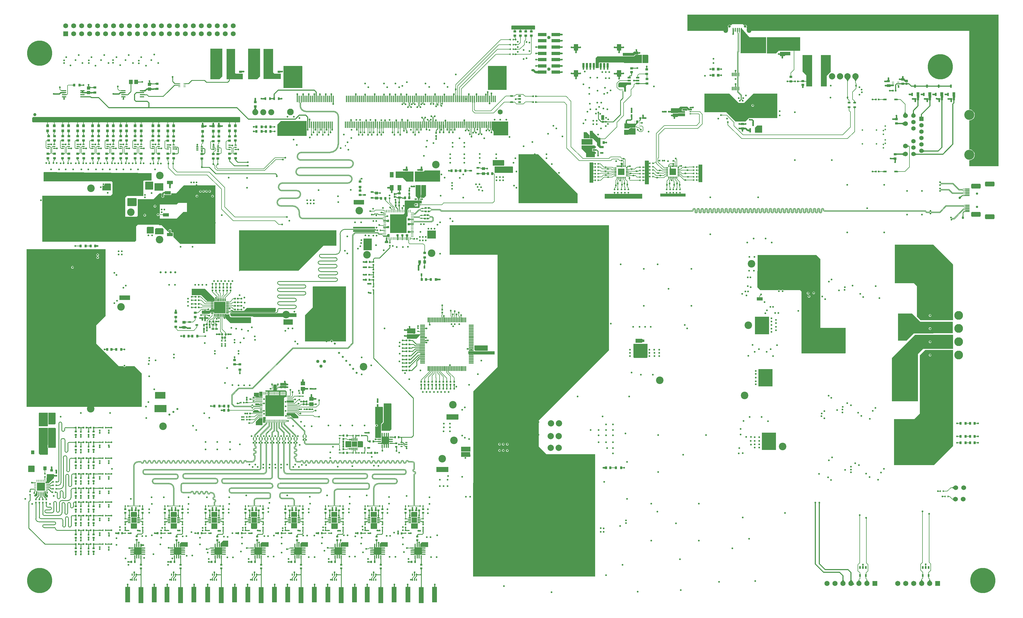
<source format=gtl>
G04*
G04 #@! TF.GenerationSoftware,Altium Limited,Altium Designer,20.2.6 (244)*
G04*
G04 Layer_Physical_Order=1*
G04 Layer_Color=255*
%FSLAX25Y25*%
%MOIN*%
G70*
G04*
G04 #@! TF.SameCoordinates,7BFF7E2D-F564-4378-804B-9DD5228BFDDE*
G04*
G04*
G04 #@! TF.FilePolarity,Positive*
G04*
G01*
G75*
%ADD10C,0.00984*%
%ADD11C,0.02000*%
%ADD12C,0.00787*%
%ADD13C,0.00600*%
%ADD14C,0.01000*%
%ADD15C,0.00800*%
%ADD18C,0.01575*%
%ADD21C,0.00500*%
%ADD35R,0.03740X0.02165*%
%ADD36R,0.02598X0.02441*%
%ADD37R,0.02441X0.02598*%
%ADD38R,0.02165X0.03740*%
%ADD39R,0.04331X0.02362*%
%ADD40R,0.04528X0.05709*%
%ADD41R,0.01083X0.00984*%
%ADD42R,0.00984X0.01083*%
%ADD44R,0.03543X0.02953*%
%ADD45R,0.00984X0.01968*%
%ADD46R,0.00984X0.00591*%
%ADD47R,0.03850X0.02200*%
%ADD48R,0.03543X0.02756*%
%ADD49R,0.03740X0.03150*%
%ADD50R,0.05709X0.07874*%
%ADD51R,0.03150X0.05906*%
%ADD52R,0.17700X0.18100*%
%ADD53R,0.01400X0.07900*%
%ADD54R,0.05512X0.01181*%
%ADD55R,0.03150X0.03740*%
G04:AMPARAMS|DCode=56|XSize=21.65mil|YSize=31.5mil|CornerRadius=1.95mil|HoleSize=0mil|Usage=FLASHONLY|Rotation=0.000|XOffset=0mil|YOffset=0mil|HoleType=Round|Shape=RoundedRectangle|*
%AMROUNDEDRECTD56*
21,1,0.02165,0.02760,0,0,0.0*
21,1,0.01776,0.03150,0,0,0.0*
1,1,0.00390,0.00888,-0.01380*
1,1,0.00390,-0.00888,-0.01380*
1,1,0.00390,-0.00888,0.01380*
1,1,0.00390,0.00888,0.01380*
%
%ADD56ROUNDEDRECTD56*%
%ADD57R,0.03937X0.11024*%
%ADD58R,0.02362X0.02165*%
G04:AMPARAMS|DCode=59|XSize=21.65mil|YSize=31.5mil|CornerRadius=1.95mil|HoleSize=0mil|Usage=FLASHONLY|Rotation=270.000|XOffset=0mil|YOffset=0mil|HoleType=Round|Shape=RoundedRectangle|*
%AMROUNDEDRECTD59*
21,1,0.02165,0.02760,0,0,270.0*
21,1,0.01776,0.03150,0,0,270.0*
1,1,0.00390,-0.01380,-0.00888*
1,1,0.00390,-0.01380,0.00888*
1,1,0.00390,0.01380,0.00888*
1,1,0.00390,0.01380,-0.00888*
%
%ADD59ROUNDEDRECTD59*%
%ADD60R,0.02600X0.00900*%
%ADD61R,0.06299X0.19291*%
%ADD62R,0.05906X0.20472*%
%ADD63R,0.01181X0.02756*%
%ADD64R,0.02300X0.05200*%
%ADD65R,0.03740X0.03347*%
%ADD66R,0.01772X0.05118*%
%ADD67R,0.04528X0.05512*%
%ADD68R,0.02047X0.02047*%
%ADD69O,0.01181X0.05315*%
%ADD70R,0.03937X0.04134*%
%ADD71R,0.10827X0.03937*%
%ADD72R,0.02047X0.02835*%
%ADD73R,0.01772X0.02165*%
%ADD74R,0.05512X0.01772*%
%ADD75R,0.02165X0.01772*%
%ADD76R,0.03937X0.04724*%
%ADD77R,0.02165X0.02165*%
%ADD78R,0.02284X0.02598*%
%ADD79R,0.02323X0.02441*%
%ADD80R,0.01968X0.01968*%
%ADD81R,0.05512X0.04921*%
%ADD82R,0.04921X0.05512*%
%ADD83O,0.00984X0.03543*%
%ADD84O,0.03543X0.00984*%
%ADD85R,0.04375X0.02365*%
%ADD86O,0.00984X0.03150*%
%ADD87O,0.03150X0.00984*%
%ADD88R,0.01378X0.01968*%
%ADD89R,0.01968X0.01378*%
%ADD90R,0.03956X0.01535*%
%ADD91R,0.01535X0.03956*%
%ADD92O,0.00787X0.03543*%
%ADD93O,0.03543X0.00787*%
%ADD94R,0.02441X0.02323*%
%ADD95R,0.02835X0.02047*%
%ADD96R,0.01968X0.01968*%
%ADD97R,0.02598X0.02284*%
%ADD98R,0.05906X0.01181*%
%ADD99R,0.01181X0.05906*%
%ADD100R,0.03740X0.02362*%
%ADD101R,0.02953X0.03543*%
%ADD102R,0.04331X0.03937*%
G04:AMPARAMS|DCode=103|XSize=7.87mil|YSize=17.72mil|CornerRadius=1.97mil|HoleSize=0mil|Usage=FLASHONLY|Rotation=180.000|XOffset=0mil|YOffset=0mil|HoleType=Round|Shape=RoundedRectangle|*
%AMROUNDEDRECTD103*
21,1,0.00787,0.01378,0,0,180.0*
21,1,0.00394,0.01772,0,0,180.0*
1,1,0.00394,-0.00197,0.00689*
1,1,0.00394,0.00197,0.00689*
1,1,0.00394,0.00197,-0.00689*
1,1,0.00394,-0.00197,-0.00689*
%
%ADD103ROUNDEDRECTD103*%
%ADD104R,0.05512X0.04528*%
%ADD105R,0.02756X0.01378*%
%ADD107R,0.01200X0.03200*%
%ADD108R,0.03200X0.01200*%
%ADD109R,0.03937X0.03543*%
%ADD110R,0.02756X0.01181*%
%ADD112R,0.02756X0.03543*%
%ADD113R,0.02165X0.02362*%
%ADD114R,0.02953X0.01772*%
%ADD115R,0.02165X0.03740*%
%ADD116R,0.02362X0.04134*%
%ADD117R,0.03543X0.03937*%
%ADD118R,0.02362X0.03740*%
%ADD119R,0.04921X0.06890*%
%ADD120R,0.03347X0.03543*%
%ADD121R,0.02362X0.03150*%
%ADD122R,0.03150X0.02362*%
%ADD123R,0.03347X0.03740*%
%ADD124R,0.03740X0.02165*%
G04:AMPARAMS|DCode=125|XSize=7.87mil|YSize=17.72mil|CornerRadius=1.97mil|HoleSize=0mil|Usage=FLASHONLY|Rotation=90.000|XOffset=0mil|YOffset=0mil|HoleType=Round|Shape=RoundedRectangle|*
%AMROUNDEDRECTD125*
21,1,0.00787,0.01378,0,0,90.0*
21,1,0.00394,0.01772,0,0,90.0*
1,1,0.00394,0.00689,0.00197*
1,1,0.00394,0.00689,-0.00197*
1,1,0.00394,-0.00689,-0.00197*
1,1,0.00394,-0.00689,0.00197*
%
%ADD125ROUNDEDRECTD125*%
%ADD171R,0.09449X0.09449*%
%ADD172R,0.09449X0.09449*%
%ADD186R,0.12800X0.12800*%
%ADD203C,0.06300*%
G04:AMPARAMS|DCode=212|XSize=45.28mil|YSize=70.87mil|CornerRadius=22.64mil|HoleSize=0mil|Usage=FLASHONLY|Rotation=180.000|XOffset=0mil|YOffset=0mil|HoleType=Round|Shape=RoundedRectangle|*
%AMROUNDEDRECTD212*
21,1,0.04528,0.02559,0,0,180.0*
21,1,0.00000,0.07087,0,0,180.0*
1,1,0.04528,0.00000,0.01280*
1,1,0.04528,0.00000,0.01280*
1,1,0.04528,0.00000,-0.01280*
1,1,0.04528,0.00000,-0.01280*
%
%ADD212ROUNDEDRECTD212*%
G04:AMPARAMS|DCode=213|XSize=57.09mil|YSize=78.74mil|CornerRadius=28.54mil|HoleSize=0mil|Usage=FLASHONLY|Rotation=180.000|XOffset=0mil|YOffset=0mil|HoleType=Round|Shape=RoundedRectangle|*
%AMROUNDEDRECTD213*
21,1,0.05709,0.02165,0,0,180.0*
21,1,0.00000,0.07874,0,0,180.0*
1,1,0.05709,0.00000,0.01083*
1,1,0.05709,0.00000,0.01083*
1,1,0.05709,0.00000,-0.01083*
1,1,0.05709,0.00000,-0.01083*
%
%ADD213ROUNDEDRECTD213*%
%ADD214C,0.03150*%
%ADD235C,0.00872*%
%ADD236C,0.00508*%
%ADD237R,0.07480X0.04331*%
%ADD238R,0.20472X0.20472*%
%ADD239R,0.10039X0.10039*%
%ADD240R,0.08268X0.08268*%
%ADD241R,0.21654X0.21654*%
%ADD242R,0.06500X0.06500*%
%ADD243R,0.06500X0.06500*%
%ADD244C,0.00780*%
%ADD245C,0.00508*%
%ADD246C,0.01181*%
%ADD247C,0.01200*%
%ADD248C,0.01500*%
%ADD249C,0.01968*%
%ADD250C,0.00872*%
%ADD251C,0.01378*%
%ADD252C,0.00980*%
%ADD253C,0.00984*%
%ADD254C,0.01180*%
%ADD255C,0.00613*%
%ADD256C,0.00950*%
%ADD257C,0.00872*%
%ADD258C,0.01600*%
%ADD259C,0.01100*%
%ADD260C,0.00675*%
%ADD261C,0.01800*%
%ADD262C,0.02756*%
%ADD263C,0.08300*%
%ADD264C,0.02854*%
G04:AMPARAMS|DCode=265|XSize=62.99mil|YSize=120.08mil|CornerRadius=15.75mil|HoleSize=0mil|Usage=FLASHONLY|Rotation=90.000|XOffset=0mil|YOffset=0mil|HoleType=Round|Shape=RoundedRectangle|*
%AMROUNDEDRECTD265*
21,1,0.06299,0.08858,0,0,90.0*
21,1,0.03150,0.12008,0,0,90.0*
1,1,0.03150,0.04429,0.01575*
1,1,0.03150,0.04429,-0.01575*
1,1,0.03150,-0.04429,-0.01575*
1,1,0.03150,-0.04429,0.01575*
%
%ADD265ROUNDEDRECTD265*%
%ADD266C,0.09449*%
%ADD267R,0.06496X0.06496*%
%ADD268C,0.06496*%
%ADD269R,0.06201X0.06201*%
%ADD270C,0.06201*%
%ADD271C,0.11000*%
%ADD272C,0.04252*%
%ADD273C,0.05512*%
%ADD274C,0.31496*%
%ADD275C,0.06000*%
%ADD276C,0.07874*%
%ADD277R,0.05512X0.05512*%
%ADD278C,0.06024*%
%ADD279C,0.12598*%
%ADD280C,0.02000*%
%ADD281C,0.03937*%
%ADD282C,0.07480*%
%ADD283C,0.02165*%
%ADD284C,0.04000*%
%ADD285C,0.03000*%
%ADD286C,0.02500*%
%ADD287C,0.01900*%
%ADD288C,0.02756*%
%ADD289C,0.02165*%
%ADD290C,0.01800*%
G36*
X648176Y825184D02*
X648528Y824830D01*
X648505Y820354D01*
X619148Y820354D01*
X618795Y820708D01*
X618795Y823344D01*
X618795Y824856D01*
X619148Y825210D01*
X648176Y825184D01*
D02*
G37*
G36*
X644040Y820095D02*
X644052Y819961D01*
X644072Y819843D01*
X644099Y819741D01*
X644135Y819654D01*
X644178Y819583D01*
X644229Y819528D01*
X644288Y819489D01*
X644355Y819465D01*
X644430Y819457D01*
X642855D01*
X642930Y819465D01*
X642997Y819489D01*
X643056Y819528D01*
X643107Y819583D01*
X643150Y819654D01*
X643186Y819741D01*
X643213Y819843D01*
X643233Y819961D01*
X643245Y820095D01*
X643249Y820245D01*
X644036D01*
X644040Y820095D01*
D02*
G37*
G36*
X637429D02*
X637441Y819961D01*
X637460Y819843D01*
X637488Y819741D01*
X637523Y819654D01*
X637567Y819583D01*
X637618Y819528D01*
X637677Y819489D01*
X637744Y819465D01*
X637819Y819457D01*
X636244D01*
X636319Y819465D01*
X636386Y819489D01*
X636445Y819528D01*
X636496Y819583D01*
X636539Y819654D01*
X636575Y819741D01*
X636602Y819843D01*
X636622Y819961D01*
X636634Y820095D01*
X636638Y820245D01*
X637425D01*
X637429Y820095D01*
D02*
G37*
G36*
X630372D02*
X630384Y819961D01*
X630404Y819843D01*
X630432Y819741D01*
X630467Y819654D01*
X630510Y819583D01*
X630561Y819528D01*
X630620Y819489D01*
X630687Y819465D01*
X630762Y819457D01*
X629187D01*
X629262Y819465D01*
X629329Y819489D01*
X629388Y819528D01*
X629439Y819583D01*
X629483Y819654D01*
X629518Y819741D01*
X629546Y819843D01*
X629565Y819961D01*
X629577Y820095D01*
X629581Y820245D01*
X630369D01*
X630372Y820095D01*
D02*
G37*
G36*
X623449D02*
X623461Y819961D01*
X623481Y819843D01*
X623508Y819741D01*
X623544Y819654D01*
X623587Y819583D01*
X623638Y819528D01*
X623697Y819489D01*
X623764Y819465D01*
X623839Y819457D01*
X622264D01*
X622339Y819465D01*
X622406Y819489D01*
X622465Y819528D01*
X622516Y819583D01*
X622560Y819654D01*
X622595Y819741D01*
X622623Y819843D01*
X622642Y819961D01*
X622654Y820095D01*
X622658Y820245D01*
X623445D01*
X623449Y820095D01*
D02*
G37*
G36*
X905210Y817441D02*
X905153Y817420D01*
X905103Y817386D01*
X905059Y817338D01*
X905022Y817276D01*
X904991Y817200D01*
X904968Y817111D01*
X904951Y817008D01*
X904941Y816891D01*
X904937Y816761D01*
X904263D01*
X904259Y816891D01*
X904249Y817008D01*
X904232Y817111D01*
X904209Y817200D01*
X904178Y817276D01*
X904141Y817338D01*
X904097Y817386D01*
X904047Y817420D01*
X903990Y817441D01*
X903925Y817448D01*
X905275D01*
X905210Y817441D01*
D02*
G37*
G36*
X902719D02*
X902662Y817420D01*
X902612Y817386D01*
X902568Y817338D01*
X902531Y817276D01*
X902500Y817200D01*
X902477Y817111D01*
X902460Y817008D01*
X902450Y816891D01*
X902446Y816761D01*
X901772D01*
X901768Y816891D01*
X901758Y817008D01*
X901741Y817111D01*
X901718Y817200D01*
X901687Y817276D01*
X901650Y817338D01*
X901606Y817386D01*
X901556Y817420D01*
X901498Y817441D01*
X901434Y817448D01*
X902784D01*
X902719Y817441D01*
D02*
G37*
G36*
X679723Y815477D02*
X679770Y815343D01*
X679850Y815225D01*
X679961Y815123D01*
X680104Y815036D01*
X680278Y814965D01*
X680484Y814910D01*
X680722Y814871D01*
X680992Y814847D01*
X681294Y814839D01*
Y813264D01*
X680992Y813257D01*
X680722Y813233D01*
X680484Y813194D01*
X680278Y813138D01*
X680104Y813068D01*
X679961Y812981D01*
X679850Y812879D01*
X679770Y812761D01*
X679723Y812627D01*
X679707Y812477D01*
Y815627D01*
X679723Y815477D01*
D02*
G37*
G36*
X644355Y811217D02*
X644288Y811193D01*
X644229Y811154D01*
X644178Y811098D01*
X644135Y811026D01*
X644099Y810938D01*
X644072Y810834D01*
X644052Y810714D01*
X644040Y810578D01*
X644036Y810426D01*
X643249D01*
X643245Y810578D01*
X643233Y810714D01*
X643213Y810834D01*
X643186Y810938D01*
X643150Y811026D01*
X643107Y811098D01*
X643056Y811154D01*
X642997Y811193D01*
X642930Y811217D01*
X642855Y811226D01*
X644430D01*
X644355Y811217D01*
D02*
G37*
G36*
X637521D02*
X637454Y811193D01*
X637395Y811154D01*
X637344Y811098D01*
X637301Y811026D01*
X637265Y810938D01*
X637238Y810834D01*
X637218Y810714D01*
X637206Y810578D01*
X637202Y810426D01*
X636415D01*
X636411Y810578D01*
X636399Y810714D01*
X636380Y810834D01*
X636352Y810938D01*
X636317Y811026D01*
X636273Y811098D01*
X636222Y811154D01*
X636163Y811193D01*
X636096Y811217D01*
X636021Y811226D01*
X637596D01*
X637521Y811217D01*
D02*
G37*
G36*
X630687D02*
X630620Y811193D01*
X630561Y811154D01*
X630510Y811098D01*
X630467Y811026D01*
X630432Y810938D01*
X630404Y810834D01*
X630384Y810714D01*
X630372Y810578D01*
X630369Y810426D01*
X629581D01*
X629577Y810578D01*
X629565Y810714D01*
X629546Y810834D01*
X629518Y810938D01*
X629483Y811026D01*
X629439Y811098D01*
X629388Y811154D01*
X629329Y811193D01*
X629262Y811217D01*
X629187Y811226D01*
X630762D01*
X630687Y811217D01*
D02*
G37*
G36*
X623811D02*
X623744Y811193D01*
X623685Y811154D01*
X623634Y811098D01*
X623590Y811026D01*
X623555Y810938D01*
X623527Y810834D01*
X623508Y810714D01*
X623496Y810578D01*
X623492Y810426D01*
X622705D01*
X622701Y810578D01*
X622689Y810714D01*
X622669Y810834D01*
X622642Y810938D01*
X622606Y811026D01*
X622563Y811098D01*
X622512Y811154D01*
X622453Y811193D01*
X622386Y811217D01*
X622311Y811226D01*
X623886D01*
X623811Y811217D01*
D02*
G37*
G36*
X624455Y809264D02*
X624466Y809163D01*
X624484Y809066D01*
X624510Y808972D01*
X624542Y808882D01*
X624582Y808795D01*
X624630Y808712D01*
X624684Y808632D01*
X624746Y808556D01*
X624816Y808482D01*
X623300D01*
X623369Y808556D01*
X623431Y808632D01*
X623486Y808712D01*
X623533Y808795D01*
X623573Y808882D01*
X623606Y808972D01*
X623631Y809066D01*
X623649Y809163D01*
X623660Y809264D01*
X623664Y809367D01*
X624451D01*
X624455Y809264D01*
D02*
G37*
G36*
X621998Y808422D02*
X622022Y808355D01*
X622061Y808296D01*
X622117Y808245D01*
X622187Y808202D01*
X622274Y808166D01*
X622376Y808138D01*
X622495Y808119D01*
X622561Y808113D01*
X622604Y808118D01*
X622701Y808136D01*
X622794Y808161D01*
X622885Y808194D01*
X622971Y808234D01*
X623055Y808282D01*
X623135Y808336D01*
X623211Y808398D01*
X623284Y808467D01*
Y806952D01*
X623211Y807021D01*
X623135Y807083D01*
X623055Y807137D01*
X622971Y807185D01*
X622885Y807225D01*
X622794Y807257D01*
X622701Y807283D01*
X622604Y807301D01*
X622561Y807306D01*
X622495Y807300D01*
X622376Y807280D01*
X622274Y807253D01*
X622187Y807217D01*
X622117Y807174D01*
X622061Y807123D01*
X622022Y807064D01*
X621998Y806997D01*
X621990Y806922D01*
Y808497D01*
X621998Y808422D01*
D02*
G37*
G36*
X616712Y806922D02*
X616704Y806997D01*
X616680Y807064D01*
X616640Y807123D01*
X616584Y807174D01*
X616512Y807218D01*
X616424Y807253D01*
X616320Y807281D01*
X616200Y807300D01*
X616064Y807312D01*
X615912Y807316D01*
Y808103D01*
X616064Y808107D01*
X616200Y808119D01*
X616320Y808139D01*
X616424Y808166D01*
X616512Y808202D01*
X616584Y808245D01*
X616640Y808296D01*
X616680Y808355D01*
X616704Y808422D01*
X616712Y808497D01*
Y806922D01*
D02*
G37*
G36*
X679723Y807603D02*
X679770Y807469D01*
X679850Y807351D01*
X679961Y807249D01*
X680104Y807162D01*
X680278Y807091D01*
X680484Y807036D01*
X680722Y806997D01*
X680992Y806973D01*
X681294Y806965D01*
Y805390D01*
X680992Y805383D01*
X680722Y805359D01*
X680484Y805320D01*
X680278Y805264D01*
X680104Y805194D01*
X679961Y805107D01*
X679850Y805005D01*
X679770Y804887D01*
X679723Y804753D01*
X679707Y804603D01*
Y807753D01*
X679723Y807603D01*
D02*
G37*
G36*
X624904Y802075D02*
X624980Y802013D01*
X625060Y801959D01*
X625144Y801911D01*
X625231Y801871D01*
X625321Y801838D01*
X625414Y801813D01*
X625512Y801795D01*
X625612Y801784D01*
X625716Y801780D01*
Y800993D01*
X625612Y800989D01*
X625512Y800978D01*
X625414Y800960D01*
X625321Y800935D01*
X625231Y800902D01*
X625144Y800862D01*
X625060Y800814D01*
X624980Y800760D01*
X624904Y800698D01*
X624831Y800629D01*
Y802144D01*
X624904Y802075D01*
D02*
G37*
G36*
X621998Y802099D02*
X622022Y802032D01*
X622061Y801973D01*
X622117Y801922D01*
X622187Y801879D01*
X622274Y801843D01*
X622376Y801816D01*
X622495Y801796D01*
X622561Y801790D01*
X622604Y801795D01*
X622701Y801813D01*
X622794Y801838D01*
X622885Y801871D01*
X622971Y801911D01*
X623055Y801959D01*
X623135Y802013D01*
X623211Y802075D01*
X623284Y802144D01*
Y800629D01*
X623211Y800698D01*
X623135Y800760D01*
X623055Y800814D01*
X622971Y800862D01*
X622885Y800902D01*
X622794Y800935D01*
X622701Y800960D01*
X622604Y800978D01*
X622561Y800983D01*
X622495Y800977D01*
X622376Y800957D01*
X622274Y800930D01*
X622187Y800894D01*
X622117Y800851D01*
X622061Y800800D01*
X622022Y800741D01*
X621998Y800674D01*
X621990Y800599D01*
Y802174D01*
X621998Y802099D01*
D02*
G37*
G36*
X616712Y800600D02*
X616704Y800675D01*
X616680Y800742D01*
X616640Y800801D01*
X616584Y800852D01*
X616512Y800896D01*
X616424Y800931D01*
X616320Y800959D01*
X616200Y800978D01*
X616064Y800990D01*
X615912Y800994D01*
Y801781D01*
X616064Y801785D01*
X616200Y801797D01*
X616320Y801817D01*
X616424Y801845D01*
X616512Y801880D01*
X616584Y801923D01*
X616640Y801974D01*
X616680Y802034D01*
X616704Y802100D01*
X616712Y802175D01*
Y800600D01*
D02*
G37*
G36*
X652144Y797516D02*
X652137Y797591D01*
X652113Y797658D01*
X652074Y797717D01*
X652018Y797768D01*
X651948Y797812D01*
X651861Y797847D01*
X651759Y797875D01*
X651641Y797894D01*
X651507Y797906D01*
X651456Y797907D01*
X651427Y797906D01*
X651326Y797895D01*
X651229Y797877D01*
X651136Y797852D01*
X651046Y797819D01*
X650959Y797779D01*
X650875Y797732D01*
X650795Y797677D01*
X650719Y797615D01*
X650646Y797546D01*
X650646Y799062D01*
X650719Y798992D01*
X650795Y798931D01*
X650875Y798876D01*
X650959Y798829D01*
X651046Y798789D01*
X651136Y798756D01*
X651229Y798730D01*
X651326Y798712D01*
X651427Y798701D01*
X651456Y798700D01*
X651507Y798701D01*
X651641Y798713D01*
X651759Y798733D01*
X651861Y798761D01*
X651948Y798796D01*
X652018Y798839D01*
X652074Y798890D01*
X652113Y798949D01*
X652137Y799016D01*
X652144Y799091D01*
Y797516D01*
D02*
G37*
G36*
X679723Y799729D02*
X679770Y799595D01*
X679850Y799477D01*
X679961Y799375D01*
X680104Y799288D01*
X680278Y799217D01*
X680484Y799162D01*
X680722Y799123D01*
X680992Y799099D01*
X681294Y799091D01*
Y797516D01*
X680992Y797509D01*
X680722Y797485D01*
X680484Y797446D01*
X680278Y797390D01*
X680104Y797320D01*
X679961Y797233D01*
X679850Y797131D01*
X679770Y797013D01*
X679723Y796879D01*
X679707Y796729D01*
Y799879D01*
X679723Y799729D01*
D02*
G37*
G36*
X756704Y799315D02*
X756752Y799181D01*
X756831Y799063D01*
X756943Y798960D01*
X757085Y798874D01*
X757260Y798803D01*
X757466Y798748D01*
X757704Y798709D01*
X757974Y798685D01*
X758275Y798677D01*
Y797102D01*
X757974Y797094D01*
X757704Y797071D01*
X757466Y797031D01*
X757260Y796976D01*
X757085Y796905D01*
X756943Y796819D01*
X756831Y796716D01*
X756752Y796598D01*
X756704Y796464D01*
X756689Y796315D01*
Y799465D01*
X756704Y799315D01*
D02*
G37*
G36*
X702571D02*
X702618Y799181D01*
X702698Y799063D01*
X702809Y798960D01*
X702951Y798874D01*
X703126Y798803D01*
X703332Y798748D01*
X703570Y798709D01*
X703840Y798685D01*
X704142Y798677D01*
Y797102D01*
X703840Y797094D01*
X703570Y797071D01*
X703332Y797031D01*
X703126Y796976D01*
X702951Y796905D01*
X702809Y796819D01*
X702698Y796716D01*
X702618Y796598D01*
X702571Y796464D01*
X702555Y796315D01*
Y799465D01*
X702571Y799315D01*
D02*
G37*
G36*
X751028Y796240D02*
X751012Y796390D01*
X750964Y796524D01*
X750885Y796642D01*
X750774Y796744D01*
X750631Y796831D01*
X750457Y796902D01*
X750250Y796957D01*
X750012Y796996D01*
X749743Y797020D01*
X749441Y797028D01*
Y798602D01*
X749743Y798610D01*
X750012Y798634D01*
X750250Y798673D01*
X750457Y798728D01*
X750631Y798799D01*
X750774Y798886D01*
X750885Y798988D01*
X750964Y799106D01*
X751012Y799240D01*
X751028Y799390D01*
Y796240D01*
D02*
G37*
G36*
X696894D02*
X696878Y796390D01*
X696831Y796524D01*
X696751Y796642D01*
X696640Y796744D01*
X696497Y796831D01*
X696323Y796902D01*
X696116Y796957D01*
X695879Y796996D01*
X695609Y797020D01*
X695307Y797028D01*
Y798602D01*
X695609Y798610D01*
X695879Y798634D01*
X696116Y798673D01*
X696323Y798728D01*
X696497Y798799D01*
X696640Y798886D01*
X696751Y798988D01*
X696831Y799106D01*
X696878Y799240D01*
X696894Y799390D01*
Y796240D01*
D02*
G37*
G36*
X616712Y794766D02*
X616704Y794841D01*
X616680Y794908D01*
X616640Y794967D01*
X616584Y795018D01*
X616512Y795061D01*
X616424Y795097D01*
X616320Y795124D01*
X616200Y795144D01*
X616064Y795156D01*
X615912Y795160D01*
Y795947D01*
X616064Y795951D01*
X616200Y795963D01*
X616320Y795982D01*
X616424Y796010D01*
X616512Y796045D01*
X616584Y796089D01*
X616640Y796140D01*
X616680Y796199D01*
X616704Y796266D01*
X616712Y796341D01*
Y794766D01*
D02*
G37*
G36*
X624904Y796197D02*
X624980Y796135D01*
X625060Y796081D01*
X625144Y796033D01*
X625231Y795993D01*
X625321Y795961D01*
X625414Y795935D01*
X625512Y795917D01*
X625612Y795906D01*
X625716Y795902D01*
Y795115D01*
X625612Y795111D01*
X625512Y795100D01*
X625414Y795082D01*
X625321Y795057D01*
X625231Y795024D01*
X625144Y794984D01*
X625060Y794936D01*
X624980Y794882D01*
X624904Y794820D01*
X624831Y794751D01*
Y796266D01*
X624904Y796197D01*
D02*
G37*
G36*
X621998Y796221D02*
X622022Y796154D01*
X622061Y796095D01*
X622117Y796044D01*
X622187Y796001D01*
X622274Y795965D01*
X622376Y795938D01*
X622495Y795918D01*
X622561Y795912D01*
X622604Y795917D01*
X622701Y795935D01*
X622794Y795961D01*
X622885Y795993D01*
X622971Y796033D01*
X623055Y796081D01*
X623135Y796135D01*
X623211Y796197D01*
X623284Y796266D01*
Y794751D01*
X623211Y794820D01*
X623135Y794882D01*
X623055Y794936D01*
X622971Y794984D01*
X622885Y795024D01*
X622794Y795057D01*
X622701Y795082D01*
X622604Y795100D01*
X622561Y795105D01*
X622495Y795099D01*
X622376Y795079D01*
X622274Y795052D01*
X622187Y795016D01*
X622117Y794973D01*
X622061Y794922D01*
X622022Y794863D01*
X621998Y794796D01*
X621990Y794721D01*
Y796296D01*
X621998Y796221D01*
D02*
G37*
G36*
X755354Y793874D02*
X755221Y793827D01*
X755102Y793748D01*
X755000Y793638D01*
X754913Y793496D01*
X754843Y793323D01*
X754787Y793118D01*
X754748Y792882D01*
X754725Y792614D01*
X754717Y792315D01*
X753142D01*
X753134Y792614D01*
X753110Y792882D01*
X753071Y793118D01*
X753016Y793323D01*
X752945Y793496D01*
X752858Y793638D01*
X752756Y793748D01*
X752638Y793827D01*
X752504Y793874D01*
X752354Y793890D01*
X755504D01*
X755354Y793874D01*
D02*
G37*
G36*
X701221D02*
X701087Y793827D01*
X700969Y793748D01*
X700866Y793638D01*
X700780Y793496D01*
X700709Y793323D01*
X700654Y793118D01*
X700614Y792882D01*
X700591Y792614D01*
X700583Y792315D01*
X699008D01*
X699000Y792614D01*
X698976Y792882D01*
X698937Y793118D01*
X698882Y793323D01*
X698811Y793496D01*
X698725Y793638D01*
X698622Y793748D01*
X698504Y793827D01*
X698370Y793874D01*
X698220Y793890D01*
X701370D01*
X701221Y793874D01*
D02*
G37*
G36*
X652144Y789642D02*
X652137Y789717D01*
X652113Y789784D01*
X652074Y789843D01*
X652018Y789894D01*
X651948Y789938D01*
X651861Y789973D01*
X651759Y790001D01*
X651641Y790020D01*
X651507Y790032D01*
X651456Y790033D01*
X651427Y790032D01*
X651326Y790022D01*
X651229Y790003D01*
X651136Y789978D01*
X651046Y789945D01*
X650959Y789905D01*
X650875Y789858D01*
X650795Y789803D01*
X650719Y789741D01*
X650646Y789672D01*
Y791188D01*
X650719Y791118D01*
X650795Y791057D01*
X650875Y791002D01*
X650959Y790955D01*
X651046Y790914D01*
X651136Y790882D01*
X651229Y790856D01*
X651326Y790838D01*
X651427Y790827D01*
X651456Y790826D01*
X651507Y790827D01*
X651641Y790839D01*
X651759Y790859D01*
X651861Y790886D01*
X651948Y790922D01*
X652018Y790965D01*
X652074Y791016D01*
X652113Y791076D01*
X652137Y791142D01*
X652144Y791217D01*
Y789642D01*
D02*
G37*
G36*
X917130Y810756D02*
X937957Y810756D01*
X937957Y790619D01*
X906000Y790619D01*
X906000Y821400D01*
X907897Y821400D01*
X917130Y810756D01*
D02*
G37*
G36*
X980770Y810644D02*
X980770Y793617D01*
X968776D01*
X953911Y793617D01*
X950722Y790428D01*
X939209Y790428D01*
X939209Y810644D01*
X980770Y810644D01*
D02*
G37*
G36*
X776387Y793543D02*
X776411Y793275D01*
X776450Y793039D01*
X776506Y792835D01*
X776576Y792661D01*
X776629Y792576D01*
X777749D01*
Y791832D01*
X777919Y791782D01*
X778123Y791741D01*
X778360Y791712D01*
X778627Y791695D01*
X778927Y791689D01*
Y790114D01*
X778627Y790108D01*
X778123Y790062D01*
X777919Y790022D01*
X777749Y789971D01*
Y789352D01*
X777396Y788999D01*
X774303Y789005D01*
X774112Y788926D01*
X774068Y788908D01*
X773866D01*
X772204Y787246D01*
X758601D01*
Y790826D01*
X770817D01*
X772501Y792576D01*
X774556D01*
X774608Y792661D01*
X774679Y792835D01*
X774734Y793039D01*
X774773Y793275D01*
X774797Y793543D01*
X774805Y793842D01*
X776379D01*
X776387Y793543D01*
D02*
G37*
G36*
X679723Y791855D02*
X679770Y791721D01*
X679850Y791603D01*
X679961Y791501D01*
X680104Y791414D01*
X680278Y791343D01*
X680484Y791288D01*
X680722Y791249D01*
X680992Y791225D01*
X681294Y791217D01*
Y789642D01*
X680992Y789635D01*
X680722Y789611D01*
X680484Y789572D01*
X680278Y789516D01*
X680104Y789446D01*
X679961Y789359D01*
X679850Y789257D01*
X679770Y789139D01*
X679723Y789005D01*
X679707Y788855D01*
Y792005D01*
X679723Y791855D01*
D02*
G37*
G36*
X616269Y788506D02*
X616261Y788581D01*
X616237Y788648D01*
X616197Y788707D01*
X616141Y788758D01*
X616069Y788802D01*
X615981Y788837D01*
X615877Y788865D01*
X615757Y788884D01*
X615622Y788896D01*
X615470Y788900D01*
Y789687D01*
X615622Y789691D01*
X615757Y789703D01*
X615877Y789723D01*
X615981Y789750D01*
X616069Y789786D01*
X616141Y789829D01*
X616197Y789880D01*
X616237Y789939D01*
X616261Y790006D01*
X616269Y790081D01*
Y788506D01*
D02*
G37*
G36*
X624904Y789929D02*
X624980Y789868D01*
X625060Y789813D01*
X625144Y789766D01*
X625231Y789726D01*
X625321Y789693D01*
X625414Y789667D01*
X625512Y789649D01*
X625612Y789638D01*
X625716Y789635D01*
Y788847D01*
X625612Y788843D01*
X625512Y788833D01*
X625414Y788814D01*
X625321Y788789D01*
X625231Y788756D01*
X625144Y788716D01*
X625060Y788669D01*
X624980Y788614D01*
X624904Y788552D01*
X624831Y788483D01*
Y789999D01*
X624904Y789929D01*
D02*
G37*
G36*
X623284Y788483D02*
X623211Y788552D01*
X623135Y788614D01*
X623055Y788669D01*
X622971Y788716D01*
X622885Y788756D01*
X622794Y788789D01*
X622701Y788814D01*
X622604Y788833D01*
X622503Y788843D01*
X622400Y788847D01*
Y789635D01*
X622503Y789638D01*
X622604Y789649D01*
X622701Y789667D01*
X622794Y789693D01*
X622885Y789726D01*
X622971Y789766D01*
X623055Y789813D01*
X623135Y789868D01*
X623211Y789929D01*
X623284Y789999D01*
Y788483D01*
D02*
G37*
G36*
X621556Y789953D02*
X621580Y789887D01*
X621619Y789827D01*
X621674Y789776D01*
X621745Y789733D01*
X621831Y789698D01*
X621934Y789670D01*
X622052Y789650D01*
X622186Y789639D01*
X622335Y789635D01*
Y788847D01*
X622186Y788843D01*
X622052Y788831D01*
X621934Y788812D01*
X621831Y788784D01*
X621745Y788749D01*
X621674Y788705D01*
X621619Y788654D01*
X621580Y788595D01*
X621556Y788528D01*
X621548Y788453D01*
Y790028D01*
X621556Y789953D01*
D02*
G37*
G36*
X968486Y791656D02*
X968486Y789105D01*
Y788065D01*
X964943D01*
X962439Y788065D01*
X961258Y786884D01*
X959581Y786884D01*
X959341D01*
X959301Y786819D01*
X959231Y786646D01*
X959175Y786441D01*
X959136Y786205D01*
X959112Y785937D01*
X959105Y785638D01*
X957530D01*
X957522Y785937D01*
X957498Y786205D01*
X957459Y786441D01*
X957404Y786646D01*
X957333Y786819D01*
X957293Y786884D01*
X957012D01*
X955470Y786884D01*
X955470Y787947D01*
Y788248D01*
X955442Y788290D01*
X955331Y788392D01*
X955189Y788479D01*
X955014Y788550D01*
X954808Y788605D01*
X954570Y788644D01*
X954300Y788668D01*
X953998Y788676D01*
Y790250D01*
X954300Y790258D01*
X954570Y790282D01*
X954808Y790321D01*
X955014Y790377D01*
X955189Y790447D01*
X955331Y790534D01*
X955442Y790636D01*
X955470Y790678D01*
Y791089D01*
X955470Y792412D01*
X968486D01*
X968486Y791656D01*
D02*
G37*
G36*
X782611Y788447D02*
Y786661D01*
X782611Y778288D01*
X760353D01*
X759595Y779047D01*
X729106D01*
X728886Y778827D01*
X728673D01*
Y778614D01*
X728603Y778544D01*
Y772509D01*
X728194Y772100D01*
X724645Y772100D01*
X724421Y772324D01*
X724421Y784565D01*
X726553Y786697D01*
X772478Y786667D01*
X774302Y788463D01*
X782611Y788447D01*
D02*
G37*
G36*
X652144Y781768D02*
X652137Y781843D01*
X652113Y781910D01*
X652074Y781969D01*
X652018Y782020D01*
X651948Y782064D01*
X651861Y782099D01*
X651759Y782127D01*
X651641Y782146D01*
X651507Y782158D01*
X651456Y782160D01*
X651427Y782158D01*
X651326Y782148D01*
X651229Y782129D01*
X651136Y782104D01*
X651046Y782071D01*
X650959Y782031D01*
X650875Y781984D01*
X650795Y781929D01*
X650719Y781867D01*
X650646Y781798D01*
X650646Y783314D01*
X650719Y783245D01*
X650795Y783182D01*
X650875Y783128D01*
X650959Y783081D01*
X651046Y783041D01*
X651136Y783008D01*
X651229Y782982D01*
X651326Y782964D01*
X651427Y782953D01*
X651456Y782952D01*
X651507Y782953D01*
X651641Y782965D01*
X651759Y782985D01*
X651861Y783012D01*
X651948Y783048D01*
X652018Y783091D01*
X652074Y783142D01*
X652113Y783202D01*
X652137Y783268D01*
X652144Y783343D01*
Y781768D01*
D02*
G37*
G36*
X679723Y783981D02*
X679770Y783847D01*
X679850Y783729D01*
X679961Y783627D01*
X680104Y783540D01*
X680278Y783469D01*
X680484Y783414D01*
X680722Y783375D01*
X680992Y783351D01*
X681294Y783343D01*
Y781768D01*
X680992Y781761D01*
X680722Y781737D01*
X680484Y781698D01*
X680278Y781642D01*
X680104Y781571D01*
X679961Y781485D01*
X679850Y781383D01*
X679770Y781264D01*
X679723Y781131D01*
X679707Y780981D01*
Y784131D01*
X679723Y783981D01*
D02*
G37*
G36*
X790507Y787852D02*
X790507Y778893D01*
X789955Y778341D01*
X783152Y778341D01*
X783152Y786661D01*
Y788447D01*
X783189Y788502D01*
X789857Y788502D01*
X790507Y787852D01*
D02*
G37*
G36*
X652144Y773914D02*
X652137Y773989D01*
X652113Y774056D01*
X652074Y774115D01*
X652018Y774166D01*
X651948Y774209D01*
X651861Y774245D01*
X651759Y774272D01*
X651641Y774292D01*
X651507Y774304D01*
X651456Y774305D01*
X651427Y774304D01*
X651326Y774293D01*
X651229Y774275D01*
X651136Y774250D01*
X651046Y774217D01*
X650959Y774177D01*
X650875Y774129D01*
X650795Y774075D01*
X650719Y774013D01*
X650646Y773944D01*
Y775459D01*
X650719Y775390D01*
X650795Y775328D01*
X650875Y775274D01*
X650959Y775226D01*
X651046Y775186D01*
X651136Y775154D01*
X651229Y775128D01*
X651326Y775110D01*
X651427Y775099D01*
X651456Y775098D01*
X651507Y775099D01*
X651641Y775111D01*
X651759Y775131D01*
X651861Y775158D01*
X651948Y775194D01*
X652018Y775237D01*
X652074Y775288D01*
X652113Y775347D01*
X652137Y775414D01*
X652144Y775489D01*
Y773914D01*
D02*
G37*
G36*
X679723Y776107D02*
X679770Y775973D01*
X679850Y775855D01*
X679961Y775753D01*
X680104Y775666D01*
X680278Y775595D01*
X680484Y775540D01*
X680722Y775501D01*
X680992Y775477D01*
X681294Y775469D01*
Y773894D01*
X680992Y773886D01*
X680722Y773863D01*
X680484Y773823D01*
X680278Y773768D01*
X680104Y773698D01*
X679961Y773611D01*
X679850Y773509D01*
X679770Y773390D01*
X679723Y773257D01*
X679707Y773107D01*
Y776257D01*
X679723Y776107D01*
D02*
G37*
G36*
X739845Y772489D02*
X739847Y772433D01*
X740281D01*
X740198Y772425D01*
X740124Y772398D01*
X740059Y772355D01*
X740002Y772294D01*
X739954Y772215D01*
X739915Y772119D01*
X739901Y772066D01*
X739923Y771994D01*
X739957Y771909D01*
X739997Y771828D01*
X740044Y771751D01*
X740097Y771679D01*
X740156Y771611D01*
X739847Y771623D01*
X739845Y771562D01*
X738974D01*
X738971Y771654D01*
X738641Y771666D01*
X738704Y771730D01*
X738761Y771798D01*
X738810Y771871D01*
X738854Y771949D01*
X738890Y772032D01*
X738911Y772093D01*
X738904Y772119D01*
X738865Y772215D01*
X738817Y772294D01*
X738760Y772355D01*
X738695Y772398D01*
X738621Y772425D01*
X738538Y772433D01*
X738971D01*
X738974Y772523D01*
X739845Y772489D01*
D02*
G37*
G36*
X735515D02*
X735516Y772433D01*
X735950D01*
X735868Y772425D01*
X735793Y772398D01*
X735728Y772355D01*
X735672Y772294D01*
X735624Y772215D01*
X735584Y772119D01*
X735570Y772066D01*
X735592Y771994D01*
X735626Y771909D01*
X735667Y771828D01*
X735713Y771751D01*
X735766Y771679D01*
X735825Y771611D01*
X735516Y771623D01*
X735515Y771562D01*
X734643D01*
X734640Y771654D01*
X734310Y771666D01*
X734373Y771730D01*
X734430Y771798D01*
X734480Y771871D01*
X734523Y771949D01*
X734560Y772032D01*
X734580Y772093D01*
X734573Y772119D01*
X734534Y772215D01*
X734486Y772294D01*
X734429Y772355D01*
X734364Y772398D01*
X734290Y772425D01*
X734207Y772433D01*
X734640D01*
X734643Y772523D01*
X735515Y772489D01*
D02*
G37*
G36*
X731184D02*
X731185Y772433D01*
X731620D01*
X731537Y772425D01*
X731463Y772398D01*
X731397Y772355D01*
X731341Y772294D01*
X731293Y772215D01*
X731254Y772119D01*
X731239Y772066D01*
X731261Y771994D01*
X731296Y771909D01*
X731336Y771828D01*
X731382Y771751D01*
X731435Y771679D01*
X731494Y771611D01*
X731185Y771623D01*
X731184Y771562D01*
X730312D01*
X730310Y771654D01*
X729979Y771666D01*
X730043Y771730D01*
X730099Y771798D01*
X730149Y771871D01*
X730192Y771949D01*
X730229Y772032D01*
X730250Y772093D01*
X730242Y772119D01*
X730203Y772215D01*
X730155Y772294D01*
X730099Y772355D01*
X730033Y772398D01*
X729959Y772425D01*
X729876Y772433D01*
X730309D01*
X730312Y772523D01*
X731184Y772489D01*
D02*
G37*
G36*
X722522D02*
X722524Y772433D01*
X722958D01*
X722875Y772425D01*
X722801Y772398D01*
X722736Y772355D01*
X722679Y772294D01*
X722631Y772215D01*
X722592Y772119D01*
X722578Y772066D01*
X722600Y771994D01*
X722634Y771909D01*
X722675Y771828D01*
X722721Y771751D01*
X722774Y771679D01*
X722833Y771611D01*
X722524Y771623D01*
X722522Y771562D01*
X721651D01*
X721648Y771654D01*
X721318Y771666D01*
X721381Y771730D01*
X721438Y771798D01*
X721488Y771871D01*
X721531Y771949D01*
X721568Y772032D01*
X721588Y772093D01*
X721581Y772119D01*
X721542Y772215D01*
X721494Y772294D01*
X721437Y772355D01*
X721372Y772398D01*
X721298Y772425D01*
X721215Y772433D01*
X721648D01*
X721651Y772523D01*
X722522Y772489D01*
D02*
G37*
G36*
X718150Y772508D02*
X718152Y772433D01*
X718543D01*
X718469Y772425D01*
X718402Y772402D01*
X718342Y772362D01*
X718291Y772307D01*
X718248Y772236D01*
X718213Y772150D01*
X718204Y772119D01*
X718206Y772112D01*
X718238Y772021D01*
X718277Y771933D01*
X718322Y771848D01*
X718375Y771766D01*
X718435Y771687D01*
X718502Y771611D01*
X717551Y771646D01*
X717362D01*
X717362Y771653D01*
X716987Y771666D01*
X717059Y771737D01*
X717122Y771811D01*
X717178Y771888D01*
X717227Y771970D01*
X717269Y772055D01*
X717301Y772142D01*
X717299Y772150D01*
X717264Y772236D01*
X717220Y772307D01*
X717169Y772362D01*
X717110Y772402D01*
X717043Y772425D01*
X716968Y772433D01*
X717358D01*
X717358Y772435D01*
X717362Y772539D01*
X718150Y772508D01*
D02*
G37*
G36*
X713861Y772489D02*
X713863Y772433D01*
X714297D01*
X714214Y772425D01*
X714140Y772398D01*
X714075Y772355D01*
X714018Y772294D01*
X713970Y772215D01*
X713931Y772119D01*
X713916Y772066D01*
X713939Y771994D01*
X713973Y771909D01*
X714013Y771828D01*
X714060Y771751D01*
X714112Y771679D01*
X714171Y771611D01*
X713863Y771623D01*
X713861Y771562D01*
X712989D01*
X712987Y771654D01*
X712657Y771666D01*
X712720Y771730D01*
X712776Y771798D01*
X712826Y771871D01*
X712870Y771949D01*
X712906Y772032D01*
X712927Y772093D01*
X712920Y772119D01*
X712880Y772215D01*
X712832Y772294D01*
X712776Y772355D01*
X712710Y772398D01*
X712636Y772425D01*
X712554Y772433D01*
X712987D01*
X712989Y772523D01*
X713861Y772489D01*
D02*
G37*
G36*
X709530D02*
X709532Y772433D01*
X709966D01*
X709883Y772425D01*
X709809Y772398D01*
X709744Y772355D01*
X709687Y772294D01*
X709639Y772215D01*
X709600Y772119D01*
X709586Y772066D01*
X709608Y771994D01*
X709642Y771909D01*
X709682Y771828D01*
X709729Y771751D01*
X709782Y771679D01*
X709841Y771611D01*
X709532Y771623D01*
X709530Y771562D01*
X708659D01*
X708656Y771654D01*
X708326Y771666D01*
X708389Y771730D01*
X708446Y771798D01*
X708496Y771871D01*
X708539Y771949D01*
X708575Y772032D01*
X708596Y772093D01*
X708589Y772119D01*
X708550Y772215D01*
X708502Y772294D01*
X708445Y772355D01*
X708380Y772398D01*
X708306Y772425D01*
X708223Y772433D01*
X708656D01*
X708659Y772523D01*
X709530Y772489D01*
D02*
G37*
G36*
X789189Y773073D02*
X789145Y773012D01*
X789107Y772945D01*
X789073Y772872D01*
X789045Y772791D01*
X789022Y772704D01*
X789004Y772611D01*
X788991Y772510D01*
X788985Y772435D01*
X788985Y772430D01*
X789000Y772258D01*
X789025Y772106D01*
X789060Y771974D01*
X789105Y771863D01*
X789160Y771772D01*
X789225Y771701D01*
X789300Y771650D01*
X789385Y771620D01*
X789480Y771610D01*
X787480D01*
X787575Y771620D01*
X787660Y771650D01*
X787735Y771701D01*
X787800Y771772D01*
X787855Y771863D01*
X787900Y771974D01*
X787935Y772106D01*
X787960Y772258D01*
X787975Y772429D01*
X787957Y772611D01*
X787939Y772704D01*
X787916Y772791D01*
X787887Y772872D01*
X787854Y772945D01*
X787815Y773012D01*
X787771Y773073D01*
X787722Y773127D01*
X789238D01*
X789189Y773073D01*
D02*
G37*
G36*
X776255Y771231D02*
X776197Y771269D01*
X776134Y771303D01*
X776064Y771333D01*
X775988Y771359D01*
X775906Y771381D01*
X775817Y771399D01*
X775722Y771413D01*
X775513Y771429D01*
X775399Y771431D01*
X775220Y772431D01*
X775333Y772434D01*
X775439Y772443D01*
X775538Y772458D01*
X775629Y772479D01*
X775713Y772505D01*
X775789Y772538D01*
X775857Y772577D01*
X775918Y772621D01*
X775972Y772672D01*
X776018Y772728D01*
X776255Y771231D01*
D02*
G37*
G36*
X880961Y769960D02*
X880862Y770057D01*
X880668Y770220D01*
X880573Y770286D01*
X880480Y770341D01*
X880387Y770387D01*
X880296Y770423D01*
X880207Y770448D01*
X880118Y770463D01*
X880097Y770465D01*
X880026Y770458D01*
X879949Y770446D01*
X879883Y770428D01*
X879826Y770406D01*
X879780Y770378D01*
X879745Y770346D01*
X879719Y770308D01*
X879704Y770266D01*
X879698Y770218D01*
Y771218D01*
X879704Y771171D01*
X879719Y771128D01*
X879745Y771091D01*
X879780Y771058D01*
X879826Y771031D01*
X879883Y771008D01*
X879949Y770991D01*
X880026Y770978D01*
X880097Y770972D01*
X880118Y770973D01*
X880207Y770989D01*
X880296Y771014D01*
X880387Y771050D01*
X880480Y771095D01*
X880573Y771151D01*
X880668Y771217D01*
X880765Y771293D01*
X880862Y771380D01*
X880961Y771476D01*
Y769960D01*
D02*
G37*
G36*
X771070Y772836D02*
X771100Y772751D01*
X771150Y772676D01*
X771220Y772611D01*
X771310Y772556D01*
X771420Y772511D01*
X771550Y772476D01*
X771700Y772451D01*
X771870Y772436D01*
X772060Y772431D01*
Y771431D01*
X771870Y771426D01*
X771700Y771411D01*
X771550Y771386D01*
X771420Y771351D01*
X771310Y771306D01*
X771220Y771251D01*
X771150Y771186D01*
X771100Y771111D01*
X771070Y771026D01*
X771060Y770931D01*
Y772931D01*
X771070Y772836D01*
D02*
G37*
G36*
X869100Y771378D02*
X869294Y771215D01*
X869389Y771149D01*
X869483Y771094D01*
X869575Y771048D01*
X869666Y771012D01*
X869756Y770987D01*
X869793Y770981D01*
X869844Y770989D01*
X869909Y771006D01*
X869964Y771029D01*
X870009Y771057D01*
X870044Y771089D01*
X870069Y771127D01*
X870084Y771169D01*
X870089Y771216D01*
Y770217D01*
X870084Y770264D01*
X870069Y770306D01*
X870044Y770344D01*
X870009Y770376D01*
X869964Y770404D01*
X869909Y770427D01*
X869844Y770444D01*
X869793Y770453D01*
X869756Y770446D01*
X869666Y770421D01*
X869575Y770385D01*
X869483Y770340D01*
X869389Y770284D01*
X869294Y770218D01*
X869198Y770142D01*
X869100Y770055D01*
X869001Y769959D01*
Y771474D01*
X869100Y771378D01*
D02*
G37*
G36*
X900211Y767871D02*
X900183Y767797D01*
X900181Y767789D01*
X900424Y767802D01*
X900359Y767725D01*
X900300Y767645D01*
X900248Y767562D01*
X900203Y767476D01*
X900165Y767387D01*
X900134Y767295D01*
X900109Y767201D01*
X900102Y767160D01*
X900094Y766928D01*
X900112Y766719D01*
X900131Y766612D01*
X900154Y766512D01*
X900181Y766421D01*
X900213Y766338D01*
X900249Y766263D01*
X900288Y766196D01*
X899199D01*
X899216Y766230D01*
X899232Y766277D01*
X899246Y766337D01*
X899258Y766410D01*
X899276Y766596D01*
X899279Y766662D01*
X899244Y767200D01*
X899230Y767247D01*
X899196Y767336D01*
X899154Y767420D01*
X899105Y767501D01*
X899048Y767578D01*
X898983Y767650D01*
X898911Y767719D01*
X899201Y767735D01*
X899186Y767797D01*
X899158Y767871D01*
X899127Y767917D01*
X900242D01*
X900211Y767871D01*
D02*
G37*
G36*
X280903Y768756D02*
X280951Y768687D01*
X281029Y768626D01*
X281140Y768572D01*
X281281Y768527D01*
X281455Y768491D01*
X281659Y768462D01*
X281895Y768442D01*
X282463Y768425D01*
Y766850D01*
X282163Y766843D01*
X281895Y766819D01*
X281659Y766780D01*
X281455Y766724D01*
X281281Y766653D01*
X281140Y766567D01*
X281029Y766465D01*
X280951Y766347D01*
X280903Y766213D01*
X280888Y766063D01*
Y768834D01*
X280903Y768756D01*
D02*
G37*
G36*
X329079Y768614D02*
X329126Y768574D01*
X329205Y768539D01*
X329315Y768509D01*
X329457Y768483D01*
X329630Y768462D01*
X330071Y768434D01*
X330638Y768425D01*
Y766850D01*
X330339Y766843D01*
X330071Y766819D01*
X329835Y766780D01*
X329630Y766724D01*
X329457Y766653D01*
X329315Y766567D01*
X329205Y766465D01*
X329126Y766347D01*
X329079Y766213D01*
X329063Y766063D01*
Y768658D01*
X329079Y768614D01*
D02*
G37*
G36*
X679723Y768233D02*
X679770Y768099D01*
X679850Y767981D01*
X679961Y767879D01*
X680104Y767792D01*
X680278Y767721D01*
X680484Y767666D01*
X680722Y767627D01*
X680992Y767603D01*
X681294Y767595D01*
Y766020D01*
X680992Y766012D01*
X680722Y765989D01*
X680484Y765949D01*
X680278Y765894D01*
X680104Y765824D01*
X679961Y765737D01*
X679850Y765634D01*
X679770Y765516D01*
X679723Y765383D01*
X679707Y765233D01*
Y768383D01*
X679723Y768233D01*
D02*
G37*
G36*
X652144Y764851D02*
X652117Y764961D01*
X652034Y765060D01*
X651896Y765146D01*
X651704Y765222D01*
X651455Y765285D01*
X651152Y765337D01*
X650794Y765378D01*
X649912Y765424D01*
X649389Y765430D01*
Y768186D01*
X649912Y768191D01*
X651152Y768278D01*
X651455Y768330D01*
X651704Y768394D01*
X651896Y768469D01*
X652034Y768556D01*
X652117Y768654D01*
X652144Y768764D01*
Y764851D01*
D02*
G37*
G36*
X770089Y765577D02*
X770015Y765550D01*
X769949Y765506D01*
X769893Y765444D01*
X769845Y765365D01*
X769806Y765267D01*
X769775Y765152D01*
X769753Y765020D01*
X769740Y764870D01*
X769736Y764702D01*
X768864D01*
X768860Y764870D01*
X768847Y765020D01*
X768825Y765152D01*
X768794Y765267D01*
X768755Y765365D01*
X768707Y765444D01*
X768651Y765506D01*
X768585Y765550D01*
X768511Y765577D01*
X768428Y765585D01*
X770172D01*
X770089Y765577D01*
D02*
G37*
G36*
X786733Y764144D02*
X786727Y764201D01*
X786708Y764252D01*
X786678Y764297D01*
X786635Y764336D01*
X786580Y764369D01*
X786512Y764396D01*
X786433Y764417D01*
X786341Y764432D01*
X786237Y764441D01*
X786121Y764444D01*
Y765044D01*
X786237Y765047D01*
X786341Y765056D01*
X786433Y765071D01*
X786512Y765092D01*
X786580Y765119D01*
X786635Y765152D01*
X786678Y765191D01*
X786708Y765236D01*
X786727Y765287D01*
X786733Y765344D01*
Y764144D01*
D02*
G37*
G36*
X702571Y766638D02*
X702618Y766504D01*
X702698Y766386D01*
X702809Y766283D01*
X702951Y766197D01*
X703126Y766126D01*
X703332Y766071D01*
X703570Y766031D01*
X703840Y766008D01*
X704142Y766000D01*
Y764425D01*
X703840Y764417D01*
X703570Y764394D01*
X703332Y764354D01*
X703126Y764299D01*
X702951Y764228D01*
X702809Y764142D01*
X702698Y764039D01*
X702618Y763921D01*
X702571Y763787D01*
X702555Y763638D01*
Y766787D01*
X702571Y766638D01*
D02*
G37*
G36*
X696894Y763563D02*
X696878Y763713D01*
X696831Y763846D01*
X696751Y763965D01*
X696640Y764067D01*
X696497Y764153D01*
X696323Y764224D01*
X696116Y764280D01*
X695879Y764319D01*
X695609Y764342D01*
X695307Y764350D01*
Y765925D01*
X695609Y765933D01*
X695879Y765957D01*
X696116Y765996D01*
X696323Y766051D01*
X696497Y766122D01*
X696640Y766209D01*
X696751Y766311D01*
X696831Y766429D01*
X696878Y766563D01*
X696894Y766713D01*
Y763563D01*
D02*
G37*
G36*
X756704Y766547D02*
X756752Y766413D01*
X756831Y766295D01*
X756943Y766193D01*
X757085Y766106D01*
X757260Y766035D01*
X757466Y765980D01*
X757704Y765941D01*
X757974Y765917D01*
X758275Y765909D01*
Y764334D01*
X757974Y764326D01*
X757704Y764303D01*
X757466Y764263D01*
X757260Y764208D01*
X757085Y764138D01*
X756943Y764051D01*
X756831Y763949D01*
X756752Y763831D01*
X756704Y763697D01*
X756689Y763547D01*
Y766697D01*
X756704Y766547D01*
D02*
G37*
G36*
X751028Y763472D02*
X751012Y763622D01*
X750964Y763756D01*
X750885Y763874D01*
X750774Y763976D01*
X750631Y764063D01*
X750457Y764134D01*
X750250Y764189D01*
X750012Y764228D01*
X749743Y764252D01*
X749441Y764260D01*
Y765835D01*
X749743Y765842D01*
X750012Y765866D01*
X750250Y765905D01*
X750457Y765961D01*
X750631Y766031D01*
X750774Y766118D01*
X750885Y766220D01*
X750964Y766338D01*
X751012Y766472D01*
X751028Y766622D01*
Y763472D01*
D02*
G37*
G36*
X880961Y762195D02*
X880862Y762291D01*
X880668Y762454D01*
X880573Y762520D01*
X880480Y762576D01*
X880387Y762621D01*
X880296Y762657D01*
X880207Y762682D01*
X880118Y762698D01*
X880097Y762699D01*
X880026Y762693D01*
X879949Y762680D01*
X879883Y762663D01*
X879826Y762640D01*
X879780Y762613D01*
X879745Y762580D01*
X879719Y762543D01*
X879704Y762500D01*
X879698Y762453D01*
Y763453D01*
X879704Y763405D01*
X879719Y763363D01*
X879745Y763325D01*
X879780Y763293D01*
X879826Y763265D01*
X879883Y763243D01*
X879949Y763225D01*
X880026Y763213D01*
X880097Y763207D01*
X880118Y763208D01*
X880207Y763223D01*
X880296Y763248D01*
X880387Y763284D01*
X880480Y763330D01*
X880573Y763386D01*
X880668Y763452D01*
X880765Y763528D01*
X880862Y763614D01*
X880961Y763711D01*
Y762195D01*
D02*
G37*
G36*
X789243Y763372D02*
X789192Y763354D01*
X789147Y763324D01*
X789108Y763282D01*
X789075Y763228D01*
X789048Y763162D01*
X789027Y763084D01*
X789012Y762994D01*
X789003Y762892D01*
X789000Y762778D01*
X788400D01*
X788397Y762892D01*
X788388Y762994D01*
X788373Y763084D01*
X788352Y763162D01*
X788325Y763228D01*
X788292Y763282D01*
X788253Y763324D01*
X788208Y763354D01*
X788157Y763372D01*
X788100Y763378D01*
X789300D01*
X789243Y763372D01*
D02*
G37*
G36*
X869100Y763614D02*
X869294Y763452D01*
X869389Y763386D01*
X869483Y763330D01*
X869575Y763284D01*
X869666Y763248D01*
X869756Y763223D01*
X869793Y763217D01*
X869844Y763225D01*
X869909Y763243D01*
X869964Y763265D01*
X870009Y763293D01*
X870044Y763325D01*
X870069Y763363D01*
X870084Y763405D01*
X870089Y763453D01*
Y762453D01*
X870084Y762500D01*
X870069Y762543D01*
X870044Y762580D01*
X870009Y762613D01*
X869964Y762640D01*
X869909Y762663D01*
X869844Y762680D01*
X869793Y762689D01*
X869756Y762682D01*
X869666Y762657D01*
X869575Y762621D01*
X869483Y762576D01*
X869389Y762520D01*
X869294Y762454D01*
X869198Y762378D01*
X869100Y762291D01*
X869001Y762195D01*
Y763711D01*
X869100Y763614D01*
D02*
G37*
G36*
X969549Y762834D02*
X969561Y762700D01*
X969580Y762582D01*
X969608Y762479D01*
X969643Y762393D01*
X969687Y762322D01*
X969738Y762267D01*
X969797Y762227D01*
X969864Y762204D01*
X969938Y762196D01*
X968364D01*
X968438Y762204D01*
X968505Y762227D01*
X968564Y762267D01*
X968616Y762322D01*
X968659Y762393D01*
X968694Y762479D01*
X968722Y762582D01*
X968742Y762700D01*
X968753Y762834D01*
X968757Y762983D01*
X969545D01*
X969549Y762834D01*
D02*
G37*
G36*
X777450Y761614D02*
X777459Y761512D01*
X777474Y761422D01*
X777495Y761344D01*
X777522Y761278D01*
X777555Y761224D01*
X777594Y761182D01*
X777639Y761152D01*
X777690Y761134D01*
X777747Y761128D01*
X776547D01*
X776604Y761134D01*
X776655Y761152D01*
X776700Y761182D01*
X776739Y761224D01*
X776772Y761278D01*
X776799Y761344D01*
X776820Y761422D01*
X776835Y761512D01*
X776844Y761614D01*
X776847Y761728D01*
X777447D01*
X777450Y761614D01*
D02*
G37*
G36*
X766834Y761594D02*
X766855Y761335D01*
X766867Y761272D01*
X766883Y761220D01*
X766901Y761180D01*
X766922Y761151D01*
X766946Y761134D01*
X766972Y761128D01*
X765821D01*
X765848Y761134D01*
X765871Y761151D01*
X765892Y761180D01*
X765910Y761220D01*
X765926Y761272D01*
X765938Y761335D01*
X765948Y761410D01*
X765959Y761594D01*
X765961Y761704D01*
X766832D01*
X766834Y761594D01*
D02*
G37*
G36*
X701221Y761197D02*
X701087Y761150D01*
X700969Y761071D01*
X700866Y760961D01*
X700780Y760819D01*
X700709Y760646D01*
X700654Y760441D01*
X700614Y760205D01*
X700591Y759937D01*
X700583Y759638D01*
X699008D01*
X699000Y759937D01*
X698976Y760205D01*
X698937Y760441D01*
X698882Y760646D01*
X698811Y760819D01*
X698725Y760961D01*
X698622Y761071D01*
X698504Y761150D01*
X698370Y761197D01*
X698220Y761213D01*
X701370D01*
X701221Y761197D01*
D02*
G37*
G36*
X755264Y761197D02*
X755130Y761150D01*
X755012Y761071D01*
X754909Y760961D01*
X754823Y760819D01*
X754752Y760646D01*
X754697Y760441D01*
X754657Y760205D01*
X754634Y759937D01*
X754626Y759638D01*
X753051D01*
X753043Y759937D01*
X753020Y760205D01*
X752980Y760441D01*
X752925Y760646D01*
X752854Y760819D01*
X752768Y760961D01*
X752665Y761071D01*
X752547Y761150D01*
X752413Y761197D01*
X752264Y761213D01*
X755413D01*
X755264Y761197D01*
D02*
G37*
G36*
X789003Y760006D02*
X789012Y759902D01*
X789027Y759810D01*
X789048Y759730D01*
X789075Y759663D01*
X789108Y759608D01*
X789147Y759565D01*
X789192Y759534D01*
X789243Y759516D01*
X789300Y759510D01*
X788100D01*
X788157Y759516D01*
X788208Y759534D01*
X788253Y759565D01*
X788292Y759608D01*
X788325Y759663D01*
X788352Y759730D01*
X788373Y759810D01*
X788388Y759902D01*
X788397Y760006D01*
X788400Y760122D01*
X789000D01*
X789003Y760006D01*
D02*
G37*
G36*
X194752Y759973D02*
X194708Y759912D01*
X194670Y759845D01*
X194636Y759772D01*
X194608Y759691D01*
X194585Y759604D01*
X194567Y759511D01*
X194554Y759410D01*
X194546Y759304D01*
X194543Y759190D01*
X193543D01*
X193541Y759304D01*
X193520Y759511D01*
X193502Y759604D01*
X193479Y759691D01*
X193450Y759772D01*
X193417Y759845D01*
X193378Y759912D01*
X193334Y759973D01*
X193285Y760027D01*
X194801D01*
X194752Y759973D01*
D02*
G37*
G36*
X319978Y766716D02*
X321767Y764927D01*
X329790Y764927D01*
X329790Y758123D01*
X308277Y758123D01*
Y796061D01*
X319978D01*
X319978Y766716D01*
D02*
G37*
G36*
X303688Y761761D02*
X299988Y758083D01*
X297858D01*
X288643Y758083D01*
X288643Y796135D01*
X303688Y796135D01*
X303688Y761761D01*
D02*
G37*
G36*
X272430Y765920D02*
X273462Y764888D01*
X282060Y764888D01*
X282060Y758083D01*
X261927Y758083D01*
Y795813D01*
X272430D01*
Y765920D01*
D02*
G37*
G36*
X256501Y761761D02*
X252801Y758083D01*
X250672D01*
X241456Y758083D01*
X241456Y796135D01*
X256501Y796135D01*
X256501Y761761D01*
D02*
G37*
G36*
X1092122Y758087D02*
X1092146Y757820D01*
X1092185Y757583D01*
X1092241Y757379D01*
X1092311Y757205D01*
X1092398Y757064D01*
X1092500Y756953D01*
X1092618Y756875D01*
X1092752Y756827D01*
X1092902Y756812D01*
X1089752D01*
X1089902Y756827D01*
X1090036Y756875D01*
X1090154Y756953D01*
X1090256Y757064D01*
X1090343Y757205D01*
X1090414Y757379D01*
X1090469Y757583D01*
X1090508Y757820D01*
X1090532Y758087D01*
X1090540Y758387D01*
X1092115D01*
X1092122Y758087D01*
D02*
G37*
G36*
X764496Y755800D02*
X764491Y755848D01*
X764475Y755890D01*
X764450Y755928D01*
X764414Y755960D01*
X764368Y755988D01*
X764311Y756010D01*
X764245Y756028D01*
X764168Y756040D01*
X764081Y756047D01*
X763984Y756050D01*
Y756550D01*
X764081Y756553D01*
X764168Y756560D01*
X764245Y756572D01*
X764311Y756590D01*
X764368Y756612D01*
X764414Y756640D01*
X764450Y756672D01*
X764475Y756710D01*
X764491Y756752D01*
X764496Y756800D01*
Y755800D01*
D02*
G37*
G36*
X773327Y757009D02*
X773387Y756965D01*
X773455Y756926D01*
X773528Y756893D01*
X773609Y756865D01*
X773696Y756841D01*
X773789Y756823D01*
X773890Y756810D01*
X773996Y756803D01*
X774110Y756800D01*
Y755800D01*
X773996Y755797D01*
X773789Y755777D01*
X773696Y755759D01*
X773609Y755735D01*
X773528Y755707D01*
X773455Y755674D01*
X773387Y755635D01*
X773327Y755591D01*
X773273Y755542D01*
Y757058D01*
X773327Y757009D01*
D02*
G37*
G36*
X775246Y755300D02*
X775236Y755395D01*
X775205Y755480D01*
X775155Y755555D01*
X775084Y755620D01*
X774993Y755675D01*
X774881Y755720D01*
X774750Y755755D01*
X774598Y755780D01*
X774426Y755795D01*
X774234Y755800D01*
Y756800D01*
X774426Y756805D01*
X774598Y756820D01*
X774750Y756845D01*
X774881Y756880D01*
X774993Y756925D01*
X775084Y756980D01*
X775155Y757045D01*
X775205Y757120D01*
X775236Y757205D01*
X775246Y757300D01*
Y755300D01*
D02*
G37*
G36*
X1052582Y758285D02*
X1051519Y757070D01*
X1051259Y756712D01*
X1051046Y756376D01*
X1050881Y756065D01*
X1050763Y755776D01*
X1050692Y755511D01*
X1050669Y755268D01*
X1049881D01*
X1049857Y755511D01*
X1049787Y755776D01*
X1049669Y756065D01*
X1049503Y756376D01*
X1049290Y756712D01*
X1049031Y757070D01*
X1048369Y757857D01*
X1047968Y758285D01*
X1047519Y758736D01*
X1053031D01*
X1052582Y758285D01*
D02*
G37*
G36*
X1042582D02*
X1041519Y757070D01*
X1041259Y756712D01*
X1041046Y756376D01*
X1040881Y756065D01*
X1040763Y755776D01*
X1040692Y755511D01*
X1040668Y755268D01*
X1039881D01*
X1039857Y755511D01*
X1039787Y755776D01*
X1039668Y756065D01*
X1039503Y756376D01*
X1039291Y756712D01*
X1039031Y757070D01*
X1038369Y757857D01*
X1037968Y758285D01*
X1037519Y758736D01*
X1043031D01*
X1042582Y758285D01*
D02*
G37*
G36*
X965667Y756007D02*
X965743Y755945D01*
X965823Y755890D01*
X965907Y755843D01*
X965993Y755803D01*
X966084Y755770D01*
X966177Y755745D01*
X966274Y755726D01*
X966375Y755716D01*
X966479Y755712D01*
Y754924D01*
X966375Y754921D01*
X966274Y754910D01*
X966177Y754892D01*
X966084Y754866D01*
X965993Y754834D01*
X965907Y754793D01*
X965823Y754746D01*
X965743Y754692D01*
X965667Y754630D01*
X965594Y754560D01*
Y756076D01*
X965667Y756007D01*
D02*
G37*
G36*
X973209Y754531D02*
X973201Y754606D01*
X973178Y754673D01*
X973137Y754732D01*
X973082Y754783D01*
X973010Y754826D01*
X972922Y754861D01*
X972818Y754889D01*
X972698Y754909D01*
X972562Y754921D01*
X972410Y754924D01*
Y755712D01*
X972562Y755716D01*
X972698Y755728D01*
X972818Y755747D01*
X972922Y755775D01*
X973010Y755810D01*
X973082Y755854D01*
X973137Y755905D01*
X973178Y755964D01*
X973201Y756031D01*
X973209Y756106D01*
Y754531D01*
D02*
G37*
G36*
X970907Y756031D02*
X970931Y755964D01*
X970971Y755905D01*
X971027Y755854D01*
X971099Y755810D01*
X971187Y755775D01*
X971290Y755747D01*
X971410Y755728D01*
X971546Y755716D01*
X971698Y755712D01*
Y754924D01*
X971546Y754921D01*
X971410Y754909D01*
X971290Y754889D01*
X971187Y754861D01*
X971099Y754826D01*
X971027Y754783D01*
X970971Y754732D01*
X970931Y754673D01*
X970907Y754606D01*
X970899Y754531D01*
Y756106D01*
X970907Y756031D01*
D02*
G37*
G36*
X967403Y754531D02*
X967395Y754606D01*
X967371Y754673D01*
X967331Y754732D01*
X967276Y754783D01*
X967204Y754826D01*
X967116Y754861D01*
X967012Y754889D01*
X966892Y754909D01*
X966756Y754921D01*
X966604Y754924D01*
Y755712D01*
X966756Y755716D01*
X966892Y755728D01*
X967012Y755747D01*
X967116Y755775D01*
X967204Y755810D01*
X967276Y755854D01*
X967331Y755905D01*
X967371Y755964D01*
X967395Y756031D01*
X967403Y756106D01*
Y754531D01*
D02*
G37*
G36*
X985867Y756042D02*
X985892Y755974D01*
X985932Y755914D01*
X985989Y755862D01*
X986062Y755818D01*
X986152Y755782D01*
X986257Y755754D01*
X986379Y755734D01*
X986517Y755722D01*
X986671Y755718D01*
Y754918D01*
X986517Y754914D01*
X986379Y754902D01*
X986257Y754882D01*
X986152Y754854D01*
X986062Y754818D01*
X985989Y754774D01*
X985932Y754722D01*
X985892Y754662D01*
X985867Y754594D01*
X985859Y754518D01*
Y756118D01*
X985867Y756042D01*
D02*
G37*
G36*
X982352Y754518D02*
X982344Y754594D01*
X982320Y754662D01*
X982280Y754722D01*
X982224Y754774D01*
X982152Y754818D01*
X982064Y754854D01*
X981960Y754882D01*
X981840Y754902D01*
X981704Y754914D01*
X981552Y754918D01*
Y755718D01*
X981704Y755722D01*
X981840Y755734D01*
X981960Y755754D01*
X982064Y755782D01*
X982152Y755818D01*
X982224Y755862D01*
X982280Y755914D01*
X982320Y755974D01*
X982344Y756042D01*
X982352Y756118D01*
Y754518D01*
D02*
G37*
G36*
X978890Y756042D02*
X978914Y755974D01*
X978954Y755914D01*
X979010Y755862D01*
X979082Y755818D01*
X979170Y755782D01*
X979274Y755754D01*
X979394Y755734D01*
X979530Y755722D01*
X979682Y755718D01*
Y754918D01*
X979530Y754914D01*
X979394Y754902D01*
X979274Y754882D01*
X979170Y754854D01*
X979082Y754818D01*
X979010Y754774D01*
X978954Y754722D01*
X978914Y754662D01*
X978890Y754594D01*
X978882Y754518D01*
Y756118D01*
X978890Y756042D01*
D02*
G37*
G36*
X1110089Y760489D02*
X1110112Y760219D01*
X1110152Y759981D01*
X1110207Y759774D01*
X1110278Y759600D01*
X1110364Y759457D01*
X1110410Y759407D01*
X1111363Y759407D01*
X1111363Y758629D01*
X1112875Y757117D01*
X1115808D01*
Y754326D01*
X1112922Y754306D01*
X1110936Y756292D01*
X1107341Y756292D01*
Y756813D01*
X1107282Y756854D01*
X1107140Y756917D01*
X1106967Y756969D01*
X1106762Y757010D01*
X1106526Y757039D01*
X1106258Y757056D01*
X1105959Y757062D01*
Y758637D01*
X1106258Y758642D01*
X1106762Y758689D01*
X1106967Y758729D01*
X1107140Y758781D01*
X1107282Y758845D01*
X1107341Y758885D01*
Y759407D01*
X1108176Y759407D01*
X1108222Y759457D01*
X1108309Y759600D01*
X1108380Y759774D01*
X1108435Y759981D01*
X1108475Y760219D01*
X1108498Y760489D01*
X1108506Y760790D01*
X1110081D01*
X1110089Y760489D01*
D02*
G37*
G36*
X1089705Y754080D02*
X1089689Y754181D01*
X1089642Y754272D01*
X1089563Y754351D01*
X1089453Y754421D01*
X1089311Y754479D01*
X1089138Y754527D01*
X1088933Y754564D01*
X1088697Y754591D01*
X1088429Y754607D01*
X1088130Y754612D01*
Y756187D01*
X1088429Y756193D01*
X1088933Y756243D01*
X1089138Y756287D01*
X1089311Y756343D01*
X1089453Y756412D01*
X1089563Y756493D01*
X1089642Y756587D01*
X1089689Y756693D01*
X1089705Y756812D01*
Y754080D01*
D02*
G37*
G36*
X155423Y753711D02*
X155369Y753760D01*
X155308Y753803D01*
X155241Y753842D01*
X155168Y753876D01*
X155087Y753904D01*
X155000Y753927D01*
X154907Y753945D01*
X154806Y753958D01*
X154700Y753966D01*
X154586Y753968D01*
Y754969D01*
X154700Y754971D01*
X154907Y754992D01*
X155000Y755010D01*
X155087Y755033D01*
X155168Y755061D01*
X155241Y755095D01*
X155308Y755133D01*
X155369Y755177D01*
X155423Y755226D01*
Y753711D01*
D02*
G37*
G36*
X165983Y754755D02*
X165939Y754694D01*
X165901Y754627D01*
X165867Y754553D01*
X165839Y754473D01*
X165815Y754386D01*
X165799Y754304D01*
X165819Y754186D01*
X165854Y754057D01*
X165899Y753946D01*
X165954Y753857D01*
X166019Y753787D01*
X166094Y753736D01*
X166179Y753707D01*
X166274Y753696D01*
X164274D01*
X164369Y753707D01*
X164454Y753736D01*
X164529Y753787D01*
X164594Y753857D01*
X164649Y753946D01*
X164694Y754057D01*
X164729Y754186D01*
X164749Y754304D01*
X164733Y754386D01*
X164710Y754473D01*
X164681Y754553D01*
X164648Y754627D01*
X164609Y754694D01*
X164565Y754755D01*
X164516Y754808D01*
X166032D01*
X165983Y754755D01*
D02*
G37*
G36*
X150880Y755373D02*
X150910Y755289D01*
X150960Y755213D01*
X151030Y755149D01*
X151120Y755093D01*
X151230Y755049D01*
X151360Y755014D01*
X151510Y754988D01*
X151680Y754974D01*
X151870Y754969D01*
Y753968D01*
X151680Y753964D01*
X151510Y753948D01*
X151360Y753924D01*
X151230Y753889D01*
X151120Y753843D01*
X151030Y753789D01*
X150960Y753723D01*
X150910Y753649D01*
X150880Y753563D01*
X150870Y753469D01*
Y755469D01*
X150880Y755373D01*
D02*
G37*
G36*
X1107546Y751221D02*
X1107534Y751333D01*
X1107498Y751433D01*
X1107438Y751522D01*
X1107355Y751599D01*
X1107247Y751664D01*
X1107116Y751717D01*
X1106961Y751758D01*
X1106782Y751788D01*
X1106579Y751805D01*
X1106360Y751811D01*
X1106189Y751810D01*
X1105279Y751756D01*
X1105244Y751741D01*
X1105232Y751725D01*
Y753079D01*
X1105244Y753062D01*
X1105279Y753048D01*
X1105338Y753035D01*
X1105421Y753023D01*
X1105657Y753006D01*
X1106378Y752993D01*
X1106579Y752998D01*
X1106782Y753016D01*
X1106961Y753046D01*
X1107116Y753087D01*
X1107247Y753140D01*
X1107355Y753205D01*
X1107438Y753282D01*
X1107498Y753370D01*
X1107534Y753471D01*
X1107546Y753583D01*
Y751221D01*
D02*
G37*
G36*
X775246Y751900D02*
X775238Y751976D01*
X775213Y752044D01*
X775173Y752104D01*
X775116Y752156D01*
X775043Y752200D01*
X774953Y752236D01*
X774848Y752264D01*
X774726Y752284D01*
X774588Y752296D01*
X774434Y752300D01*
Y753100D01*
X774588Y753104D01*
X774726Y753116D01*
X774848Y753136D01*
X774953Y753164D01*
X775043Y753200D01*
X775116Y753244D01*
X775173Y753296D01*
X775213Y753356D01*
X775238Y753424D01*
X775246Y753500D01*
Y751900D01*
D02*
G37*
G36*
X786952Y751602D02*
X786942Y751697D01*
X786912Y751782D01*
X786861Y751857D01*
X786790Y751922D01*
X786699Y751977D01*
X786588Y752022D01*
X786456Y752057D01*
X786305Y752082D01*
X786133Y752097D01*
X785940Y752102D01*
Y753102D01*
X786133Y753107D01*
X786305Y753122D01*
X786456Y753147D01*
X786588Y753182D01*
X786699Y753227D01*
X786790Y753282D01*
X786861Y753347D01*
X786912Y753422D01*
X786942Y753507D01*
X786952Y753602D01*
Y751602D01*
D02*
G37*
G36*
X779058Y753507D02*
X779088Y753422D01*
X779139Y753347D01*
X779210Y753282D01*
X779301Y753227D01*
X779412Y753182D01*
X779543Y753147D01*
X779695Y753122D01*
X779867Y753107D01*
X780060Y753102D01*
Y752102D01*
X779867Y752097D01*
X779695Y752082D01*
X779543Y752057D01*
X779412Y752022D01*
X779301Y751977D01*
X779210Y751922D01*
X779139Y751857D01*
X779088Y751782D01*
X779058Y751697D01*
X779048Y751602D01*
Y753602D01*
X779058Y753507D01*
D02*
G37*
G36*
X172982Y751348D02*
X172971Y751443D01*
X172941Y751528D01*
X172890Y751603D01*
X172820Y751668D01*
X172729Y751723D01*
X172617Y751768D01*
X172486Y751803D01*
X172334Y751828D01*
X172162Y751843D01*
X171969Y751848D01*
Y752848D01*
X172162Y752853D01*
X172334Y752868D01*
X172486Y752893D01*
X172617Y752928D01*
X172729Y752973D01*
X172820Y753028D01*
X172890Y753093D01*
X172941Y753168D01*
X172971Y753253D01*
X172982Y753348D01*
Y751348D01*
D02*
G37*
G36*
X167229Y753253D02*
X167259Y753168D01*
X167310Y753093D01*
X167380Y753028D01*
X167472Y752973D01*
X167583Y752928D01*
X167715Y752893D01*
X167866Y752868D01*
X168038Y752853D01*
X168231Y752848D01*
Y751848D01*
X168038Y751843D01*
X167866Y751828D01*
X167715Y751803D01*
X167583Y751768D01*
X167472Y751723D01*
X167380Y751668D01*
X167310Y751603D01*
X167259Y751528D01*
X167229Y751443D01*
X167219Y751348D01*
Y753348D01*
X167229Y753253D01*
D02*
G37*
G36*
X1115436Y753377D02*
X1115471Y753296D01*
X1115530Y753225D01*
X1115613Y753163D01*
X1115719Y753111D01*
X1115849Y753068D01*
X1116003Y753035D01*
X1116180Y753011D01*
X1116381Y752997D01*
X1116605Y752992D01*
Y751811D01*
X1116379Y751805D01*
X1116177Y751788D01*
X1115998Y751758D01*
X1115843Y751717D01*
X1115712Y751664D01*
X1115604Y751599D01*
X1115521Y751522D01*
X1115461Y751433D01*
X1115425Y751333D01*
X1115412Y751221D01*
X1115424Y753467D01*
X1115436Y753377D01*
D02*
G37*
G36*
X1111053Y753471D02*
X1111089Y753370D01*
X1111148Y753282D01*
X1111232Y753205D01*
X1111339Y753140D01*
X1111471Y753087D01*
X1111626Y753046D01*
X1111805Y753016D01*
X1112007Y752998D01*
X1112051Y752997D01*
X1112428Y753035D01*
X1112582Y753068D01*
X1112712Y753111D01*
X1112818Y753163D01*
X1112901Y753225D01*
X1112960Y753296D01*
X1112995Y753377D01*
X1113007Y753467D01*
X1113019Y751221D01*
X1113007Y751333D01*
X1112970Y751433D01*
X1112910Y751522D01*
X1112827Y751599D01*
X1112719Y751664D01*
X1112588Y751717D01*
X1112433Y751758D01*
X1112255Y751788D01*
X1112052Y751805D01*
X1112030Y751806D01*
X1112007Y751805D01*
X1111805Y751788D01*
X1111626Y751758D01*
X1111471Y751717D01*
X1111339Y751664D01*
X1111232Y751599D01*
X1111148Y751522D01*
X1111089Y751433D01*
X1111053Y751333D01*
X1111041Y751221D01*
Y753583D01*
X1111053Y753471D01*
D02*
G37*
G36*
X142830Y751726D02*
X142745Y751696D01*
X142670Y751646D01*
X142605Y751575D01*
X142550Y751484D01*
X142505Y751372D01*
X142470Y751241D01*
X142445Y751089D01*
X142430Y750917D01*
X142425Y750725D01*
X141425D01*
X141420Y750917D01*
X141405Y751089D01*
X141380Y751241D01*
X141345Y751372D01*
X141300Y751484D01*
X141245Y751575D01*
X141180Y751646D01*
X141105Y751696D01*
X141020Y751726D01*
X140925Y751737D01*
X142925D01*
X142830Y751726D01*
D02*
G37*
G36*
X1051334Y751458D02*
X1051344Y751357D01*
X1051363Y751260D01*
X1051388Y751167D01*
X1051421Y751077D01*
X1051461Y750990D01*
X1051508Y750906D01*
X1051563Y750826D01*
X1051625Y750750D01*
X1051694Y750677D01*
X1050178D01*
X1050247Y750750D01*
X1050309Y750826D01*
X1050364Y750906D01*
X1050411Y750990D01*
X1050451Y751077D01*
X1050484Y751167D01*
X1050510Y751260D01*
X1050528Y751357D01*
X1050539Y751458D01*
X1050543Y751562D01*
X1051330D01*
X1051334Y751458D01*
D02*
G37*
G36*
X900543Y751288D02*
X900491Y751234D01*
X900445Y751174D01*
X900403Y751107D01*
X900368Y751033D01*
X900337Y750953D01*
X900313Y750866D01*
X900293Y750773D01*
X900280Y750673D01*
X900271Y750567D01*
X900269Y750454D01*
X899284Y750488D01*
X899282Y750601D01*
X899261Y750808D01*
X899243Y750902D01*
X899220Y750989D01*
X899192Y751071D01*
X899159Y751146D01*
X899121Y751215D01*
X899077Y751278D01*
X899028Y751334D01*
X900543Y751288D01*
D02*
G37*
G36*
X81817Y749764D02*
X81763Y749813D01*
X81703Y749857D01*
X81636Y749895D01*
X81562Y749929D01*
X81482Y749957D01*
X81395Y749981D01*
X81301Y749999D01*
X81201Y750012D01*
X81094Y750019D01*
X80980Y750022D01*
Y751022D01*
X81094Y751024D01*
X81301Y751045D01*
X81395Y751063D01*
X81482Y751086D01*
X81562Y751115D01*
X81636Y751148D01*
X81703Y751187D01*
X81763Y751231D01*
X81817Y751280D01*
Y749764D01*
D02*
G37*
G36*
X69308Y749734D02*
X69301Y749809D01*
X69277Y749876D01*
X69238Y749935D01*
X69182Y749987D01*
X69112Y750030D01*
X69025Y750065D01*
X68923Y750093D01*
X68804Y750112D01*
X68671Y750124D01*
X68521Y750128D01*
Y750916D01*
X68671Y750919D01*
X68804Y750931D01*
X68923Y750951D01*
X69025Y750979D01*
X69112Y751014D01*
X69182Y751057D01*
X69238Y751109D01*
X69277Y751168D01*
X69301Y751234D01*
X69308Y751309D01*
Y749734D01*
D02*
G37*
G36*
X78928Y751427D02*
X78958Y751342D01*
X79009Y751267D01*
X79080Y751202D01*
X79171Y751147D01*
X79282Y751102D01*
X79414Y751067D01*
X79566Y751042D01*
X79738Y751027D01*
X79930Y751022D01*
Y750022D01*
X79738Y750017D01*
X79566Y750002D01*
X79414Y749977D01*
X79282Y749942D01*
X79171Y749897D01*
X79080Y749842D01*
X79009Y749777D01*
X78958Y749702D01*
X78928Y749617D01*
X78918Y749522D01*
Y751522D01*
X78928Y751427D01*
D02*
G37*
G36*
X89219Y750027D02*
X89474D01*
X89425Y749973D01*
X89382Y749913D01*
X89343Y749846D01*
X89309Y749772D01*
X89281Y749692D01*
X89263Y749624D01*
X89297Y749500D01*
X89341Y749390D01*
X89397Y749300D01*
X89461Y749230D01*
X89536Y749180D01*
X89622Y749150D01*
X89717Y749140D01*
X87717D01*
X87811Y749150D01*
X87897Y749180D01*
X87972Y749230D01*
X88037Y749300D01*
X88091Y749390D01*
X88137Y749500D01*
X88170Y749624D01*
X88152Y749692D01*
X88124Y749772D01*
X88090Y749846D01*
X88051Y749913D01*
X88008Y749973D01*
X87959Y750027D01*
X88214D01*
X88217Y750140D01*
X89217D01*
X89219Y750027D01*
D02*
G37*
G36*
X1104613Y749995D02*
X1105062D01*
X1104976Y749984D01*
X1104900Y749951D01*
X1104833Y749896D01*
X1104774Y749819D01*
X1104725Y749720D01*
X1104685Y749599D01*
X1104653Y749456D01*
X1104646Y749399D01*
X1104654Y749365D01*
X1104665Y749338D01*
X1104677Y749324D01*
X1104635D01*
X1104631Y749291D01*
X1104617Y749104D01*
X1104613Y748895D01*
X1103513D01*
X1103507Y749104D01*
X1103491Y749291D01*
X1103485Y749324D01*
X1103449D01*
X1103461Y749338D01*
X1103472Y749365D01*
X1103476Y749381D01*
X1103463Y749456D01*
X1103425Y749599D01*
X1103375Y749720D01*
X1103315Y749819D01*
X1103243Y749896D01*
X1103161Y749951D01*
X1103067Y749984D01*
X1102963Y749995D01*
X1103513D01*
X1103513Y750014D01*
X1104613D01*
X1104613Y749995D01*
D02*
G37*
G36*
X995804Y748894D02*
X988577Y748894D01*
Y762541D01*
X983664Y767453D01*
Y788359D01*
X995804D01*
X995804Y748894D01*
D02*
G37*
G36*
X1014426Y788186D02*
X1019032Y788186D01*
Y787123D01*
X1019032Y783828D01*
X1019032Y771698D01*
Y767351D01*
X1013959Y762278D01*
X1013959Y748894D01*
X1006749Y748894D01*
X1006749Y767351D01*
X1006749Y788186D01*
X1011180Y788186D01*
X1014426Y788186D01*
D02*
G37*
G36*
X900269Y749690D02*
X900288Y748676D01*
X899199D01*
X899215Y748711D01*
X899229Y748762D01*
X899242Y748831D01*
X899253Y748916D01*
X899271Y749139D01*
X899284Y749789D01*
X900269Y749690D01*
D02*
G37*
G36*
X1051625Y749057D02*
X1051563Y748981D01*
X1051508Y748901D01*
X1051461Y748817D01*
X1051421Y748731D01*
X1051388Y748640D01*
X1051363Y748547D01*
X1051344Y748450D01*
X1051334Y748349D01*
X1051330Y748245D01*
X1050543D01*
X1050539Y748349D01*
X1050528Y748450D01*
X1050510Y748547D01*
X1050484Y748640D01*
X1050451Y748731D01*
X1050411Y748817D01*
X1050364Y748901D01*
X1050309Y748981D01*
X1050247Y749057D01*
X1050178Y749130D01*
X1051694D01*
X1051625Y749057D01*
D02*
G37*
G36*
X1168549Y748220D02*
X1168537Y748332D01*
X1168501Y748433D01*
X1168442Y748521D01*
X1168358Y748598D01*
X1168251Y748663D01*
X1168120Y748716D01*
X1167964Y748758D01*
X1167785Y748787D01*
X1167583Y748805D01*
X1167356Y748811D01*
Y749992D01*
X1167583Y749998D01*
X1167785Y750015D01*
X1167964Y750045D01*
X1168120Y750086D01*
X1168251Y750139D01*
X1168358Y750204D01*
X1168442Y750281D01*
X1168501Y750370D01*
X1168537Y750470D01*
X1168549Y750582D01*
Y748220D01*
D02*
G37*
G36*
X1155718Y750470D02*
X1155754Y750370D01*
X1155813Y750281D01*
X1155897Y750204D01*
X1156004Y750139D01*
X1156135Y750086D01*
X1156290Y750045D01*
X1156469Y750015D01*
X1156672Y749998D01*
X1156899Y749992D01*
Y748811D01*
X1156672Y748805D01*
X1156469Y748787D01*
X1156290Y748758D01*
X1156135Y748716D01*
X1156004Y748663D01*
X1155897Y748598D01*
X1155813Y748521D01*
X1155754Y748433D01*
X1155718Y748332D01*
X1155706Y748220D01*
Y750582D01*
X1155718Y750470D01*
D02*
G37*
G36*
X1153392Y748220D02*
X1153380Y748332D01*
X1153344Y748433D01*
X1153284Y748521D01*
X1153201Y748598D01*
X1153093Y748663D01*
X1152962Y748716D01*
X1152807Y748758D01*
X1152628Y748787D01*
X1152425Y748805D01*
X1152199Y748811D01*
Y749992D01*
X1152425Y749998D01*
X1152628Y750015D01*
X1152807Y750045D01*
X1152962Y750086D01*
X1153093Y750139D01*
X1153201Y750204D01*
X1153284Y750281D01*
X1153344Y750370D01*
X1153380Y750470D01*
X1153392Y750582D01*
Y748220D01*
D02*
G37*
G36*
X1140847Y750470D02*
X1140882Y750370D01*
X1140942Y750281D01*
X1141026Y750204D01*
X1141133Y750139D01*
X1141264Y750086D01*
X1141419Y750045D01*
X1141598Y750015D01*
X1141801Y749998D01*
X1142028Y749992D01*
Y748811D01*
X1141801Y748805D01*
X1141598Y748787D01*
X1141419Y748758D01*
X1141264Y748716D01*
X1141133Y748663D01*
X1141026Y748598D01*
X1140942Y748521D01*
X1140882Y748433D01*
X1140847Y748332D01*
X1140835Y748220D01*
Y750582D01*
X1140847Y750470D01*
D02*
G37*
G36*
X1138521Y748220D02*
X1138509Y748332D01*
X1138473Y748433D01*
X1138413Y748521D01*
X1138330Y748598D01*
X1138222Y748663D01*
X1138091Y748716D01*
X1137936Y748758D01*
X1137757Y748787D01*
X1137554Y748805D01*
X1137327Y748811D01*
Y749992D01*
X1137554Y749998D01*
X1137757Y750015D01*
X1137936Y750045D01*
X1138091Y750086D01*
X1138222Y750139D01*
X1138330Y750204D01*
X1138413Y750281D01*
X1138473Y750370D01*
X1138509Y750470D01*
X1138521Y750582D01*
Y748220D01*
D02*
G37*
G36*
X1125976Y750470D02*
X1126011Y750370D01*
X1126071Y750281D01*
X1126155Y750204D01*
X1126262Y750139D01*
X1126393Y750086D01*
X1126548Y750045D01*
X1126727Y750015D01*
X1126930Y749998D01*
X1127157Y749992D01*
Y748811D01*
X1126930Y748805D01*
X1126727Y748787D01*
X1126548Y748758D01*
X1126393Y748716D01*
X1126262Y748663D01*
X1126155Y748598D01*
X1126071Y748521D01*
X1126011Y748433D01*
X1125976Y748332D01*
X1125964Y748220D01*
Y750582D01*
X1125976Y750470D01*
D02*
G37*
G36*
X1123649Y748220D02*
X1123637Y748332D01*
X1123602Y748433D01*
X1123542Y748521D01*
X1123458Y748598D01*
X1123351Y748663D01*
X1123220Y748716D01*
X1123065Y748758D01*
X1122886Y748787D01*
X1122683Y748805D01*
X1122456Y748811D01*
Y749992D01*
X1122683Y749998D01*
X1122886Y750015D01*
X1123065Y750045D01*
X1123220Y750086D01*
X1123351Y750139D01*
X1123458Y750204D01*
X1123542Y750281D01*
X1123602Y750370D01*
X1123637Y750470D01*
X1123649Y750582D01*
Y748220D01*
D02*
G37*
G36*
X1094157Y751214D02*
X1098008D01*
Y749536D01*
X1097949Y749395D01*
X1094701D01*
X1093425Y748119D01*
X1089882Y748119D01*
X1089480D01*
Y748918D01*
X1089453Y748937D01*
X1089311Y749001D01*
X1089138Y749053D01*
X1088933Y749093D01*
X1088697Y749122D01*
X1088429Y749139D01*
X1088130Y749145D01*
Y750720D01*
X1088429Y750726D01*
X1088933Y750772D01*
X1089138Y750813D01*
X1089311Y750865D01*
X1089453Y750928D01*
X1089480Y750947D01*
Y751544D01*
X1093827D01*
X1094157Y751214D01*
D02*
G37*
G36*
X985410Y749348D02*
X985313Y749307D01*
X985229Y749239D01*
X985155Y749143D01*
X985093Y749020D01*
X985042Y748870D01*
X985002Y748693D01*
X984974Y748488D01*
X984957Y748256D01*
X984951Y747997D01*
X983376D01*
X983371Y748256D01*
X983325Y748693D01*
X983286Y748870D01*
X983235Y749020D01*
X983173Y749143D01*
X983099Y749239D01*
X983014Y749307D01*
X982918Y749348D01*
X982811Y749362D01*
X985517D01*
X985410Y749348D01*
D02*
G37*
G36*
X126089Y748254D02*
X126027Y748177D01*
X125972Y748097D01*
X125925Y748014D01*
X125885Y747927D01*
X125852Y747837D01*
X125827Y747743D01*
X125808Y747646D01*
X125797Y747546D01*
X125794Y747442D01*
X125006D01*
X125003Y747546D01*
X124992Y747646D01*
X124973Y747743D01*
X124948Y747837D01*
X124915Y747927D01*
X124875Y748014D01*
X124828Y748097D01*
X124773Y748177D01*
X124711Y748254D01*
X124642Y748327D01*
X126158D01*
X126089Y748254D01*
D02*
G37*
G36*
X356662Y774105D02*
X356662Y746995D01*
X333081Y746995D01*
X333081Y774579D01*
X356188D01*
X356662Y774105D01*
D02*
G37*
G36*
X95053Y746748D02*
X95043Y746843D01*
X95012Y746928D01*
X94962Y747003D01*
X94891Y747068D01*
X94800Y747123D01*
X94688Y747168D01*
X94557Y747203D01*
X94405Y747228D01*
X94233Y747243D01*
X94041Y747248D01*
Y748248D01*
X94233Y748253D01*
X94405Y748268D01*
X94557Y748293D01*
X94688Y748328D01*
X94800Y748373D01*
X94891Y748428D01*
X94962Y748493D01*
X95012Y748568D01*
X95043Y748653D01*
X95053Y748748D01*
Y746748D01*
D02*
G37*
G36*
X90671Y748653D02*
X90702Y748568D01*
X90752Y748493D01*
X90823Y748428D01*
X90914Y748373D01*
X91025Y748328D01*
X91157Y748293D01*
X91309Y748268D01*
X91481Y748253D01*
X91673Y748248D01*
Y747248D01*
X91481Y747243D01*
X91309Y747228D01*
X91157Y747203D01*
X91025Y747168D01*
X90914Y747123D01*
X90823Y747068D01*
X90752Y747003D01*
X90702Y746928D01*
X90671Y746843D01*
X90661Y746748D01*
Y748748D01*
X90671Y748653D01*
D02*
G37*
G36*
X53589Y747054D02*
X53527Y746977D01*
X53472Y746897D01*
X53425Y746814D01*
X53385Y746727D01*
X53352Y746637D01*
X53326Y746543D01*
X53308Y746446D01*
X53297Y746346D01*
X53294Y746242D01*
X52506D01*
X52503Y746346D01*
X52492Y746446D01*
X52473Y746543D01*
X52448Y746637D01*
X52415Y746727D01*
X52375Y746814D01*
X52328Y746897D01*
X52273Y746977D01*
X52211Y747054D01*
X52142Y747127D01*
X53658D01*
X53589Y747054D01*
D02*
G37*
G36*
X1101120Y745751D02*
X1101137Y745550D01*
X1101166Y745373D01*
X1101207Y745220D01*
X1101259Y745090D01*
X1101322Y744983D01*
X1101398Y744901D01*
X1101484Y744842D01*
X1101583Y744806D01*
X1101693Y744794D01*
X1099354D01*
X1099464Y744806D01*
X1099563Y744842D01*
X1099650Y744901D01*
X1099725Y744983D01*
X1099788Y745090D01*
X1099840Y745220D01*
X1099881Y745373D01*
X1099910Y745550D01*
X1099927Y745751D01*
X1099933Y745975D01*
X1101114D01*
X1101120Y745751D01*
D02*
G37*
G36*
X612859Y774579D02*
X612859Y744706D01*
X589380Y744706D01*
X589380Y774579D01*
X591096D01*
X612859Y774579D01*
D02*
G37*
G36*
X172969Y744289D02*
X172954Y744425D01*
X172906Y744548D01*
X172828Y744655D01*
X172718Y744748D01*
X172576Y744827D01*
X172403Y744892D01*
X172198Y744942D01*
X171962Y744978D01*
X171694Y745000D01*
X171395Y745007D01*
Y746581D01*
X171696Y746589D01*
X171965Y746613D01*
X172203Y746652D01*
X172409Y746707D01*
X172583Y746778D01*
X172726Y746865D01*
X172837Y746967D01*
X172917Y747085D01*
X172965Y747219D01*
X172982Y747369D01*
X172969Y744289D01*
D02*
G37*
G36*
X757843Y744213D02*
X757838Y744220D01*
X757823Y744225D01*
X757798Y744230D01*
X757763Y744235D01*
X757663Y744241D01*
X757343Y744247D01*
Y744747D01*
X757438Y744747D01*
X757838Y744774D01*
X757843Y744780D01*
Y744213D01*
D02*
G37*
G36*
X167235Y747161D02*
X167282Y747027D01*
X167361Y746909D01*
X167473Y746807D01*
X167615Y746720D01*
X167790Y746650D01*
X167996Y746594D01*
X168234Y746555D01*
X168504Y746531D01*
X168805Y746524D01*
Y744949D01*
X168504Y744941D01*
X168234Y744917D01*
X167996Y744878D01*
X167790Y744823D01*
X167615Y744752D01*
X167473Y744665D01*
X167361Y744563D01*
X167282Y744445D01*
X167235Y744311D01*
X167219Y744161D01*
Y747311D01*
X167235Y747161D01*
D02*
G37*
G36*
X163330Y744161D02*
X163314Y744311D01*
X163266Y744445D01*
X163187Y744563D01*
X163076Y744665D01*
X162933Y744752D01*
X162758Y744823D01*
X162552Y744878D01*
X162314Y744917D01*
X162044Y744941D01*
X161743Y744949D01*
Y746524D01*
X162044Y746531D01*
X162314Y746555D01*
X162552Y746594D01*
X162758Y746650D01*
X162933Y746720D01*
X163076Y746807D01*
X163187Y746909D01*
X163266Y747027D01*
X163314Y747161D01*
X163330Y747311D01*
Y744161D01*
D02*
G37*
G36*
X549397Y746807D02*
X549408Y746707D01*
X549426Y746610D01*
X549452Y746516D01*
X549484Y746426D01*
X549524Y746339D01*
X549572Y746256D01*
X549626Y746176D01*
X549688Y746099D01*
X549758Y746026D01*
X548999Y745253D01*
X549758Y744479D01*
X549688Y744406D01*
X549626Y744330D01*
X549572Y744250D01*
X549524Y744167D01*
X549484Y744080D01*
X549452Y743990D01*
X549426Y743896D01*
X549408Y743799D01*
X549397Y743699D01*
X549393Y743595D01*
X548606Y743595D01*
X548602Y743699D01*
X548591Y743799D01*
X548573Y743896D01*
X548548Y743990D01*
X548515Y744080D01*
X548475Y744167D01*
X548427Y744250D01*
X548373Y744330D01*
X548311Y744407D01*
X548242Y744480D01*
X548999Y745253D01*
X548242Y746026D01*
X548311Y746099D01*
X548373Y746175D01*
X548427Y746255D01*
X548475Y746339D01*
X548515Y746426D01*
X548548Y746516D01*
X548573Y746609D01*
X548591Y746706D01*
X548602Y746807D01*
X548606Y746911D01*
X549393Y746911D01*
X549397Y746807D01*
D02*
G37*
G36*
X1093853Y744451D02*
X1093900Y744422D01*
X1093955Y744397D01*
X1094020Y744375D01*
X1094094Y744357D01*
X1094177Y744342D01*
X1094269Y744330D01*
X1094480Y744317D01*
X1094600Y744315D01*
Y743134D01*
X1094480Y743132D01*
X1094177Y743107D01*
X1094094Y743092D01*
X1094020Y743074D01*
X1093955Y743052D01*
X1093900Y743027D01*
X1093853Y742998D01*
X1093816Y742967D01*
Y744482D01*
X1093853Y744451D01*
D02*
G37*
G36*
X129856Y742953D02*
X129848Y743027D01*
X129824Y743094D01*
X129784Y743153D01*
X129728Y743205D01*
X129657Y743248D01*
X129569Y743284D01*
X129465Y743311D01*
X129345Y743331D01*
X129209Y743342D01*
X129057Y743347D01*
Y744134D01*
X129209Y744138D01*
X129345Y744150D01*
X129465Y744169D01*
X129569Y744197D01*
X129657Y744232D01*
X129728Y744276D01*
X129784Y744327D01*
X129824Y744386D01*
X129848Y744453D01*
X129856Y744527D01*
Y742953D01*
D02*
G37*
G36*
X55298Y742951D02*
X55290Y743026D01*
X55266Y743093D01*
X55226Y743152D01*
X55170Y743203D01*
X55098Y743246D01*
X55010Y743282D01*
X54906Y743309D01*
X54786Y743329D01*
X54650Y743341D01*
X54498Y743345D01*
Y744132D01*
X54650Y744136D01*
X54786Y744148D01*
X54906Y744168D01*
X55010Y744195D01*
X55098Y744231D01*
X55170Y744274D01*
X55226Y744325D01*
X55266Y744384D01*
X55290Y744451D01*
X55298Y744526D01*
Y742951D01*
D02*
G37*
G36*
X158570Y744597D02*
X158600Y744583D01*
X158649Y744570D01*
X158717Y744559D01*
X158805Y744549D01*
X159186Y744531D01*
X159537Y744527D01*
Y742953D01*
X159352Y742952D01*
X158649Y742910D01*
X158600Y742897D01*
X158570Y742883D01*
X158561Y742866D01*
Y744614D01*
X158570Y744597D01*
D02*
G37*
G36*
X1096008Y742654D02*
X1095996Y742745D01*
X1095961Y742827D01*
X1095902Y742899D01*
X1095819Y742961D01*
X1095713Y743014D01*
X1095583Y743057D01*
X1095429Y743091D01*
X1095252Y743115D01*
X1095051Y743129D01*
X1094827Y743134D01*
Y744315D01*
X1095051Y744320D01*
X1095429Y744358D01*
X1095583Y744392D01*
X1095713Y744435D01*
X1095819Y744488D01*
X1095902Y744550D01*
X1095961Y744622D01*
X1095996Y744704D01*
X1096008Y744795D01*
Y742654D01*
D02*
G37*
G36*
X768700Y751100D02*
X763900D01*
X762300Y749500D01*
Y742900D01*
X761800Y742200D01*
X760656D01*
X760200Y742656D01*
Y747100D01*
X759500Y747800D01*
X753373Y747800D01*
X752956Y748217D01*
Y752756D01*
X754200Y754000D01*
X768700D01*
Y751100D01*
D02*
G37*
G36*
X86772Y739605D02*
X86756Y739754D01*
X86709Y739888D01*
X86629Y740006D01*
X86518Y740108D01*
X86375Y740195D01*
X86201Y740266D01*
X85994Y740321D01*
X85756Y740360D01*
X85487Y740384D01*
X85449Y740385D01*
X84002Y740307D01*
Y742055D01*
X84018Y742038D01*
X84065Y742023D01*
X84144Y742010D01*
X84254Y741998D01*
X84774Y741975D01*
X85293Y741969D01*
X85487Y741975D01*
X85756Y741998D01*
X85994Y742038D01*
X86201Y742093D01*
X86375Y742164D01*
X86518Y742250D01*
X86629Y742352D01*
X86709Y742471D01*
X86756Y742604D01*
X86772Y742754D01*
Y739605D01*
D02*
G37*
G36*
X82053Y743328D02*
X82077Y743058D01*
X82107Y742878D01*
X82833D01*
X82683Y742863D01*
X82549Y742815D01*
X82431Y742735D01*
X82329Y742624D01*
X82242Y742482D01*
X82234Y742461D01*
X82242Y742440D01*
X82329Y742297D01*
X82431Y742186D01*
X82549Y742106D01*
X82683Y742059D01*
X82833Y742043D01*
X82107D01*
X82077Y741863D01*
X82053Y741593D01*
X82046Y741292D01*
X80471D01*
X80463Y741593D01*
X80439Y741863D01*
X80409Y742043D01*
X79683D01*
X79833Y742059D01*
X79967Y742106D01*
X80085Y742186D01*
X80187Y742297D01*
X80274Y742440D01*
X80282Y742461D01*
X80274Y742482D01*
X80187Y742624D01*
X80085Y742735D01*
X79967Y742815D01*
X79833Y742863D01*
X79683Y742878D01*
X80409D01*
X80439Y743058D01*
X80463Y743328D01*
X80471Y743630D01*
X82046D01*
X82053Y743328D01*
D02*
G37*
G36*
X589880Y741123D02*
X589851Y741076D01*
X589826Y741020D01*
X589804Y740956D01*
X589786Y740882D01*
X589771Y740799D01*
X589759Y740707D01*
X589746Y740495D01*
X589744Y740376D01*
X588563Y740376D01*
X588561Y740495D01*
X588536Y740799D01*
X588521Y740882D01*
X588503Y740956D01*
X588481Y741020D01*
X588456Y741076D01*
X588427Y741122D01*
X588396Y741160D01*
X589912Y741160D01*
X589880Y741123D01*
D02*
G37*
G36*
X153073Y740307D02*
X153061Y740361D01*
X153025Y740410D01*
X152967Y740452D01*
X152884Y740489D01*
X152778Y740520D01*
X152648Y740546D01*
X152495Y740565D01*
X152117Y740588D01*
X151893Y740591D01*
Y741771D01*
X152117Y741774D01*
X152648Y741817D01*
X152778Y741842D01*
X152884Y741873D01*
X152967Y741910D01*
X153025Y741953D01*
X153061Y742001D01*
X153073Y742055D01*
Y740307D01*
D02*
G37*
G36*
X129844D02*
X129829Y740324D01*
X129783Y740338D01*
X129706Y740351D01*
X129598Y740363D01*
X129090Y740386D01*
X128306Y740394D01*
Y741968D01*
X128598Y741969D01*
X129829Y742038D01*
X129844Y742055D01*
Y740307D01*
D02*
G37*
G36*
X55286D02*
X55270Y740323D01*
X55224Y740338D01*
X55147Y740350D01*
X55040Y740361D01*
X54532Y740384D01*
X53747Y740392D01*
Y741967D01*
X54039Y741968D01*
X55270Y742038D01*
X55286Y742055D01*
Y740307D01*
D02*
G37*
G36*
X90673Y742308D02*
X90710Y742237D01*
X90771Y742173D01*
X90856Y742119D01*
X90966Y742072D01*
X91101Y742034D01*
X91259Y742005D01*
X91443Y741984D01*
X91650Y741971D01*
X91882Y741967D01*
Y740392D01*
X91650Y740388D01*
X91259Y740354D01*
X91101Y740324D01*
X90966Y740286D01*
X90856Y740240D01*
X90771Y740185D01*
X90710Y740122D01*
X90673Y740050D01*
X90661Y739970D01*
Y742388D01*
X90673Y742308D01*
D02*
G37*
G36*
X95041Y739689D02*
X95025Y739819D01*
X94978Y739935D01*
X94899Y740038D01*
X94789Y740127D01*
X94647Y740202D01*
X94474Y740263D01*
X94269Y740311D01*
X94033Y740345D01*
X93765Y740366D01*
X93466Y740372D01*
Y741947D01*
X93767Y741955D01*
X94036Y741979D01*
X94274Y742018D01*
X94480Y742073D01*
X94655Y742144D01*
X94797Y742231D01*
X94909Y742333D01*
X94988Y742451D01*
X95036Y742585D01*
X95053Y742735D01*
X95041Y739689D01*
D02*
G37*
G36*
X594636Y739483D02*
X594604Y739445D01*
X594575Y739399D01*
X594550Y739343D01*
X594528Y739278D01*
X594510Y739205D01*
X594495Y739122D01*
X594483Y739030D01*
X594470Y738818D01*
X594468Y738699D01*
X593287Y738699D01*
X593285Y738819D01*
X593260Y739122D01*
X593245Y739205D01*
X593227Y739279D01*
X593205Y739344D01*
X593180Y739399D01*
X593152Y739446D01*
X593120Y739483D01*
X594636Y739483D01*
D02*
G37*
G36*
X60782Y739333D02*
X60805Y739266D01*
X60844Y739207D01*
X60900Y739156D01*
X60970Y739112D01*
X61057Y739077D01*
X61159Y739049D01*
X61278Y739030D01*
X61411Y739018D01*
X61561Y739014D01*
Y738227D01*
X61411Y738223D01*
X61278Y738211D01*
X61159Y738191D01*
X61057Y738164D01*
X60970Y738128D01*
X60900Y738085D01*
X60844Y738034D01*
X60805Y737975D01*
X60782Y737908D01*
X60774Y737833D01*
Y739408D01*
X60782Y739333D01*
D02*
G37*
G36*
X523758Y738504D02*
X523744Y738484D01*
X523731Y738453D01*
X523720Y738410D01*
X523710Y738356D01*
X523702Y738290D01*
X523690Y738124D01*
X523684Y737790D01*
X522306Y737825D01*
X522305Y737948D01*
X522275Y738443D01*
X522265Y738485D01*
X522255Y738515D01*
X522243Y738533D01*
X523758Y738504D01*
D02*
G37*
G36*
X481242Y738504D02*
X481228Y738484D01*
X481215Y738452D01*
X481204Y738410D01*
X481194Y738356D01*
X481186Y738290D01*
X481174Y738124D01*
X481168Y737790D01*
X479790Y737825D01*
X479789Y737948D01*
X479759Y738443D01*
X479749Y738485D01*
X479739Y738515D01*
X479727Y738534D01*
X481242Y738504D01*
D02*
G37*
G36*
X575723Y738504D02*
X575708Y738484D01*
X575696Y738452D01*
X575684Y738410D01*
X575674Y738355D01*
X575666Y738290D01*
X575654Y738124D01*
X575647Y737789D01*
X574270Y737825D01*
X574269Y737949D01*
X574239Y738443D01*
X574230Y738485D01*
X574219Y738515D01*
X574207Y738534D01*
X575723Y738504D01*
D02*
G37*
G36*
X386762Y738503D02*
X386747Y738483D01*
X386735Y738452D01*
X386723Y738409D01*
X386714Y738355D01*
X386705Y738289D01*
X386693Y738124D01*
X386686Y737789D01*
X385309Y737826D01*
X385308Y737949D01*
X385278Y738444D01*
X385269Y738485D01*
X385258Y738516D01*
X385246Y738534D01*
X386762Y738503D01*
D02*
G37*
G36*
X379675Y738503D02*
X379661Y738483D01*
X379648Y738452D01*
X379637Y738409D01*
X379627Y738355D01*
X379619Y738289D01*
X379607Y738124D01*
X379600Y737789D01*
X378222Y737826D01*
X378221Y737949D01*
X378191Y738444D01*
X378182Y738485D01*
X378171Y738516D01*
X378159Y738534D01*
X379675Y738503D01*
D02*
G37*
G36*
X448175Y738503D02*
X448160Y738483D01*
X448148Y738452D01*
X448136Y738409D01*
X448127Y738355D01*
X448118Y738289D01*
X448106Y738123D01*
X448100Y737789D01*
X446722Y737826D01*
X446721Y737949D01*
X446691Y738444D01*
X446682Y738486D01*
X446671Y738516D01*
X446659Y738534D01*
X448175Y738503D01*
D02*
G37*
G36*
X393848Y738503D02*
X393833Y738483D01*
X393821Y738452D01*
X393809Y738409D01*
X393800Y738355D01*
X393791Y738289D01*
X393779Y738123D01*
X393773Y737789D01*
X392395Y737826D01*
X392394Y737949D01*
X392364Y738444D01*
X392355Y738486D01*
X392344Y738516D01*
X392332Y738535D01*
X393848Y738503D01*
D02*
G37*
G36*
X500139Y738503D02*
X500125Y738483D01*
X500112Y738451D01*
X500101Y738409D01*
X500091Y738354D01*
X500082Y738289D01*
X500070Y738123D01*
X500064Y737788D01*
X498686Y737826D01*
X498685Y737950D01*
X498655Y738444D01*
X498646Y738486D01*
X498635Y738516D01*
X498624Y738535D01*
X500139Y738503D01*
D02*
G37*
G36*
X547379Y738503D02*
X547365Y738483D01*
X547352Y738451D01*
X547340Y738409D01*
X547331Y738354D01*
X547322Y738288D01*
X547310Y738123D01*
X547303Y737788D01*
X545926Y737827D01*
X545925Y737950D01*
X545895Y738445D01*
X545886Y738486D01*
X545875Y738517D01*
X545863Y738535D01*
X547379Y738503D01*
D02*
G37*
G36*
X351331Y738502D02*
X351317Y738482D01*
X351304Y738451D01*
X351293Y738408D01*
X351283Y738354D01*
X351275Y738288D01*
X351263Y738123D01*
X351256Y737788D01*
X349878Y737827D01*
X349877Y737950D01*
X349848Y738445D01*
X349838Y738487D01*
X349828Y738517D01*
X349816Y738535D01*
X351331Y738502D01*
D02*
G37*
G36*
X467071Y738502D02*
X467057Y738482D01*
X467044Y738451D01*
X467033Y738408D01*
X467023Y738353D01*
X467014Y738288D01*
X467002Y738122D01*
X466995Y737788D01*
X465618Y737827D01*
X465617Y737951D01*
X465587Y738445D01*
X465578Y738487D01*
X465567Y738517D01*
X465556Y738536D01*
X467071Y738502D01*
D02*
G37*
G36*
X358418Y738502D02*
X358403Y738482D01*
X358390Y738450D01*
X358379Y738408D01*
X358369Y738353D01*
X358361Y738288D01*
X358349Y738122D01*
X358342Y737787D01*
X356964Y737827D01*
X356963Y737951D01*
X356934Y738445D01*
X356924Y738487D01*
X356914Y738517D01*
X356902Y738536D01*
X358418Y738502D01*
D02*
G37*
G36*
X424555Y738502D02*
X424541Y738482D01*
X424528Y738450D01*
X424517Y738408D01*
X424507Y738353D01*
X424498Y738288D01*
X424486Y738122D01*
X424479Y737787D01*
X423102Y737828D01*
X423101Y737951D01*
X423071Y738446D01*
X423062Y738487D01*
X423052Y738517D01*
X423040Y738536D01*
X424555Y738502D01*
D02*
G37*
G36*
X365504Y738501D02*
X365489Y738481D01*
X365476Y738450D01*
X365465Y738407D01*
X365455Y738353D01*
X365447Y738287D01*
X365435Y738122D01*
X365428Y737787D01*
X364050Y737828D01*
X364049Y737951D01*
X364020Y738446D01*
X364011Y738488D01*
X364000Y738518D01*
X363988Y738536D01*
X365504Y738501D01*
D02*
G37*
G36*
X566275D02*
X566261Y738481D01*
X566248Y738450D01*
X566237Y738407D01*
X566227Y738353D01*
X566219Y738287D01*
X566206Y738122D01*
X566199Y737787D01*
X564822Y737828D01*
X564821Y737951D01*
X564791Y738446D01*
X564782Y738488D01*
X564772Y738518D01*
X564760Y738536D01*
X566275Y738501D01*
D02*
G37*
G36*
X372590Y738501D02*
X372575Y738481D01*
X372563Y738450D01*
X372551Y738407D01*
X372541Y738352D01*
X372533Y738287D01*
X372521Y738121D01*
X372514Y737787D01*
X371136Y737829D01*
X371135Y737952D01*
X371106Y738446D01*
X371097Y738488D01*
X371086Y738518D01*
X371075Y738537D01*
X372590Y738501D01*
D02*
G37*
G36*
X158570Y739423D02*
X158600Y739358D01*
X158649Y739301D01*
X158718Y739252D01*
X158807Y739210D01*
X158915Y739175D01*
X159043Y739149D01*
X159190Y739129D01*
X159358Y739118D01*
X159545Y739114D01*
Y738130D01*
X159358Y738126D01*
X159043Y738096D01*
X158915Y738069D01*
X158807Y738034D01*
X158718Y737992D01*
X158649Y737943D01*
X158600Y737886D01*
X158570Y737821D01*
X158561Y737748D01*
Y739496D01*
X158570Y739423D01*
D02*
G37*
G36*
X135342Y739425D02*
X135372Y739361D01*
X135422Y739305D01*
X135492Y739257D01*
X135582Y739216D01*
X135692Y739182D01*
X135822Y739156D01*
X135972Y739137D01*
X136142Y739126D01*
X136332Y739122D01*
Y738122D01*
X136142Y738118D01*
X135822Y738088D01*
X135692Y738062D01*
X135582Y738029D01*
X135492Y737988D01*
X135422Y737939D01*
X135372Y737883D01*
X135342Y737819D01*
X135332Y737748D01*
Y739496D01*
X135342Y739425D01*
D02*
G37*
G36*
X1164809Y737393D02*
X1164793Y737543D01*
X1164745Y737677D01*
X1164666Y737795D01*
X1164555Y737897D01*
X1164412Y737984D01*
X1164238Y738055D01*
X1164031Y738110D01*
X1163793Y738149D01*
X1163524Y738173D01*
X1163222Y738181D01*
Y739755D01*
X1163524Y739763D01*
X1163793Y739787D01*
X1164031Y739826D01*
X1164238Y739882D01*
X1164412Y739952D01*
X1164555Y740039D01*
X1164666Y740141D01*
X1164745Y740260D01*
X1164793Y740393D01*
X1164809Y740543D01*
Y737393D01*
D02*
G37*
G36*
X1149651Y737393D02*
X1149636Y737543D01*
X1149588Y737677D01*
X1149509Y737795D01*
X1149397Y737897D01*
X1149255Y737984D01*
X1149080Y738055D01*
X1148874Y738110D01*
X1148636Y738149D01*
X1148366Y738173D01*
X1148065Y738181D01*
Y739755D01*
X1148366Y739763D01*
X1148636Y739787D01*
X1148874Y739826D01*
X1149080Y739882D01*
X1149255Y739952D01*
X1149397Y740039D01*
X1149509Y740141D01*
X1149588Y740260D01*
X1149636Y740393D01*
X1149651Y740543D01*
Y737393D01*
D02*
G37*
G36*
X1134780D02*
X1134764Y737543D01*
X1134717Y737677D01*
X1134638Y737795D01*
X1134526Y737897D01*
X1134384Y737984D01*
X1134209Y738055D01*
X1134003Y738110D01*
X1133765Y738149D01*
X1133495Y738173D01*
X1133193Y738181D01*
Y739755D01*
X1133495Y739763D01*
X1133765Y739787D01*
X1134003Y739826D01*
X1134209Y739882D01*
X1134384Y739952D01*
X1134526Y740039D01*
X1134638Y740141D01*
X1134717Y740260D01*
X1134764Y740393D01*
X1134780Y740543D01*
Y737393D01*
D02*
G37*
G36*
X1119909D02*
X1119893Y737543D01*
X1119846Y737677D01*
X1119767Y737795D01*
X1119655Y737897D01*
X1119513Y737984D01*
X1119338Y738055D01*
X1119132Y738110D01*
X1118894Y738149D01*
X1118624Y738173D01*
X1118322Y738181D01*
Y739755D01*
X1118624Y739763D01*
X1118894Y739787D01*
X1119132Y739826D01*
X1119338Y739882D01*
X1119513Y739952D01*
X1119655Y740039D01*
X1119767Y740141D01*
X1119846Y740260D01*
X1119893Y740393D01*
X1119909Y740543D01*
Y737393D01*
D02*
G37*
G36*
X436364Y738007D02*
X436350Y737987D01*
X436338Y737956D01*
X436326Y737913D01*
X436316Y737859D01*
X436308Y737793D01*
X436296Y737628D01*
X436290Y737293D01*
X434912Y737329D01*
X434911Y737452D01*
X434881Y737947D01*
X434871Y737989D01*
X434861Y738019D01*
X434849Y738037D01*
X436364Y738007D01*
D02*
G37*
G36*
X488329Y738007D02*
X488314Y737987D01*
X488302Y737956D01*
X488290Y737913D01*
X488281Y737859D01*
X488272Y737793D01*
X488260Y737627D01*
X488253Y737293D01*
X486876Y737329D01*
X486875Y737452D01*
X486845Y737947D01*
X486836Y737989D01*
X486825Y738019D01*
X486813Y738038D01*
X488329Y738007D01*
D02*
G37*
G36*
X535569Y738007D02*
X535554Y737987D01*
X535542Y737956D01*
X535530Y737913D01*
X535521Y737859D01*
X535512Y737793D01*
X535500Y737627D01*
X535494Y737293D01*
X534116Y737329D01*
X534115Y737453D01*
X534085Y737947D01*
X534076Y737989D01*
X534065Y738019D01*
X534053Y738038D01*
X535569Y738007D01*
D02*
G37*
G36*
X459985Y738006D02*
X459971Y737986D01*
X459958Y737955D01*
X459946Y737912D01*
X459937Y737858D01*
X459928Y737792D01*
X459916Y737626D01*
X459909Y737292D01*
X458532Y737330D01*
X458531Y737454D01*
X458501Y737948D01*
X458492Y737990D01*
X458481Y738020D01*
X458470Y738039D01*
X459985Y738006D01*
D02*
G37*
G36*
X511949Y738005D02*
X511935Y737986D01*
X511922Y737954D01*
X511911Y737911D01*
X511901Y737857D01*
X511892Y737791D01*
X511880Y737626D01*
X511873Y737291D01*
X510496Y737331D01*
X510495Y737454D01*
X510465Y737949D01*
X510456Y737991D01*
X510445Y738021D01*
X510434Y738039D01*
X511949Y738005D01*
D02*
G37*
G36*
X474157Y738005D02*
X474143Y737985D01*
X474130Y737954D01*
X474119Y737911D01*
X474109Y737857D01*
X474100Y737791D01*
X474088Y737625D01*
X474082Y737291D01*
X472704Y737332D01*
X472703Y737455D01*
X472673Y737949D01*
X472664Y737991D01*
X472654Y738021D01*
X472642Y738040D01*
X474157Y738005D01*
D02*
G37*
G36*
X594469Y738006D02*
X594527Y737062D01*
X594541Y737050D01*
X593165D01*
X593188Y737062D01*
X593209Y737097D01*
X593227Y737156D01*
X593243Y737239D01*
X593257Y737345D01*
X593276Y737628D01*
X593287Y738231D01*
X594468D01*
X594469Y738006D01*
D02*
G37*
G36*
X589745D02*
X589803Y737062D01*
X589817Y737050D01*
X588441D01*
X588464Y737062D01*
X588485Y737097D01*
X588503Y737156D01*
X588519Y737239D01*
X588533Y737345D01*
X588552Y737628D01*
X588563Y738231D01*
X589744D01*
X589745Y738006D01*
D02*
G37*
G36*
X587518Y738235D02*
X587489Y738189D01*
X587464Y738133D01*
X587442Y738068D01*
X587424Y737994D01*
X587409Y737911D01*
X587397Y737819D01*
X587396Y737797D01*
X587441Y737062D01*
X587455Y737050D01*
X586079D01*
X586102Y737062D01*
X586123Y737097D01*
X586141Y737156D01*
X586157Y737239D01*
X586171Y737345D01*
X586190Y737628D01*
X586192Y737703D01*
X586174Y737911D01*
X586159Y737994D01*
X586141Y738068D01*
X586119Y738132D01*
X586094Y738188D01*
X586065Y738235D01*
X586034Y738272D01*
X587549Y738272D01*
X587518Y738235D01*
D02*
G37*
G36*
X556477Y737687D02*
X556499Y737435D01*
X556518Y737333D01*
X556543Y737247D01*
X556573Y737176D01*
X556609Y737120D01*
X556650Y737081D01*
X556697Y737057D01*
X556749Y737050D01*
X555373D01*
X555433Y737057D01*
X555486Y737081D01*
X555533Y737120D01*
X555574Y737176D01*
X555608Y737247D01*
X555636Y737333D01*
X555658Y737435D01*
X555674Y737554D01*
X555683Y737687D01*
X555686Y737837D01*
X556474D01*
X556477Y737687D01*
D02*
G37*
G36*
X554160D02*
X554178Y737435D01*
X554194Y737333D01*
X554215Y737247D01*
X554240Y737176D01*
X554270Y737120D01*
X554304Y737081D01*
X554344Y737057D01*
X554387Y737050D01*
X553011D01*
X553079Y737057D01*
X553140Y737081D01*
X553194Y737120D01*
X553241Y737176D01*
X553280Y737247D01*
X553313Y737333D01*
X553338Y737435D01*
X553356Y737554D01*
X553366Y737687D01*
X553370Y737837D01*
X554157D01*
X554160Y737687D01*
D02*
G37*
G36*
X551728D02*
X551752Y737435D01*
X551773Y737333D01*
X551800Y737247D01*
X551833Y737176D01*
X551872Y737120D01*
X551917Y737081D01*
X551968Y737057D01*
X552025Y737050D01*
X550649D01*
X550704Y737057D01*
X550753Y737081D01*
X550796Y737120D01*
X550834Y737176D01*
X550866Y737247D01*
X550892Y737333D01*
X550912Y737435D01*
X550926Y737554D01*
X550935Y737687D01*
X550938Y737837D01*
X551725D01*
X551728Y737687D01*
D02*
G37*
G36*
X549396D02*
X549418Y737435D01*
X549437Y737333D01*
X549461Y737247D01*
X549490Y737176D01*
X549525Y737120D01*
X549566Y737081D01*
X549612Y737057D01*
X549663Y737050D01*
X548287D01*
X548348Y737057D01*
X548402Y737081D01*
X548450Y737120D01*
X548491Y737176D01*
X548526Y737247D01*
X548555Y737333D01*
X548577Y737435D01*
X548593Y737554D01*
X548603Y737687D01*
X548606Y737837D01*
X549393D01*
X549396Y737687D01*
D02*
G37*
G36*
X374779Y738006D02*
X374840Y737097D01*
X374856Y737062D01*
X374874Y737050D01*
X373498D01*
X373517Y737062D01*
X373534Y737097D01*
X373549Y737156D01*
X373561Y737239D01*
X373581Y737475D01*
X373596Y738006D01*
X373597Y738231D01*
X374778D01*
X374779Y738006D01*
D02*
G37*
G36*
X617472Y736213D02*
X617464Y736287D01*
X617440Y736354D01*
X617400Y736413D01*
X617344Y736465D01*
X617272Y736508D01*
X617184Y736543D01*
X617080Y736571D01*
X616960Y736590D01*
X616825Y736602D01*
X616673Y736606D01*
Y737394D01*
X616825Y737398D01*
X616960Y737409D01*
X617080Y737429D01*
X617184Y737457D01*
X617272Y737492D01*
X617344Y737535D01*
X617400Y737587D01*
X617440Y737646D01*
X617464Y737713D01*
X617472Y737787D01*
Y736213D01*
D02*
G37*
G36*
X620612Y737626D02*
X620636Y737559D01*
X620676Y737500D01*
X620732Y737449D01*
X620804Y737406D01*
X620892Y737370D01*
X620996Y737343D01*
X621115Y737323D01*
X621251Y737311D01*
X621403Y737307D01*
Y736520D01*
X621251Y736516D01*
X621115Y736504D01*
X620996Y736484D01*
X620892Y736457D01*
X620804Y736421D01*
X620732Y736378D01*
X620676Y736327D01*
X620636Y736268D01*
X620612Y736201D01*
X620604Y736126D01*
Y737701D01*
X620612Y737626D01*
D02*
G37*
G36*
X645043Y735770D02*
X645035Y735845D01*
X645012Y735912D01*
X644972Y735971D01*
X644917Y736022D01*
X644846Y736065D01*
X644760Y736101D01*
X644657Y736128D01*
X644539Y736148D01*
X644405Y736160D01*
X644256Y736164D01*
Y736951D01*
X644405Y736955D01*
X644539Y736967D01*
X644657Y736987D01*
X644760Y737014D01*
X644846Y737050D01*
X644917Y737093D01*
X644972Y737144D01*
X645012Y737203D01*
X645035Y737270D01*
X645043Y737345D01*
Y735770D01*
D02*
G37*
G36*
X1040668Y736578D02*
X1040672Y736474D01*
X1040682Y736374D01*
X1040700Y736276D01*
X1040724Y736182D01*
X1040755Y736090D01*
X1040794Y736002D01*
X1040839Y735916D01*
X1040891Y735833D01*
X1040950Y735753D01*
X1041016Y735676D01*
X1039502Y735754D01*
X1039574Y735823D01*
X1039639Y735896D01*
X1039695Y735973D01*
X1039745Y736053D01*
X1039786Y736138D01*
X1039820Y736227D01*
X1039847Y736319D01*
X1039866Y736416D01*
X1039877Y736517D01*
X1039881Y736621D01*
X1040668Y736578D01*
D02*
G37*
G36*
X650724Y737170D02*
X650748Y737103D01*
X650788Y737044D01*
X650844Y736993D01*
X650915Y736950D01*
X651003Y736914D01*
X651107Y736887D01*
X651227Y736867D01*
X651363Y736855D01*
X651515Y736851D01*
Y736064D01*
X651363Y736060D01*
X651227Y736048D01*
X651107Y736028D01*
X651003Y736001D01*
X650915Y735965D01*
X650844Y735922D01*
X650788Y735871D01*
X650748Y735812D01*
X650724Y735745D01*
X650716Y735670D01*
Y737245D01*
X650724Y737170D01*
D02*
G37*
G36*
X321960Y736406D02*
X321998Y736028D01*
X322032Y735874D01*
X322075Y735744D01*
X322128Y735638D01*
X322190Y735555D01*
X322263Y735496D01*
X322344Y735461D01*
X322435Y735449D01*
X320294D01*
X320385Y735461D01*
X320467Y735496D01*
X320539Y735555D01*
X320601Y735638D01*
X320654Y735744D01*
X320697Y735874D01*
X320731Y736028D01*
X320755Y736205D01*
X320769Y736406D01*
X320774Y736630D01*
X321955D01*
X321960Y736406D01*
D02*
G37*
G36*
X84014Y736882D02*
X84049Y736834D01*
X84108Y736791D01*
X84191Y736754D01*
X84297Y736723D01*
X84427Y736697D01*
X84580Y736677D01*
X84958Y736654D01*
X85182Y736651D01*
Y735471D01*
X84958Y735468D01*
X84427Y735426D01*
X84297Y735401D01*
X84191Y735370D01*
X84108Y735333D01*
X84049Y735291D01*
X84014Y735243D01*
X84002Y735189D01*
Y736937D01*
X84014Y736882D01*
D02*
G37*
G36*
X133493Y735191D02*
X133408Y735161D01*
X133333Y735110D01*
X133268Y735039D01*
X133213Y734948D01*
X133168Y734837D01*
X133133Y734705D01*
X133112Y734575D01*
X133130Y734483D01*
X133153Y734396D01*
X133181Y734316D01*
X133215Y734242D01*
X133253Y734175D01*
X133297Y734114D01*
X133346Y734060D01*
X131830D01*
X131879Y734114D01*
X131923Y734175D01*
X131962Y734242D01*
X131995Y734316D01*
X132024Y734396D01*
X132047Y734483D01*
X132065Y734575D01*
X132043Y734705D01*
X132008Y734837D01*
X131963Y734948D01*
X131908Y735039D01*
X131843Y735110D01*
X131768Y735161D01*
X131683Y735191D01*
X131588Y735201D01*
X133588D01*
X133493Y735191D01*
D02*
G37*
G36*
X58937D02*
X58851Y735161D01*
X58776Y735110D01*
X58711Y735039D01*
X58657Y734948D01*
X58612Y734837D01*
X58577Y734705D01*
X58555Y734574D01*
X58573Y734481D01*
X58596Y734394D01*
X58624Y734314D01*
X58658Y734240D01*
X58697Y734173D01*
X58740Y734113D01*
X58789Y734059D01*
X57274D01*
X57323Y734113D01*
X57367Y734173D01*
X57405Y734240D01*
X57439Y734314D01*
X57467Y734394D01*
X57490Y734481D01*
X57508Y734574D01*
X57486Y734705D01*
X57451Y734837D01*
X57407Y734948D01*
X57351Y735039D01*
X57287Y735110D01*
X57212Y735161D01*
X57126Y735191D01*
X57032Y735201D01*
X59031D01*
X58937Y735191D01*
D02*
G37*
G36*
X562471Y732292D02*
X562463Y732367D01*
X562439Y732434D01*
X562399Y732492D01*
X562343Y732544D01*
X562271Y732587D01*
X562183Y732622D01*
X562079Y732650D01*
X561966Y732669D01*
X561853Y732650D01*
X561749Y732622D01*
X561661Y732587D01*
X561589Y732544D01*
X561533Y732492D01*
X561493Y732434D01*
X561469Y732367D01*
X561461Y732292D01*
Y733867D01*
X561469Y733792D01*
X561493Y733725D01*
X561533Y733666D01*
X561589Y733615D01*
X561661Y733571D01*
X561749Y733536D01*
X561853Y733508D01*
X561966Y733490D01*
X562079Y733508D01*
X562183Y733536D01*
X562271Y733571D01*
X562343Y733615D01*
X562399Y733666D01*
X562439Y733725D01*
X562463Y733792D01*
X562471Y733867D01*
Y732292D01*
D02*
G37*
G36*
X1040660Y733949D02*
X1040650Y733931D01*
X1040641Y733904D01*
X1040634Y733869D01*
X1040628Y733824D01*
X1040619Y733710D01*
X1040613Y733474D01*
X1039826D01*
X1039825Y733561D01*
X1039805Y733869D01*
X1039798Y733904D01*
X1039789Y733931D01*
X1039779Y733949D01*
X1039769Y733959D01*
X1040671D01*
X1040660Y733949D01*
D02*
G37*
G36*
X627512Y732561D02*
X627505Y732619D01*
X627487Y732671D01*
X627455Y732717D01*
X627412Y732757D01*
X627355Y732791D01*
X627287Y732818D01*
X627206Y732840D01*
X627112Y732855D01*
X627006Y732864D01*
X626887Y732867D01*
Y733480D01*
X627006Y733483D01*
X627112Y733492D01*
X627206Y733507D01*
X627287Y733529D01*
X627355Y733556D01*
X627412Y733590D01*
X627455Y733630D01*
X627487Y733676D01*
X627505Y733728D01*
X627512Y733786D01*
Y732561D01*
D02*
G37*
G36*
X320306Y732410D02*
X320294Y732522D01*
X320258Y732622D01*
X320199Y732711D01*
X320115Y732788D01*
X320008Y732853D01*
X319877Y732906D01*
X319721Y732947D01*
X319542Y732977D01*
X319340Y732995D01*
X319113Y733001D01*
Y734182D01*
X319340Y734188D01*
X319542Y734205D01*
X319721Y734235D01*
X319877Y734276D01*
X320008Y734329D01*
X320115Y734394D01*
X320199Y734471D01*
X320258Y734559D01*
X320294Y734660D01*
X320306Y734772D01*
Y732410D01*
D02*
G37*
G36*
X317115Y734660D02*
X317151Y734559D01*
X317210Y734471D01*
X317293Y734394D01*
X317399Y734329D01*
X317529Y734276D01*
X317682Y734235D01*
X317860Y734205D01*
X318060Y734188D01*
X318285Y734182D01*
Y733001D01*
X318060Y732995D01*
X317860Y732977D01*
X317682Y732947D01*
X317529Y732906D01*
X317399Y732853D01*
X317293Y732788D01*
X317210Y732711D01*
X317151Y732622D01*
X317115Y732522D01*
X317104Y732410D01*
Y734772D01*
X317115Y734660D01*
D02*
G37*
G36*
X624860Y733821D02*
X625054Y733686D01*
X625150Y733632D01*
X625246Y733585D01*
X625341Y733547D01*
X625435Y733518D01*
X625528Y733497D01*
X625621Y733484D01*
X625713Y733480D01*
X625769Y732867D01*
X625673Y732862D01*
X625579Y732848D01*
X625487Y732824D01*
X625397Y732791D01*
X625308Y732748D01*
X625222Y732696D01*
X625137Y732634D01*
X625054Y732563D01*
X624973Y732482D01*
X624894Y732391D01*
X624762Y733901D01*
X624860Y733821D01*
D02*
G37*
G36*
X906660Y732048D02*
X906586Y731970D01*
X906522Y731890D01*
X906466Y731809D01*
X906418Y731727D01*
X906379Y731643D01*
X906349Y731558D01*
X906328Y731471D01*
X906315Y731383D01*
X906310Y731294D01*
X906315Y731203D01*
X905337Y732180D01*
X905428Y732176D01*
X905518Y732180D01*
X905606Y732193D01*
X905692Y732215D01*
X905777Y732245D01*
X905861Y732284D01*
X905944Y732331D01*
X906025Y732387D01*
X906104Y732452D01*
X906182Y732525D01*
X906660Y732048D01*
D02*
G37*
G36*
X309266Y732016D02*
X309250Y732165D01*
X309202Y732299D01*
X309123Y732417D01*
X309012Y732520D01*
X308869Y732606D01*
X308694Y732677D01*
X308488Y732732D01*
X308250Y732772D01*
X307980Y732795D01*
X307679Y732803D01*
Y734378D01*
X307980Y734386D01*
X308250Y734410D01*
X308488Y734449D01*
X308694Y734504D01*
X308869Y734575D01*
X309012Y734661D01*
X309123Y734764D01*
X309202Y734882D01*
X309250Y735016D01*
X309266Y735165D01*
Y732016D01*
D02*
G37*
G36*
X328160Y734935D02*
X328207Y734801D01*
X328286Y734683D01*
X328396Y734581D01*
X328538Y734494D01*
X328711Y734423D01*
X328916Y734368D01*
X329152Y734329D01*
X329420Y734305D01*
X329719Y734297D01*
Y732722D01*
X329420Y732715D01*
X329152Y732691D01*
X328916Y732652D01*
X328711Y732596D01*
X328538Y732526D01*
X328396Y732439D01*
X328286Y732337D01*
X328207Y732219D01*
X328160Y732085D01*
X328144Y731935D01*
Y735085D01*
X328160Y734935D01*
D02*
G37*
G36*
X1072262Y733192D02*
X1072340Y733130D01*
X1072420Y733076D01*
X1072504Y733030D01*
X1072592Y732990D01*
X1072682Y732958D01*
X1072776Y732932D01*
X1072873Y732914D01*
X1072974Y732904D01*
X1073077Y732900D01*
X1073089Y732113D01*
X1072985Y732109D01*
X1072884Y732098D01*
X1072787Y732080D01*
X1072694Y732054D01*
X1072604Y732021D01*
X1072518Y731980D01*
X1072435Y731932D01*
X1072356Y731877D01*
X1072281Y731814D01*
X1072208Y731744D01*
X1072188Y733260D01*
X1072262Y733192D01*
D02*
G37*
G36*
X1074697Y731719D02*
X1074689Y731794D01*
X1074666Y731861D01*
X1074626Y731920D01*
X1074571Y731971D01*
X1074500Y732014D01*
X1074414Y732050D01*
X1074311Y732077D01*
X1074193Y732097D01*
X1074059Y732109D01*
X1073910Y732113D01*
Y732900D01*
X1074059Y732904D01*
X1074193Y732916D01*
X1074311Y732935D01*
X1074414Y732963D01*
X1074500Y732998D01*
X1074571Y733042D01*
X1074626Y733093D01*
X1074666Y733152D01*
X1074689Y733219D01*
X1074697Y733294D01*
Y731719D01*
D02*
G37*
G36*
X1102954Y733205D02*
X1102979Y733138D01*
X1103018Y733079D01*
X1103074Y733028D01*
X1103146Y732985D01*
X1103234Y732949D01*
X1103338Y732922D01*
X1103458Y732902D01*
X1103594Y732890D01*
X1103746Y732886D01*
Y732099D01*
X1103594Y732095D01*
X1103458Y732083D01*
X1103338Y732063D01*
X1103234Y732036D01*
X1103146Y732000D01*
X1103074Y731957D01*
X1103018Y731906D01*
X1102979Y731847D01*
X1102954Y731780D01*
X1102946Y731705D01*
Y733280D01*
X1102954Y733205D01*
D02*
G37*
G36*
X1085037Y731704D02*
X1085029Y731779D01*
X1085005Y731846D01*
X1084965Y731905D01*
X1084909Y731956D01*
X1084837Y732000D01*
X1084749Y732035D01*
X1084645Y732063D01*
X1084525Y732082D01*
X1084390Y732094D01*
X1084238Y732098D01*
Y732885D01*
X1084390Y732889D01*
X1084525Y732901D01*
X1084645Y732921D01*
X1084749Y732948D01*
X1084837Y732984D01*
X1084909Y733027D01*
X1084965Y733078D01*
X1085005Y733137D01*
X1085029Y733204D01*
X1085037Y733279D01*
Y731704D01*
D02*
G37*
G36*
X1080378Y733204D02*
X1080402Y733137D01*
X1080442Y733078D01*
X1080498Y733027D01*
X1080569Y732984D01*
X1080657Y732948D01*
X1080761Y732921D01*
X1080881Y732901D01*
X1081017Y732889D01*
X1081169Y732885D01*
Y732098D01*
X1081017Y732094D01*
X1080881Y732082D01*
X1080761Y732063D01*
X1080657Y732035D01*
X1080569Y732000D01*
X1080498Y731956D01*
X1080442Y731905D01*
X1080402Y731846D01*
X1080378Y731779D01*
X1080370Y731704D01*
Y733279D01*
X1080378Y733204D01*
D02*
G37*
G36*
X907912Y732452D02*
X907992Y732387D01*
X908073Y732331D01*
X908155Y732284D01*
X908239Y732245D01*
X908324Y732215D01*
X908411Y732193D01*
X908499Y732180D01*
X908588Y732176D01*
X908679Y732180D01*
X907702Y731203D01*
X907706Y731294D01*
X907702Y731383D01*
X907689Y731471D01*
X907667Y731558D01*
X907637Y731643D01*
X907598Y731727D01*
X907551Y731809D01*
X907495Y731890D01*
X907430Y731970D01*
X907357Y732048D01*
X907834Y732525D01*
X907912Y732452D01*
D02*
G37*
G36*
X1175127Y735263D02*
X1174773Y734909D01*
Y731697D01*
X1174131D01*
X1174110Y731616D01*
X1174080Y731437D01*
X1174062Y731234D01*
X1174057Y731008D01*
X1172875D01*
X1172869Y731234D01*
X1172852Y731437D01*
X1172822Y731616D01*
X1172801Y731697D01*
X1172033D01*
Y736468D01*
X1171820Y736681D01*
Y741641D01*
X1175127D01*
Y735263D01*
D02*
G37*
G36*
X1160088D02*
X1159734Y734909D01*
Y731578D01*
X1159064D01*
X1159041Y731437D01*
X1159023Y731234D01*
X1159017Y731008D01*
X1157836D01*
X1157830Y731234D01*
X1157812Y731437D01*
X1157789Y731578D01*
X1156993D01*
Y736468D01*
X1156584Y736877D01*
Y741641D01*
X1160088D01*
Y735263D01*
D02*
G37*
G36*
X1145049D02*
X1144694Y734909D01*
Y731673D01*
X1144046D01*
X1144031Y731616D01*
X1144001Y731437D01*
X1143984Y731234D01*
X1143978Y731008D01*
X1142797D01*
X1142791Y731234D01*
X1142773Y731437D01*
X1142743Y731616D01*
X1142728Y731673D01*
X1141954D01*
Y736468D01*
X1141584Y736838D01*
Y741641D01*
X1145049D01*
Y735263D01*
D02*
G37*
G36*
X1130127D02*
X1129773Y734909D01*
Y731720D01*
X1129137D01*
X1129110Y731616D01*
X1129080Y731437D01*
X1129062Y731234D01*
X1129056Y731008D01*
X1127875D01*
X1127870Y731234D01*
X1127852Y731437D01*
X1127822Y731616D01*
X1127795Y731720D01*
X1127033D01*
Y736468D01*
X1126679Y736822D01*
Y741641D01*
X1130127D01*
Y735263D01*
D02*
G37*
G36*
X298698Y732378D02*
X298725Y732044D01*
X298769Y731748D01*
X298830Y731492D01*
X298909Y731276D01*
X299005Y731099D01*
X299119Y730961D01*
X299251Y730862D01*
X299400Y730803D01*
X299566Y730784D01*
X296047D01*
X296175Y730803D01*
X296290Y730862D01*
X296391Y730961D01*
X296479Y731099D01*
X296553Y731276D01*
X296613Y731492D01*
X296661Y731748D01*
X296694Y732044D01*
X296714Y732378D01*
X296721Y732752D01*
X298690D01*
X298698Y732378D01*
D02*
G37*
G36*
X1168773Y732189D02*
X1171348D01*
X1171264Y732173D01*
X1171189Y732127D01*
X1171123Y732049D01*
X1171066Y731940D01*
X1171017Y731800D01*
X1170977Y731629D01*
X1170947Y731427D01*
X1170924Y731193D01*
X1170907Y730633D01*
X1169332D01*
X1169326Y730929D01*
X1169282Y731427D01*
X1169243Y731629D01*
X1169192Y731800D01*
X1169131Y731940D01*
X1169058Y732049D01*
X1168974Y732127D01*
X1168879Y732173D01*
X1168773Y732189D01*
X1168760Y732269D01*
X1168719Y732340D01*
X1168652Y732404D01*
X1168558Y732458D01*
X1168437Y732505D01*
X1168289Y732543D01*
X1168113Y732572D01*
X1167911Y732593D01*
X1167427Y732610D01*
Y734185D01*
X1167682Y734189D01*
X1168113Y734223D01*
X1168289Y734252D01*
X1168437Y734290D01*
X1168558Y734336D01*
X1168652Y734391D01*
X1168719Y734454D01*
X1168760Y734526D01*
X1168773Y734606D01*
Y732189D01*
D02*
G37*
G36*
X1138694D02*
X1141269D01*
X1141185Y732173D01*
X1141110Y732127D01*
X1141044Y732049D01*
X1140987Y731940D01*
X1140938Y731800D01*
X1140899Y731629D01*
X1140868Y731427D01*
X1140846Y731193D01*
X1140828Y730633D01*
X1139253D01*
X1139248Y730929D01*
X1139203Y731427D01*
X1139164Y731629D01*
X1139114Y731800D01*
X1139052Y731940D01*
X1138980Y732049D01*
X1138896Y732127D01*
X1138801Y732173D01*
X1138694Y732189D01*
X1138681Y732269D01*
X1138641Y732340D01*
X1138573Y732404D01*
X1138479Y732458D01*
X1138358Y732505D01*
X1138210Y732543D01*
X1138035Y732572D01*
X1137833Y732593D01*
X1137348Y732610D01*
Y734185D01*
X1137604Y734189D01*
X1138035Y734223D01*
X1138210Y734252D01*
X1138358Y734290D01*
X1138479Y734336D01*
X1138573Y734391D01*
X1138641Y734454D01*
X1138681Y734526D01*
X1138694Y734606D01*
Y732189D01*
D02*
G37*
G36*
X1123773D02*
X1126348D01*
X1126264Y732173D01*
X1126189Y732127D01*
X1126123Y732049D01*
X1126066Y731940D01*
X1126017Y731800D01*
X1125977Y731629D01*
X1125947Y731427D01*
X1125925Y731193D01*
X1125907Y730633D01*
X1124332D01*
X1124327Y730929D01*
X1124282Y731427D01*
X1124243Y731629D01*
X1124192Y731800D01*
X1124131Y731940D01*
X1124058Y732049D01*
X1123975Y732127D01*
X1123879Y732173D01*
X1123773Y732189D01*
X1123760Y732269D01*
X1123719Y732340D01*
X1123652Y732404D01*
X1123558Y732458D01*
X1123437Y732505D01*
X1123289Y732543D01*
X1123113Y732572D01*
X1122911Y732593D01*
X1122427Y732610D01*
Y734185D01*
X1122682Y734189D01*
X1123113Y734223D01*
X1123289Y734252D01*
X1123437Y734290D01*
X1123558Y734336D01*
X1123652Y734391D01*
X1123719Y734454D01*
X1123760Y734526D01*
X1123773Y734606D01*
Y732189D01*
D02*
G37*
G36*
X1153734D02*
X1156308D01*
X1156225Y732173D01*
X1156150Y732126D01*
X1156083Y732047D01*
X1156026Y731937D01*
X1155978Y731795D01*
X1155938Y731622D01*
X1155907Y731417D01*
X1155885Y731181D01*
X1155867Y730614D01*
X1154293D01*
X1154287Y730913D01*
X1154242Y731417D01*
X1154203Y731622D01*
X1154153Y731795D01*
X1154092Y731937D01*
X1154019Y732047D01*
X1153935Y732126D01*
X1153840Y732173D01*
X1153734Y732189D01*
X1153720Y732269D01*
X1153680Y732340D01*
X1153613Y732404D01*
X1153518Y732458D01*
X1153397Y732505D01*
X1153249Y732543D01*
X1153074Y732572D01*
X1152872Y732593D01*
X1152387Y732610D01*
Y734185D01*
X1152643Y734189D01*
X1153074Y734223D01*
X1153249Y734252D01*
X1153397Y734290D01*
X1153518Y734336D01*
X1153613Y734391D01*
X1153680Y734454D01*
X1153720Y734526D01*
X1153734Y734606D01*
Y732189D01*
D02*
G37*
G36*
X1049397Y730212D02*
X1049409Y730076D01*
X1049428Y729956D01*
X1049456Y729852D01*
X1049491Y729765D01*
X1049535Y729693D01*
X1049586Y729636D01*
X1049645Y729597D01*
X1049712Y729573D01*
X1049787Y729565D01*
X1048212D01*
X1048287Y729573D01*
X1048353Y729597D01*
X1048413Y729636D01*
X1048464Y729693D01*
X1048507Y729765D01*
X1048542Y729852D01*
X1048570Y729956D01*
X1048590Y730076D01*
X1048602Y730212D01*
X1048606Y730364D01*
X1049393D01*
X1049397Y730212D01*
D02*
G37*
G36*
X1042506D02*
X1042518Y730076D01*
X1042538Y729956D01*
X1042565Y729852D01*
X1042601Y729765D01*
X1042644Y729693D01*
X1042695Y729636D01*
X1042754Y729597D01*
X1042821Y729573D01*
X1042896Y729565D01*
X1041321D01*
X1041396Y729573D01*
X1041463Y729597D01*
X1041522Y729636D01*
X1041573Y729693D01*
X1041616Y729765D01*
X1041652Y729852D01*
X1041679Y729956D01*
X1041699Y730076D01*
X1041711Y730212D01*
X1041715Y730364D01*
X1042502D01*
X1042506Y730212D01*
D02*
G37*
G36*
X509083Y729171D02*
X509081Y729163D01*
X509079Y729150D01*
X509077Y729132D01*
X509074Y729045D01*
X509073Y728910D01*
X508573D01*
X508559Y729174D01*
X509086D01*
X509083Y729171D01*
D02*
G37*
G36*
X506721D02*
X506719Y729163D01*
X506717Y729150D01*
X506715Y729132D01*
X506712Y729045D01*
X506711Y728910D01*
X506211D01*
X506197Y729174D01*
X506724D01*
X506721Y729171D01*
D02*
G37*
G36*
X504359D02*
X504357Y729163D01*
X504355Y729150D01*
X504353Y729132D01*
X504350Y729045D01*
X504349Y728910D01*
X503849D01*
X503835Y729174D01*
X504362D01*
X504359Y729171D01*
D02*
G37*
G36*
X501997D02*
X501995Y729163D01*
X501993Y729150D01*
X501991Y729132D01*
X501988Y729045D01*
X501987Y728910D01*
X501487D01*
X501473Y729174D01*
X502000D01*
X501997Y729171D01*
D02*
G37*
G36*
X497273D02*
X497271Y729163D01*
X497269Y729150D01*
X497267Y729132D01*
X497264Y729045D01*
X497263Y728910D01*
X496763D01*
X496749Y729174D01*
X497276D01*
X497273Y729171D01*
D02*
G37*
G36*
X494911D02*
X494909Y729163D01*
X494907Y729150D01*
X494905Y729132D01*
X494902Y729045D01*
X494901Y728910D01*
X494401D01*
X494387Y729174D01*
X494914D01*
X494911Y729171D01*
D02*
G37*
G36*
X492549D02*
X492547Y729163D01*
X492545Y729150D01*
X492543Y729132D01*
X492540Y729045D01*
X492539Y728910D01*
X492039D01*
X492025Y729174D01*
X492552D01*
X492549Y729171D01*
D02*
G37*
G36*
X490187D02*
X490185Y729163D01*
X490183Y729150D01*
X490181Y729132D01*
X490178Y729045D01*
X490177Y728910D01*
X489677D01*
X489663Y729174D01*
X490190D01*
X490187Y729171D01*
D02*
G37*
G36*
X485463D02*
X485461Y729163D01*
X485459Y729150D01*
X485457Y729132D01*
X485454Y729045D01*
X485453Y728910D01*
X484953D01*
X484939Y729174D01*
X485466D01*
X485463Y729171D01*
D02*
G37*
G36*
X483101D02*
X483099Y729163D01*
X483097Y729150D01*
X483095Y729132D01*
X483092Y729045D01*
X483091Y728910D01*
X482591D01*
X482577Y729174D01*
X483104D01*
X483101Y729171D01*
D02*
G37*
G36*
X355601Y729171D02*
X355593Y729162D01*
X355586Y729147D01*
X355581Y729127D01*
X355576Y729100D01*
X355572Y729068D01*
X355566Y728985D01*
X355565Y728879D01*
X355065D01*
X355064Y728935D01*
X355053Y729100D01*
X355049Y729127D01*
X355043Y729147D01*
X355036Y729162D01*
X355029Y729171D01*
X355020Y729174D01*
X355609D01*
X355601Y729171D01*
D02*
G37*
G36*
X353239D02*
X353231Y729162D01*
X353224Y729147D01*
X353219Y729127D01*
X353214Y729100D01*
X353210Y729068D01*
X353204Y728985D01*
X353203Y728879D01*
X352703D01*
X352702Y728935D01*
X352692Y729100D01*
X352687Y729127D01*
X352681Y729147D01*
X352674Y729162D01*
X352666Y729171D01*
X352658Y729174D01*
X353247D01*
X353239Y729171D01*
D02*
G37*
G36*
X645043Y728700D02*
X645035Y728775D01*
X645012Y728842D01*
X644972Y728901D01*
X644917Y728952D01*
X644846Y728995D01*
X644760Y729031D01*
X644657Y729058D01*
X644539Y729078D01*
X644405Y729090D01*
X644256Y729094D01*
Y729881D01*
X644405Y729885D01*
X644539Y729897D01*
X644657Y729917D01*
X644760Y729944D01*
X644846Y729980D01*
X644917Y730023D01*
X644972Y730074D01*
X645012Y730133D01*
X645035Y730200D01*
X645043Y730275D01*
Y728700D01*
D02*
G37*
G36*
X530449Y729169D02*
X530411Y729155D01*
X530378Y729131D01*
X530349Y729098D01*
X530325Y729055D01*
X530305Y729002D01*
X530289Y728940D01*
X530278Y728869D01*
X530271Y728788D01*
X530269Y728698D01*
X529761D01*
X529759Y728788D01*
X529753Y728869D01*
X529741Y728940D01*
X529726Y729002D01*
X529706Y729055D01*
X529681Y729098D01*
X529653Y729131D01*
X529619Y729155D01*
X529581Y729169D01*
X529539Y729174D01*
X530491D01*
X530449Y729169D01*
D02*
G37*
G36*
X528259Y729169D02*
X528216Y729153D01*
X528178Y729128D01*
X528145Y729092D01*
X528117Y729047D01*
X528094Y728991D01*
X528077Y728925D01*
X528064Y728849D01*
X528056Y728762D01*
X528054Y728666D01*
X527546D01*
X527544Y728762D01*
X527536Y728849D01*
X527523Y728925D01*
X527506Y728991D01*
X527483Y729047D01*
X527455Y729092D01*
X527422Y729128D01*
X527384Y729153D01*
X527341Y729169D01*
X527292Y729174D01*
X528308D01*
X528259Y729169D01*
D02*
G37*
G36*
X525859D02*
X525816Y729153D01*
X525778Y729128D01*
X525745Y729092D01*
X525717Y729047D01*
X525694Y728991D01*
X525677Y728925D01*
X525664Y728849D01*
X525656Y728762D01*
X525654Y728666D01*
X525146D01*
X525144Y728762D01*
X525136Y728849D01*
X525123Y728925D01*
X525106Y728991D01*
X525083Y729047D01*
X525055Y729092D01*
X525022Y729128D01*
X524984Y729153D01*
X524941Y729169D01*
X524892Y729174D01*
X525908D01*
X525859Y729169D01*
D02*
G37*
G36*
X952267Y739986D02*
X952267Y709239D01*
X916481Y709239D01*
X912317Y705075D01*
X899825D01*
X888285Y716615D01*
X860678Y716635D01*
X860678Y739986D01*
X892081Y739986D01*
X903656Y728411D01*
X910714D01*
X922289Y739986D01*
X952267Y739986D01*
D02*
G37*
G36*
X620610Y729844D02*
X620632Y729777D01*
X620671Y729718D01*
X620726Y729667D01*
X620798Y729624D01*
X620886Y729588D01*
X620991Y729561D01*
X621112Y729541D01*
X621249Y729529D01*
X621403Y729525D01*
Y728738D01*
X621267Y728734D01*
X621143Y728724D01*
X621030Y728708D01*
X620928Y728685D01*
X620838Y728655D01*
X620759Y728618D01*
X620692Y728575D01*
X620636Y728525D01*
X620591Y728469D01*
X620558Y728406D01*
X620604Y729919D01*
X620610Y729844D01*
D02*
G37*
G36*
X617518Y728406D02*
X617481Y728478D01*
X617434Y728543D01*
X617376Y728600D01*
X617307Y728650D01*
X617228Y728692D01*
X617138Y728726D01*
X617037Y728753D01*
X616926Y728772D01*
X616805Y728783D01*
X616673Y728787D01*
Y729574D01*
X616827Y729578D01*
X616964Y729590D01*
X617085Y729610D01*
X617190Y729637D01*
X617278Y729673D01*
X617350Y729716D01*
X617405Y729767D01*
X617444Y729826D01*
X617466Y729893D01*
X617472Y729968D01*
X617518Y728406D01*
D02*
G37*
G36*
X650724Y729887D02*
X650748Y729820D01*
X650788Y729761D01*
X650844Y729709D01*
X650915Y729666D01*
X651003Y729631D01*
X651107Y729603D01*
X651227Y729584D01*
X651363Y729572D01*
X651515Y729568D01*
Y728780D01*
X651363Y728776D01*
X651227Y728765D01*
X651107Y728745D01*
X651003Y728717D01*
X650915Y728682D01*
X650844Y728639D01*
X650788Y728587D01*
X650748Y728528D01*
X650724Y728461D01*
X650716Y728387D01*
Y729961D01*
X650724Y729887D01*
D02*
G37*
G36*
X573228Y729166D02*
X573178Y729142D01*
X573134Y729103D01*
X573096Y729048D01*
X573064Y728977D01*
X573037Y728890D01*
X573017Y728788D01*
X573002Y728670D01*
X572993Y728536D01*
X572990Y728386D01*
X572203D01*
X572200Y728536D01*
X572176Y728788D01*
X572156Y728890D01*
X572129Y728977D01*
X572096Y729048D01*
X572058Y729103D01*
X572014Y729142D01*
X571963Y729166D01*
X571907Y729174D01*
X573283D01*
X573228Y729166D01*
D02*
G37*
G36*
X570865D02*
X570816Y729142D01*
X570772Y729103D01*
X570734Y729048D01*
X570702Y728977D01*
X570675Y728890D01*
X570655Y728788D01*
X570640Y728670D01*
X570631Y728536D01*
X570628Y728386D01*
X569841D01*
X569838Y728536D01*
X569814Y728788D01*
X569794Y728890D01*
X569767Y728977D01*
X569734Y729048D01*
X569696Y729103D01*
X569652Y729142D01*
X569601Y729166D01*
X569545Y729174D01*
X570921D01*
X570865Y729166D01*
D02*
G37*
G36*
X591995Y729213D02*
X591999Y729174D01*
X592179D01*
X592144Y729164D01*
X592112Y729134D01*
X592084Y729084D01*
X592060Y729014D01*
X592039Y728924D01*
X592036Y728904D01*
X592057Y728826D01*
X592086Y728745D01*
X592120Y728672D01*
X592158Y728605D01*
X592202Y728544D01*
X592251Y728490D01*
X591999Y728490D01*
X591993Y728174D01*
X590993D01*
X590991Y728364D01*
X590983Y728486D01*
X590736Y728485D01*
X590785Y728539D01*
X590828Y728600D01*
X590867Y728667D01*
X590900Y728741D01*
X590928Y728821D01*
X590949Y728899D01*
X590945Y728924D01*
X590924Y729014D01*
X590900Y729084D01*
X590871Y729134D01*
X590839Y729164D01*
X590803Y729174D01*
X590987D01*
X590990Y729209D01*
X590993Y729322D01*
X591993Y729326D01*
X591995Y729213D01*
D02*
G37*
G36*
X532950Y729169D02*
X532913Y729155D01*
X532879Y729131D01*
X532850Y729098D01*
X532826Y729055D01*
X532806Y729002D01*
X532790Y728940D01*
X532779Y728869D01*
X532773Y728788D01*
X532770Y728698D01*
X532517D01*
X532696Y728518D01*
X532649Y728465D01*
X532611Y728412D01*
X532584Y728357D01*
X532566Y728302D01*
X532558Y728246D01*
X532560Y728189D01*
X532571Y728130D01*
X532593Y728071D01*
X532624Y728012D01*
X532665Y727951D01*
X531504Y728341D01*
X531587Y728368D01*
X531670Y728401D01*
X531753Y728439D01*
X531837Y728484D01*
X531920Y728535D01*
X532087Y728653D01*
X532170Y728722D01*
X532259Y728805D01*
X532254Y728869D01*
X532243Y728940D01*
X532227Y729002D01*
X532207Y729055D01*
X532183Y729098D01*
X532154Y729131D01*
X532121Y729155D01*
X532083Y729169D01*
X532041Y729174D01*
X532993D01*
X532950Y729169D01*
D02*
G37*
G36*
X396103Y729164D02*
X396082Y729141D01*
X396157D01*
X396123Y729131D01*
X396092Y729102D01*
X396065Y729052D01*
X396042Y728984D01*
X396022Y728895D01*
X396006Y728787D01*
X395984Y728511D01*
X395983Y728457D01*
X396001Y728284D01*
X396020Y728190D01*
X396043Y728102D01*
X396073Y728022D01*
X396107Y727947D01*
X396147Y727879D01*
X396192Y727817D01*
X396243Y727762D01*
X394727D01*
X394777Y727817D01*
X394823Y727879D01*
X394863Y727947D01*
X394897Y728022D01*
X394926Y728102D01*
X394950Y728190D01*
X394969Y728284D01*
X394982Y728383D01*
X394985Y728422D01*
X394970Y728629D01*
X394956Y728800D01*
X394940Y728895D01*
X394916Y728984D01*
X394889Y729052D01*
X394857Y729102D01*
X394821Y729131D01*
X394781Y729141D01*
X394832D01*
X394801Y729164D01*
X394756Y729174D01*
X396132D01*
X396103Y729164D01*
D02*
G37*
G36*
X483507Y727371D02*
X483455Y727312D01*
X483405Y727244D01*
X483357Y727167D01*
X483311Y727079D01*
X483267Y726981D01*
X483185Y726757D01*
X483147Y726629D01*
X483077Y726345D01*
X482269Y727628D01*
X482393Y727603D01*
X482512Y727587D01*
X482624Y727581D01*
X482730Y727584D01*
X482829Y727597D01*
X482923Y727620D01*
X483011Y727652D01*
X483092Y727694D01*
X483167Y727746D01*
X483236Y727807D01*
X483507Y727371D01*
D02*
G37*
G36*
X495332Y727176D02*
X495288Y727127D01*
X495242Y727067D01*
X495194Y726995D01*
X495093Y726818D01*
X494984Y726595D01*
X494806Y726176D01*
X494218Y727573D01*
X494329Y727531D01*
X494436Y727501D01*
X494538Y727483D01*
X494636Y727476D01*
X494729Y727481D01*
X494818Y727497D01*
X494902Y727525D01*
X494982Y727565D01*
X495057Y727616D01*
X495128Y727679D01*
X495332Y727176D01*
D02*
G37*
G36*
X518759Y729169D02*
X518716Y729153D01*
X518678Y729128D01*
X518645Y729092D01*
X518617Y729047D01*
X518594Y728991D01*
X518577Y728925D01*
X518564Y728849D01*
X518556Y728762D01*
X518554Y728666D01*
X518316D01*
X518554Y728541D01*
X518557Y728473D01*
X518565Y728397D01*
X518579Y728312D01*
X518623Y728116D01*
X518689Y727886D01*
X518831Y727475D01*
X517484Y728131D01*
X517591Y728170D01*
X517686Y728216D01*
X517771Y728268D01*
X517844Y728326D01*
X517906Y728390D01*
X517956Y728461D01*
X517996Y728538D01*
X518024Y728622D01*
X518041Y728711D01*
X518044Y728763D01*
X518036Y728849D01*
X518023Y728925D01*
X518006Y728991D01*
X517983Y729047D01*
X517955Y729092D01*
X517922Y729128D01*
X517884Y729153D01*
X517841Y729169D01*
X517792Y729174D01*
X518808D01*
X518759Y729169D01*
D02*
G37*
G36*
X521059D02*
X521016Y729153D01*
X520978Y729128D01*
X520945Y729092D01*
X520917Y729047D01*
X520894Y728991D01*
X520877Y728925D01*
X520864Y728849D01*
X520856Y728762D01*
X520856Y728761D01*
X520859Y728708D01*
X520876Y728618D01*
X520904Y728535D01*
X520944Y728459D01*
X520994Y728388D01*
X521056Y728325D01*
X521129Y728268D01*
X521213Y728217D01*
X521309Y728173D01*
X521415Y728135D01*
X520080Y727466D01*
X520130Y727610D01*
X520303Y728205D01*
X520322Y728298D01*
X520343Y728460D01*
X520346Y728528D01*
X520600Y728666D01*
X520346D01*
X520344Y728762D01*
X520336Y728849D01*
X520323Y728925D01*
X520306Y728991D01*
X520283Y729047D01*
X520255Y729092D01*
X520222Y729128D01*
X520184Y729153D01*
X520141Y729169D01*
X520092Y729174D01*
X521108D01*
X521059Y729169D01*
D02*
G37*
G36*
X507170Y727092D02*
X507126Y727043D01*
X507079Y726984D01*
X507029Y726914D01*
X506923Y726743D01*
X506808Y726529D01*
X506617Y726129D01*
X506113Y727544D01*
X506218Y727496D01*
X506318Y727460D01*
X506415Y727436D01*
X506506Y727423D01*
X506594Y727423D01*
X506676Y727433D01*
X506755Y727456D01*
X506829Y727490D01*
X506899Y727536D01*
X506965Y727594D01*
X507170Y727092D01*
D02*
G37*
G36*
X526857Y727345D02*
X526864Y727267D01*
X526878Y727195D01*
X526897Y727128D01*
X526921Y727068D01*
X526950Y727012D01*
X526985Y726963D01*
X527025Y726919D01*
X527070Y726881D01*
X527121Y726849D01*
X526079D01*
X526130Y726881D01*
X526175Y726919D01*
X526215Y726963D01*
X526250Y727012D01*
X526279Y727068D01*
X526303Y727128D01*
X526322Y727195D01*
X526335Y727267D01*
X526343Y727345D01*
X526346Y727429D01*
X526854D01*
X526857Y727345D01*
D02*
G37*
G36*
X484891Y727731D02*
X484966Y727679D01*
X485047Y727637D01*
X485135Y727606D01*
X485228Y727584D01*
X485327Y727572D01*
X485432Y727570D01*
X485543Y727578D01*
X485660Y727595D01*
X485783Y727623D01*
X485001Y726325D01*
X484964Y726472D01*
X484843Y726854D01*
X484800Y726962D01*
X484708Y727146D01*
X484660Y727223D01*
X484610Y727291D01*
X484559Y727348D01*
X484822Y727792D01*
X484891Y727731D01*
D02*
G37*
G36*
X496589Y727633D02*
X496664Y727582D01*
X496744Y727542D01*
X496829Y727513D01*
X496919Y727496D01*
X497013Y727490D01*
X497112Y727496D01*
X497215Y727513D01*
X497323Y727542D01*
X497436Y727582D01*
X496820Y726197D01*
X496763Y726347D01*
X496495Y726933D01*
X496446Y727017D01*
X496351Y727151D01*
X496306Y727201D01*
X496518Y727696D01*
X496589Y727633D01*
D02*
G37*
G36*
X508385Y727534D02*
X508457Y727487D01*
X508532Y727452D01*
X508611Y727429D01*
X508695Y727418D01*
X508782Y727418D01*
X508874Y727431D01*
X508969Y727455D01*
X509069Y727491D01*
X509173Y727539D01*
X508681Y726124D01*
X508615Y726266D01*
X508318Y726823D01*
X508266Y726902D01*
X508169Y727032D01*
X508124Y727080D01*
X508318Y727594D01*
X508385Y727534D01*
D02*
G37*
G36*
X524659Y725541D02*
X524674Y725453D01*
X524699Y725363D01*
X524734Y725272D01*
X524780Y725179D01*
X524835Y725086D01*
X524901Y724991D01*
X524976Y724895D01*
X525062Y724798D01*
X525158Y724700D01*
X523642D01*
X523738Y724798D01*
X523899Y724991D01*
X523965Y725086D01*
X524020Y725179D01*
X524065Y725272D01*
X524101Y725363D01*
X524126Y725453D01*
X524141Y725541D01*
X524146Y725629D01*
X524654D01*
X524659Y725541D01*
D02*
G37*
G36*
X530049Y725968D02*
X530123Y725916D01*
X530204Y725871D01*
X530294Y725831D01*
X530391Y725798D01*
X530496Y725771D01*
X530609Y725750D01*
X530731Y725736D01*
X530860Y725728D01*
X530997Y725726D01*
X529925Y724654D01*
X529923Y724792D01*
X529901Y725042D01*
X529881Y725155D01*
X529854Y725261D01*
X529820Y725358D01*
X529781Y725447D01*
X529735Y725529D01*
X529683Y725602D01*
X529625Y725668D01*
X529984Y726027D01*
X530049Y725968D01*
D02*
G37*
G36*
X503959Y724276D02*
X504032Y724224D01*
X504114Y724179D01*
X504203Y724139D01*
X504301Y724106D01*
X504406Y724080D01*
X504520Y724059D01*
X504642Y724045D01*
X504772Y724037D01*
X504910Y724035D01*
X503839Y722964D01*
X503837Y723102D01*
X503815Y723354D01*
X503794Y723468D01*
X503768Y723573D01*
X503735Y723671D01*
X503695Y723760D01*
X503650Y723842D01*
X503598Y723915D01*
X503540Y723980D01*
X503894Y724334D01*
X503959Y724276D01*
D02*
G37*
G36*
X502267Y723980D02*
X502209Y723915D01*
X502157Y723842D01*
X502112Y723760D01*
X502072Y723671D01*
X502039Y723573D01*
X502013Y723468D01*
X501992Y723354D01*
X501978Y723232D01*
X501970Y723102D01*
X501968Y722964D01*
X500897Y724035D01*
X501035Y724037D01*
X501287Y724059D01*
X501401Y724080D01*
X501506Y724106D01*
X501604Y724139D01*
X501693Y724179D01*
X501775Y724224D01*
X501848Y724276D01*
X501913Y724334D01*
X502267Y723980D01*
D02*
G37*
G36*
X492149Y724276D02*
X492222Y724224D01*
X492304Y724179D01*
X492393Y724139D01*
X492491Y724106D01*
X492596Y724080D01*
X492710Y724059D01*
X492832Y724045D01*
X492962Y724037D01*
X493100Y724035D01*
X492029Y722964D01*
X492027Y723102D01*
X492005Y723354D01*
X491984Y723468D01*
X491958Y723573D01*
X491925Y723671D01*
X491885Y723760D01*
X491840Y723842D01*
X491788Y723915D01*
X491730Y723980D01*
X492084Y724334D01*
X492149Y724276D01*
D02*
G37*
G36*
X490457Y723980D02*
X490399Y723915D01*
X490347Y723842D01*
X490302Y723760D01*
X490262Y723671D01*
X490230Y723573D01*
X490203Y723468D01*
X490182Y723354D01*
X490168Y723232D01*
X490160Y723102D01*
X490158Y722964D01*
X489087Y724035D01*
X489225Y724037D01*
X489477Y724059D01*
X489591Y724080D01*
X489696Y724106D01*
X489794Y724139D01*
X489884Y724179D01*
X489965Y724224D01*
X490038Y724276D01*
X490103Y724334D01*
X490457Y723980D01*
D02*
G37*
G36*
X165003Y723830D02*
X165039Y723629D01*
X165098Y723452D01*
X165180Y723299D01*
X165286Y723169D01*
X165416Y723063D01*
X165570Y722980D01*
X165747Y722921D01*
X165947Y722886D01*
X166171Y722874D01*
X164401Y721694D01*
X162631Y722874D01*
X162856Y722886D01*
X163056Y722921D01*
X163233Y722980D01*
X163387Y723063D01*
X163516Y723169D01*
X163623Y723299D01*
X163705Y723452D01*
X163764Y723629D01*
X163800Y723830D01*
X163811Y724054D01*
X164991D01*
X165003Y723830D01*
D02*
G37*
G36*
X841575Y721325D02*
Y721169D01*
X841731D01*
X842007Y720893D01*
X844973D01*
X844993Y720873D01*
Y719027D01*
X840927D01*
X838526Y721428D01*
X837591D01*
X837502Y721446D01*
X837412Y721428D01*
X833594D01*
X832534Y720368D01*
X832503Y718341D01*
X832758Y718086D01*
X832895Y718086D01*
X836476Y718067D01*
Y715937D01*
X836430Y715890D01*
X827959D01*
X827562Y715493D01*
X818917D01*
X818917Y721108D01*
X819473Y721562D01*
X828508Y721562D01*
X830553Y723607D01*
X839293D01*
X841575Y721325D01*
D02*
G37*
G36*
X1049712Y721719D02*
X1049645Y721695D01*
X1049586Y721656D01*
X1049535Y721601D01*
X1049491Y721530D01*
X1049456Y721443D01*
X1049428Y721341D01*
X1049409Y721223D01*
X1049397Y721089D01*
X1049393Y720939D01*
X1048606D01*
X1048602Y721089D01*
X1048590Y721223D01*
X1048570Y721341D01*
X1048542Y721443D01*
X1048507Y721530D01*
X1048464Y721601D01*
X1048413Y721656D01*
X1048353Y721695D01*
X1048287Y721719D01*
X1048212Y721727D01*
X1049787D01*
X1049712Y721719D01*
D02*
G37*
G36*
X1042821D02*
X1042754Y721695D01*
X1042695Y721656D01*
X1042644Y721601D01*
X1042601Y721530D01*
X1042565Y721443D01*
X1042538Y721341D01*
X1042518Y721223D01*
X1042506Y721089D01*
X1042502Y720939D01*
X1041715D01*
X1041711Y721089D01*
X1041699Y721223D01*
X1041679Y721341D01*
X1041652Y721443D01*
X1041616Y721530D01*
X1041573Y721601D01*
X1041522Y721656D01*
X1041463Y721695D01*
X1041396Y721719D01*
X1041321Y721727D01*
X1042896D01*
X1042821Y721719D01*
D02*
G37*
G36*
X837591Y720887D02*
X838302D01*
X839543Y719645D01*
Y718619D01*
X834281D01*
X833201Y718625D01*
Y720269D01*
X833818Y720887D01*
X837412D01*
X837453Y720903D01*
X837486Y720897D01*
X837502Y720900D01*
X837518Y720897D01*
X837550Y720903D01*
X837591Y720887D01*
D02*
G37*
G36*
X770056Y720619D02*
X770055Y720598D01*
X770050Y720093D01*
X770050Y719970D01*
X768550D01*
X768542Y720627D01*
X770058D01*
X770056Y720619D01*
D02*
G37*
G36*
X299417Y722520D02*
X299285Y722461D01*
X299169Y722363D01*
X299068Y722225D01*
X298983Y722048D01*
X298913Y721831D01*
X298875Y721652D01*
X298936Y721415D01*
X299050Y721097D01*
X299197Y720779D01*
X299377Y720461D01*
X299590Y720142D01*
X299835Y719823D01*
X300112Y719503D01*
X300423Y719183D01*
X295187D01*
X295497Y719503D01*
X295775Y719823D01*
X296020Y720142D01*
X296232Y720461D01*
X296412Y720779D01*
X296559Y721097D01*
X296673Y721415D01*
X296734Y721652D01*
X296696Y721831D01*
X296627Y722048D01*
X296541Y722225D01*
X296441Y722363D01*
X296324Y722461D01*
X296192Y722520D01*
X296045Y722540D01*
X299564D01*
X299417Y722520D01*
D02*
G37*
G36*
X770055Y719016D02*
X770091Y718536D01*
X770123Y718341D01*
X770165Y718176D01*
X770215Y718041D01*
X770275Y717936D01*
X770343Y717861D01*
X770421Y717816D01*
X770508Y717801D01*
X768091D01*
X768179Y717816D01*
X768257Y717861D01*
X768325Y717936D01*
X768385Y718041D01*
X768435Y718176D01*
X768477Y718341D01*
X768509Y718536D01*
X768532Y718761D01*
X768550Y719301D01*
X770050D01*
X770055Y719016D01*
D02*
G37*
G36*
X844039Y717865D02*
X844063Y717817D01*
X844102Y717774D01*
X844157Y717738D01*
X844228Y717706D01*
X844315Y717681D01*
X844417Y717661D01*
X844535Y717647D01*
X844669Y717638D01*
X844819Y717636D01*
Y716848D01*
X844669Y716845D01*
X844417Y716823D01*
X844315Y716803D01*
X844228Y716777D01*
X844157Y716746D01*
X844102Y716709D01*
X844063Y716667D01*
X844039Y716619D01*
X844031Y716565D01*
Y717919D01*
X844039Y717865D01*
D02*
G37*
G36*
X817353Y718483D02*
X817400Y718411D01*
X817479Y718348D01*
X817589Y718293D01*
X817731Y718247D01*
X817904Y718209D01*
X818109Y718180D01*
X818345Y718159D01*
X818912Y718142D01*
Y716567D01*
X818613Y716563D01*
X818109Y716529D01*
X817904Y716500D01*
X817731Y716462D01*
X817589Y716415D01*
X817479Y716361D01*
X817400Y716297D01*
X817353Y716226D01*
X817338Y716146D01*
Y718563D01*
X817353Y718483D01*
D02*
G37*
G36*
X811456Y716146D02*
X811440Y716226D01*
X811393Y716297D01*
X811314Y716361D01*
X811204Y716415D01*
X811062Y716462D01*
X810889Y716500D01*
X810684Y716529D01*
X810448Y716550D01*
X809881Y716567D01*
Y718142D01*
X810180Y718146D01*
X810684Y718180D01*
X810889Y718209D01*
X811062Y718247D01*
X811204Y718293D01*
X811314Y718348D01*
X811393Y718411D01*
X811440Y718483D01*
X811456Y718563D01*
Y716146D01*
D02*
G37*
G36*
X836483Y715313D02*
Y711690D01*
X827869D01*
X826943Y710764D01*
X824247Y710764D01*
X824183Y710606D01*
X824128Y710400D01*
X824089Y710162D01*
X824065Y709892D01*
X824057Y709591D01*
X822482D01*
X822474Y709892D01*
X822451Y710162D01*
X822411Y710400D01*
X822356Y710606D01*
X822292Y710764D01*
X821216Y710764D01*
Y711621D01*
X821116Y711673D01*
X820943Y711734D01*
X820738Y711782D01*
X820502Y711815D01*
X820234Y711836D01*
X819935Y711842D01*
Y713417D01*
X820234Y713424D01*
X820502Y713444D01*
X820738Y713478D01*
X820943Y713526D01*
X821116Y713587D01*
X821216Y713639D01*
Y714952D01*
X827561D01*
X827562Y714952D01*
X827944Y715110D01*
X827944Y715110D01*
X828183Y715349D01*
X836430D01*
X836483Y715313D01*
D02*
G37*
G36*
X728436Y715307D02*
X728381Y715237D01*
X728333Y715162D01*
X728291Y715082D01*
X728255Y714998D01*
X728226Y714909D01*
X728204Y714815D01*
X728188Y714716D01*
X728178Y714613D01*
X728175Y714505D01*
X727303D01*
X727300Y714613D01*
X727290Y714716D01*
X727274Y714815D01*
X727251Y714909D01*
X727222Y714998D01*
X727187Y715082D01*
X727145Y715162D01*
X727097Y715237D01*
X727042Y715307D01*
X726981Y715373D01*
X728497D01*
X728436Y715307D01*
D02*
G37*
G36*
X1112759Y716901D02*
X1112813Y716682D01*
X1112903Y716456D01*
X1113029Y716222D01*
X1113191Y715981D01*
X1113388Y715733D01*
X1113622Y715477D01*
X1113892Y715214D01*
X1114539Y714666D01*
X1110348Y714197D01*
X1110653Y714580D01*
X1111376Y715595D01*
X1111553Y715889D01*
X1111809Y716409D01*
X1111890Y716636D01*
X1111938Y716841D01*
X1111954Y717024D01*
X1112741Y717112D01*
X1112759Y716901D01*
D02*
G37*
G36*
X1123287Y716286D02*
X1123327Y716066D01*
X1123394Y715840D01*
X1123487Y715610D01*
X1123608Y715375D01*
X1123755Y715135D01*
X1123929Y714889D01*
X1124130Y714640D01*
X1124612Y714124D01*
X1120754D01*
X1121008Y714384D01*
X1121436Y714889D01*
X1121610Y715135D01*
X1121758Y715375D01*
X1121878Y715610D01*
X1121972Y715840D01*
X1122039Y716066D01*
X1122079Y716286D01*
X1122092Y716502D01*
X1123273D01*
X1123287Y716286D01*
D02*
G37*
G36*
X844039Y715288D02*
X844063Y715224D01*
X844102Y715168D01*
X844157Y715119D01*
X844228Y715077D01*
X844315Y715043D01*
X844417Y715017D01*
X844535Y714998D01*
X844669Y714987D01*
X844819Y714983D01*
Y714196D01*
X844669Y714194D01*
X844315Y714165D01*
X844228Y714148D01*
X844157Y714127D01*
X844102Y714103D01*
X844063Y714074D01*
X844039Y714042D01*
X844031Y714006D01*
Y715360D01*
X844039Y715288D01*
D02*
G37*
G36*
X882146Y713739D02*
X882223Y713677D01*
X882303Y713622D01*
X882386Y713575D01*
X882473Y713535D01*
X882563Y713502D01*
X882657Y713477D01*
X882754Y713458D01*
X882854Y713447D01*
X882958Y713444D01*
Y712656D01*
X882854Y712653D01*
X882754Y712642D01*
X882657Y712624D01*
X882563Y712598D01*
X882473Y712565D01*
X882386Y712525D01*
X882303Y712478D01*
X882223Y712423D01*
X882146Y712361D01*
X882073Y712292D01*
Y713808D01*
X882146Y713739D01*
D02*
G37*
G36*
X1133279Y711878D02*
X1133297Y711676D01*
X1133327Y711496D01*
X1133368Y711341D01*
X1133421Y711210D01*
X1133486Y711103D01*
X1133563Y711019D01*
X1133651Y710960D01*
X1133752Y710924D01*
X1133864Y710912D01*
X1131502D01*
X1131614Y710924D01*
X1131714Y710960D01*
X1131803Y711019D01*
X1131880Y711103D01*
X1131945Y711210D01*
X1131998Y711341D01*
X1132039Y711496D01*
X1132069Y711676D01*
X1132086Y711878D01*
X1132092Y712105D01*
X1133273D01*
X1133279Y711878D01*
D02*
G37*
G36*
X784573Y711866D02*
X784617Y711362D01*
X784656Y711157D01*
X784706Y710984D01*
X784768Y710842D01*
X784840Y710732D01*
X784924Y710653D01*
X785018Y710606D01*
X785124Y710590D01*
X782550D01*
X782634Y710606D01*
X782709Y710653D01*
X782775Y710732D01*
X782833Y710842D01*
X782882Y710984D01*
X782921Y711157D01*
X782952Y711362D01*
X782974Y711598D01*
X782992Y712165D01*
X784567D01*
X784573Y711866D01*
D02*
G37*
G36*
X770429Y711902D02*
X770357Y711855D01*
X770294Y711776D01*
X770239Y711665D01*
X770193Y711524D01*
X770155Y711351D01*
X770125Y711146D01*
X770104Y710910D01*
X770087Y710343D01*
X768513D01*
X768508Y710642D01*
X768475Y711146D01*
X768445Y711351D01*
X768407Y711524D01*
X768361Y711665D01*
X768306Y711776D01*
X768243Y711855D01*
X768172Y711902D01*
X768091Y711917D01*
X770508D01*
X770429Y711902D01*
D02*
G37*
G36*
X522627Y710532D02*
X522489Y710530D01*
X522237Y710508D01*
X522123Y710487D01*
X522017Y710461D01*
X521920Y710428D01*
X521830Y710388D01*
X521749Y710343D01*
X521675Y710291D01*
X521610Y710233D01*
X521257Y710587D01*
X521315Y710652D01*
X521367Y710725D01*
X521412Y710807D01*
X521451Y710896D01*
X521484Y710994D01*
X521511Y711099D01*
X521531Y711213D01*
X521546Y711335D01*
X521554Y711465D01*
X521555Y711603D01*
X522627Y710532D01*
D02*
G37*
G36*
X519687Y711465D02*
X519709Y711213D01*
X519729Y711099D01*
X519756Y710994D01*
X519789Y710896D01*
X519828Y710807D01*
X519874Y710725D01*
X519925Y710652D01*
X519983Y710587D01*
X519630Y710233D01*
X519565Y710291D01*
X519491Y710343D01*
X519410Y710388D01*
X519320Y710428D01*
X519223Y710461D01*
X519117Y710487D01*
X519003Y710508D01*
X518881Y710522D01*
X518751Y710530D01*
X518613Y710532D01*
X519685Y711603D01*
X519687Y711465D01*
D02*
G37*
G36*
X1102337Y710653D02*
X1102360Y710383D01*
X1102400Y710145D01*
X1102455Y709939D01*
X1102526Y709764D01*
X1102612Y709622D01*
X1102715Y709511D01*
X1102833Y709431D01*
X1102967Y709384D01*
X1103116Y709368D01*
X1099967D01*
X1100116Y709384D01*
X1100250Y709431D01*
X1100368Y709511D01*
X1100471Y709622D01*
X1100557Y709764D01*
X1100628Y709939D01*
X1100683Y710145D01*
X1100723Y710383D01*
X1100746Y710653D01*
X1100754Y710955D01*
X1102329D01*
X1102337Y710653D01*
D02*
G37*
G36*
X510761Y708760D02*
X510623Y708758D01*
X510371Y708736D01*
X510257Y708716D01*
X510151Y708689D01*
X510053Y708656D01*
X509964Y708617D01*
X509883Y708571D01*
X509809Y708520D01*
X509744Y708462D01*
X509391Y708815D01*
X509449Y708880D01*
X509500Y708954D01*
X509546Y709035D01*
X509585Y709124D01*
X509618Y709222D01*
X509645Y709328D01*
X509665Y709442D01*
X509679Y709563D01*
X509687Y709693D01*
X509689Y709832D01*
X510761Y708760D01*
D02*
G37*
G36*
X507928Y709693D02*
X507950Y709442D01*
X507970Y709328D01*
X507997Y709222D01*
X508030Y709124D01*
X508069Y709035D01*
X508115Y708954D01*
X508166Y708880D01*
X508224Y708815D01*
X507871Y708462D01*
X507806Y708520D01*
X507732Y708571D01*
X507651Y708617D01*
X507561Y708656D01*
X507464Y708689D01*
X507358Y708716D01*
X507244Y708736D01*
X507122Y708750D01*
X506992Y708758D01*
X506854Y708760D01*
X507926Y709832D01*
X507928Y709693D01*
D02*
G37*
G36*
X785140Y710510D02*
X785187Y710439D01*
X785266Y710376D01*
X785376Y710321D01*
X785518Y710275D01*
X785691Y710237D01*
X785896Y710207D01*
X786132Y710186D01*
X786699Y710169D01*
Y708595D01*
X786400Y708590D01*
X785896Y708557D01*
X785691Y708527D01*
X785518Y708489D01*
X785376Y708443D01*
X785266Y708388D01*
X785187Y708325D01*
X785140Y708253D01*
X785124Y708173D01*
Y710590D01*
X785140Y710510D01*
D02*
G37*
G36*
X781288Y708175D02*
X781208Y708144D01*
X781138Y708093D01*
X781077Y708021D01*
X781026Y707928D01*
X780984Y707815D01*
X780951Y707681D01*
X780928Y707526D01*
X780914Y707351D01*
X780909Y707156D01*
X779809D01*
X779804Y707351D01*
X779790Y707526D01*
X779767Y707681D01*
X779734Y707815D01*
X779692Y707928D01*
X779640Y708021D01*
X779580Y708093D01*
X779510Y708144D01*
X779430Y708175D01*
X779341Y708185D01*
X781377D01*
X781288Y708175D01*
D02*
G37*
G36*
X735148Y712572D02*
X735123Y706902D01*
X731587Y706902D01*
X731587Y712660D01*
X731953Y713026D01*
X734694D01*
X735148Y712572D01*
D02*
G37*
G36*
X1099782Y706648D02*
X1099766Y706772D01*
X1099719Y706883D01*
X1099640Y706981D01*
X1099530Y707065D01*
X1099388Y707137D01*
X1099215Y707196D01*
X1099010Y707241D01*
X1098774Y707274D01*
X1098506Y707294D01*
X1098207Y707300D01*
Y708875D01*
X1098506Y708880D01*
X1099010Y708920D01*
X1099215Y708956D01*
X1099388Y709001D01*
X1099530Y709057D01*
X1099640Y709122D01*
X1099719Y709198D01*
X1099766Y709284D01*
X1099782Y709380D01*
Y706648D01*
D02*
G37*
G36*
X517769Y706300D02*
X517632Y706303D01*
X517383Y706288D01*
X517270Y706270D01*
X517165Y706245D01*
X517067Y706214D01*
X516978Y706176D01*
X516896Y706131D01*
X516823Y706079D01*
X516757Y706020D01*
X516415Y706386D01*
X516473Y706450D01*
X516524Y706523D01*
X516570Y706604D01*
X516610Y706694D01*
X516645Y706792D01*
X516674Y706898D01*
X516697Y707013D01*
X516715Y707135D01*
X516733Y707407D01*
X517769Y706300D01*
D02*
G37*
G36*
X366678Y706898D02*
X366663Y706878D01*
X366650Y706846D01*
X366638Y706803D01*
X366628Y706749D01*
X366619Y706683D01*
X366607Y706517D01*
X366600Y706183D01*
X365222Y706239D01*
X365221Y706362D01*
X365184Y706898D01*
X365174Y706927D01*
X365163Y706946D01*
X366678Y706898D01*
D02*
G37*
G36*
X514874Y707419D02*
X514973Y707040D01*
X515012Y706932D01*
X515054Y706834D01*
X515099Y706746D01*
X515146Y706667D01*
X515197Y706598D01*
X515251Y706538D01*
X514963Y706118D01*
X514895Y706179D01*
X514820Y706230D01*
X514738Y706273D01*
X514650Y706307D01*
X514555Y706331D01*
X514454Y706347D01*
X514346Y706353D01*
X514232Y706351D01*
X514111Y706339D01*
X513984Y706319D01*
X514847Y707565D01*
X514874Y707419D01*
D02*
G37*
G36*
X482486Y706563D02*
X482478Y706535D01*
X482472Y706495D01*
X482466Y706444D01*
X482454Y706217D01*
X482450Y705882D01*
X481072Y705749D01*
X481071Y705872D01*
X481040Y706316D01*
X481028Y706371D01*
X481015Y706414D01*
X481000Y706446D01*
X480982Y706467D01*
X482494Y706579D01*
X482486Y706563D01*
D02*
G37*
G36*
X418650Y706162D02*
X418636Y706142D01*
X418623Y706111D01*
X418611Y706068D01*
X418602Y706014D01*
X418593Y705948D01*
X418581Y705782D01*
X418574Y705448D01*
X417197Y705487D01*
X417196Y705610D01*
X417166Y706105D01*
X417157Y706147D01*
X417146Y706177D01*
X417135Y706195D01*
X418650Y706162D01*
D02*
G37*
G36*
X449356Y706124D02*
X449341Y706105D01*
X449329Y706073D01*
X449317Y706031D01*
X449307Y705976D01*
X449299Y705911D01*
X449287Y705745D01*
X449280Y705410D01*
X447902Y705448D01*
X447902Y705571D01*
X447872Y706066D01*
X447863Y706108D01*
X447852Y706138D01*
X447840Y706156D01*
X449356Y706124D01*
D02*
G37*
G36*
X560387Y705959D02*
X560374Y705939D01*
X560362Y705908D01*
X560351Y705866D01*
X560342Y705812D01*
X560329Y705670D01*
X560320Y705481D01*
X560318Y705247D01*
X558940Y705249D01*
X558939Y705372D01*
X558906Y705868D01*
X558896Y705910D01*
X558884Y705941D01*
X558871Y705961D01*
X560387Y705959D01*
D02*
G37*
G36*
X489509Y705846D02*
X489495Y705826D01*
X489482Y705795D01*
X489471Y705752D01*
X489462Y705698D01*
X489453Y705632D01*
X489441Y705467D01*
X489434Y705132D01*
X488057Y705169D01*
X488056Y705292D01*
X488026Y705787D01*
X488017Y705829D01*
X488006Y705859D01*
X487994Y705877D01*
X489509Y705846D01*
D02*
G37*
G36*
X461166Y705845D02*
X461152Y705825D01*
X461139Y705794D01*
X461127Y705751D01*
X461118Y705697D01*
X461109Y705631D01*
X461097Y705465D01*
X461090Y705131D01*
X459713Y705170D01*
X459712Y705293D01*
X459682Y705788D01*
X459673Y705830D01*
X459662Y705860D01*
X459651Y705878D01*
X461166Y705845D01*
D02*
G37*
G36*
X475338Y705843D02*
X475324Y705824D01*
X475311Y705792D01*
X475300Y705749D01*
X475290Y705695D01*
X475281Y705629D01*
X475269Y705464D01*
X475262Y705129D01*
X473884Y705170D01*
X473884Y705294D01*
X473854Y705788D01*
X473845Y705830D01*
X473835Y705860D01*
X473823Y705878D01*
X475338Y705843D01*
D02*
G37*
G36*
X437545Y705756D02*
X437531Y705736D01*
X437518Y705705D01*
X437507Y705662D01*
X437497Y705608D01*
X437489Y705542D01*
X437477Y705377D01*
X437470Y705042D01*
X436093Y705078D01*
X436092Y705201D01*
X436062Y705696D01*
X436053Y705738D01*
X436042Y705768D01*
X436030Y705787D01*
X437545Y705756D01*
D02*
G37*
G36*
X536753Y705500D02*
X536741Y705469D01*
X536731Y705427D01*
X536722Y705373D01*
X536708Y705231D01*
X536700Y705042D01*
X536697Y704808D01*
X535320Y704807D01*
X535319Y704930D01*
X535286Y705426D01*
X535275Y705468D01*
X535264Y705499D01*
X535251Y705518D01*
X536766Y705519D01*
X536753Y705500D01*
D02*
G37*
G36*
X524938Y705706D02*
X524868Y705635D01*
X524805Y705560D01*
X524749Y705481D01*
X524701Y705399D01*
X524660Y705313D01*
X524627Y705223D01*
X524601Y705130D01*
X524598Y705115D01*
X524615Y705033D01*
X524641Y704947D01*
X524674Y704876D01*
X524712Y704820D01*
X524756Y704781D01*
X524806Y704757D01*
X524862Y704750D01*
X523486D01*
X523542Y704757D01*
X523592Y704781D01*
X523636Y704820D01*
X523674Y704876D01*
X523707Y704947D01*
X523733Y705033D01*
X523752Y705127D01*
X523748Y705148D01*
X523723Y705242D01*
X523691Y705333D01*
X523652Y705420D01*
X523605Y705504D01*
X523552Y705586D01*
X523491Y705663D01*
X523423Y705738D01*
X524938Y705706D01*
D02*
G37*
G36*
X364148Y705705D02*
X364210Y704797D01*
X364226Y704761D01*
X364245Y704750D01*
X362869D01*
X362888Y704761D01*
X362904Y704797D01*
X362919Y704856D01*
X362932Y704939D01*
X362951Y705174D01*
X362966Y705705D01*
X362967Y705930D01*
X364147D01*
X364148Y705705D01*
D02*
G37*
G36*
X522076Y704738D02*
X521554D01*
X521556Y704740D01*
X521558Y704748D01*
X521560Y704762D01*
X521562Y704806D01*
X521565Y705010D01*
X522065D01*
X522076Y704738D01*
D02*
G37*
G36*
X519713D02*
X519192D01*
X519194Y704740D01*
X519196Y704748D01*
X519198Y704762D01*
X519200Y704806D01*
X519203Y705010D01*
X519703D01*
X519713Y704738D01*
D02*
G37*
G36*
X517350D02*
X516829D01*
X516831Y704740D01*
X516833Y704748D01*
X516834Y704762D01*
X516837Y704806D01*
X516840Y705010D01*
X517340D01*
X517350Y704738D01*
D02*
G37*
G36*
X514989D02*
X514468D01*
X514470Y704740D01*
X514472Y704748D01*
X514473Y704762D01*
X514476Y704806D01*
X514478Y705010D01*
X514978D01*
X514989Y704738D01*
D02*
G37*
G36*
X510264D02*
X509743D01*
X509745Y704740D01*
X509747Y704748D01*
X509748Y704762D01*
X509751Y704806D01*
X509754Y705010D01*
X510253D01*
X510264Y704738D01*
D02*
G37*
G36*
X507902D02*
X507381D01*
X507383Y704740D01*
X507385Y704748D01*
X507386Y704762D01*
X507389Y704806D01*
X507392Y705010D01*
X507892D01*
X507902Y704738D01*
D02*
G37*
G36*
X922603Y705613D02*
X922654Y704932D01*
X922684Y704766D01*
X922722Y704630D01*
X922766Y704524D01*
X922816Y704449D01*
X922874Y704403D01*
X922938Y704388D01*
X920662D01*
X920726Y704403D01*
X920784Y704449D01*
X920834Y704524D01*
X920878Y704630D01*
X920916Y704766D01*
X920946Y704932D01*
X920970Y705129D01*
X920997Y705613D01*
X921000Y705900D01*
X922600D01*
X922603Y705613D01*
D02*
G37*
G36*
X263689Y710716D02*
X278193D01*
X278624Y710286D01*
X278624Y707097D01*
Y704544D01*
X278141Y704060D01*
X263480Y704060D01*
X252933D01*
X252683Y704227D01*
X252066Y704350D01*
X251448Y704227D01*
X251199Y704060D01*
X245837D01*
X245588Y704227D01*
X244970Y704350D01*
X244353Y704227D01*
X244103Y704060D01*
X232668D01*
X232419Y704227D01*
X231801Y704350D01*
X231184Y704227D01*
X230934Y704060D01*
X18908Y704060D01*
X18123Y704845D01*
X18123Y709670D01*
X19169Y710716D01*
X263689Y710716D01*
D02*
G37*
G36*
X732160Y703919D02*
X732152Y703990D01*
X732128Y704054D01*
X732086Y704110D01*
X732029Y704159D01*
X731955Y704200D01*
X731864Y704234D01*
X731757Y704260D01*
X731634Y704279D01*
X731494Y704290D01*
X731338Y704294D01*
Y705165D01*
X731494Y705169D01*
X731634Y705180D01*
X731757Y705199D01*
X731864Y705225D01*
X731955Y705259D01*
X732029Y705300D01*
X732086Y705349D01*
X732128Y705405D01*
X732152Y705469D01*
X732160Y705540D01*
Y703919D01*
D02*
G37*
G36*
X734563Y705577D02*
X734594Y705492D01*
X734644Y705417D01*
X734715Y705352D01*
X734806Y705297D01*
X734918Y705252D01*
X735049Y705217D01*
X735201Y705192D01*
X735373Y705177D01*
X735523Y705173D01*
X735584Y705175D01*
X735792Y705194D01*
X735886Y705211D01*
X735974Y705232D01*
X736055Y705259D01*
X736130Y705290D01*
X736199Y705326D01*
X736261Y705367D01*
X736316Y705413D01*
X736236Y703899D01*
X736185Y703951D01*
X736126Y703998D01*
X736061Y704038D01*
X735989Y704074D01*
X735910Y704104D01*
X735824Y704129D01*
X735731Y704148D01*
X735631Y704161D01*
X735524Y704170D01*
X735491Y704170D01*
X735373Y704167D01*
X735201Y704152D01*
X735049Y704127D01*
X734918Y704092D01*
X734806Y704047D01*
X734715Y703992D01*
X734644Y703927D01*
X734594Y703852D01*
X734563Y703767D01*
X734553Y703672D01*
Y705672D01*
X734563Y705577D01*
D02*
G37*
G36*
X737876Y705324D02*
X737936Y705280D01*
X738003Y705242D01*
X738077Y705208D01*
X738157Y705180D01*
X738244Y705157D01*
X738338Y705138D01*
X738438Y705126D01*
X738545Y705118D01*
X738658Y705115D01*
Y704115D01*
X738545Y704113D01*
X738338Y704092D01*
X738244Y704074D01*
X738157Y704051D01*
X738077Y704022D01*
X738003Y703989D01*
X737936Y703950D01*
X737876Y703906D01*
X737822Y703857D01*
Y705373D01*
X737876Y705324D01*
D02*
G37*
G36*
X781627Y702495D02*
X781562Y702569D01*
X781492Y702635D01*
X781418Y702694D01*
X781339Y702744D01*
X781256Y702787D01*
X781169Y702822D01*
X781077Y702850D01*
X780981Y702869D01*
X780880Y702881D01*
X780785Y702884D01*
X780699Y702884D01*
X780187Y702854D01*
X780132Y702842D01*
X780093Y702829D01*
X780069Y702815D01*
X780061Y702798D01*
Y703758D01*
X780069Y703742D01*
X780093Y703727D01*
X780132Y703715D01*
X780187Y703703D01*
X780258Y703694D01*
X780447Y703680D01*
X780849Y703672D01*
Y703621D01*
X780854Y703672D01*
X780957Y703675D01*
X781057Y703685D01*
X781155Y703702D01*
X781250Y703725D01*
X781343Y703755D01*
X781433Y703792D01*
X781520Y703835D01*
X781605Y703885D01*
X781687Y703941D01*
X781767Y704005D01*
X781627Y702495D01*
D02*
G37*
G36*
X763495Y704143D02*
X763519Y703873D01*
X763558Y703635D01*
X763613Y703429D01*
X763684Y703255D01*
X763771Y703112D01*
X763873Y703001D01*
X763991Y702921D01*
X764125Y702874D01*
X764275Y702858D01*
X761125D01*
X761275Y702874D01*
X761409Y702921D01*
X761527Y703001D01*
X761629Y703112D01*
X761716Y703255D01*
X761787Y703429D01*
X761842Y703635D01*
X761881Y703873D01*
X761905Y704143D01*
X761913Y704445D01*
X763487D01*
X763495Y704143D01*
D02*
G37*
G36*
X890818Y703420D02*
X890756Y703343D01*
X890701Y703264D01*
X890654Y703180D01*
X890614Y703093D01*
X890581Y703003D01*
X890556Y702910D01*
X890538Y702812D01*
X890527Y702712D01*
X890523Y702608D01*
X889736D01*
X889732Y702712D01*
X889721Y702812D01*
X889703Y702910D01*
X889677Y703003D01*
X889645Y703093D01*
X889604Y703180D01*
X889557Y703264D01*
X889503Y703343D01*
X889441Y703420D01*
X889371Y703493D01*
X890887D01*
X890818Y703420D01*
D02*
G37*
G36*
X177145Y702015D02*
X177157Y701882D01*
X177176Y701764D01*
X177204Y701661D01*
X177240Y701575D01*
X177283Y701504D01*
X177334Y701449D01*
X177393Y701409D01*
X177460Y701386D01*
X177535Y701378D01*
X175960D01*
X176035Y701386D01*
X176102Y701409D01*
X176161Y701449D01*
X176212Y701504D01*
X176255Y701575D01*
X176291Y701661D01*
X176318Y701764D01*
X176338Y701882D01*
X176350Y702015D01*
X176354Y702165D01*
X177141D01*
X177145Y702015D01*
D02*
G37*
G36*
X169701D02*
X169713Y701882D01*
X169732Y701764D01*
X169760Y701661D01*
X169795Y701575D01*
X169839Y701504D01*
X169890Y701449D01*
X169949Y701409D01*
X170016Y701386D01*
X170091Y701378D01*
X168516D01*
X168591Y701386D01*
X168658Y701409D01*
X168717Y701449D01*
X168768Y701504D01*
X168811Y701575D01*
X168846Y701661D01*
X168874Y701764D01*
X168894Y701882D01*
X168905Y702015D01*
X168909Y702165D01*
X169697D01*
X169701Y702015D01*
D02*
G37*
G36*
X155090D02*
X155102Y701882D01*
X155121Y701764D01*
X155149Y701661D01*
X155184Y701575D01*
X155228Y701504D01*
X155279Y701449D01*
X155338Y701409D01*
X155405Y701386D01*
X155480Y701378D01*
X153905D01*
X153980Y701386D01*
X154047Y701409D01*
X154106Y701449D01*
X154157Y701504D01*
X154200Y701575D01*
X154236Y701661D01*
X154263Y701764D01*
X154283Y701882D01*
X154295Y702015D01*
X154299Y702165D01*
X155086D01*
X155090Y702015D01*
D02*
G37*
G36*
X147646D02*
X147658Y701882D01*
X147677Y701764D01*
X147705Y701661D01*
X147740Y701575D01*
X147784Y701504D01*
X147835Y701449D01*
X147894Y701409D01*
X147961Y701386D01*
X148035Y701378D01*
X146461D01*
X146535Y701386D01*
X146602Y701409D01*
X146661Y701449D01*
X146713Y701504D01*
X146756Y701575D01*
X146791Y701661D01*
X146819Y701764D01*
X146839Y701882D01*
X146850Y702015D01*
X146854Y702165D01*
X147642D01*
X147646Y702015D01*
D02*
G37*
G36*
X136858D02*
X136870Y701882D01*
X136889Y701764D01*
X136917Y701661D01*
X136952Y701575D01*
X136995Y701504D01*
X137047Y701449D01*
X137106Y701409D01*
X137173Y701386D01*
X137247Y701378D01*
X135673D01*
X135747Y701386D01*
X135814Y701409D01*
X135873Y701449D01*
X135925Y701504D01*
X135968Y701575D01*
X136003Y701661D01*
X136031Y701764D01*
X136050Y701882D01*
X136062Y702015D01*
X136066Y702165D01*
X136854D01*
X136858Y702015D01*
D02*
G37*
G36*
X129413D02*
X129425Y701882D01*
X129445Y701764D01*
X129472Y701661D01*
X129508Y701575D01*
X129551Y701504D01*
X129602Y701449D01*
X129661Y701409D01*
X129728Y701386D01*
X129803Y701378D01*
X128228D01*
X128303Y701386D01*
X128370Y701409D01*
X128429Y701449D01*
X128480Y701504D01*
X128524Y701575D01*
X128559Y701661D01*
X128587Y701764D01*
X128606Y701882D01*
X128618Y702015D01*
X128622Y702165D01*
X129409D01*
X129413Y702015D01*
D02*
G37*
G36*
X120302D02*
X120314Y701882D01*
X120334Y701764D01*
X120362Y701661D01*
X120397Y701575D01*
X120440Y701504D01*
X120492Y701449D01*
X120551Y701409D01*
X120617Y701386D01*
X120692Y701378D01*
X119117D01*
X119192Y701386D01*
X119259Y701409D01*
X119318Y701449D01*
X119369Y701504D01*
X119413Y701575D01*
X119448Y701661D01*
X119476Y701764D01*
X119495Y701882D01*
X119507Y702015D01*
X119511Y702165D01*
X120299D01*
X120302Y702015D01*
D02*
G37*
G36*
X112858D02*
X112870Y701882D01*
X112890Y701764D01*
X112917Y701661D01*
X112953Y701575D01*
X112996Y701504D01*
X113047Y701449D01*
X113106Y701409D01*
X113173Y701386D01*
X113248Y701378D01*
X111673D01*
X111748Y701386D01*
X111815Y701409D01*
X111874Y701449D01*
X111925Y701504D01*
X111969Y701575D01*
X112004Y701661D01*
X112031Y701764D01*
X112051Y701882D01*
X112063Y702015D01*
X112067Y702165D01*
X112854D01*
X112858Y702015D01*
D02*
G37*
G36*
X101736D02*
X101748Y701882D01*
X101768Y701764D01*
X101795Y701661D01*
X101831Y701575D01*
X101874Y701504D01*
X101925Y701449D01*
X101984Y701409D01*
X102051Y701386D01*
X102126Y701378D01*
X100551D01*
X100626Y701386D01*
X100693Y701409D01*
X100752Y701449D01*
X100803Y701504D01*
X100847Y701575D01*
X100882Y701661D01*
X100909Y701764D01*
X100929Y701882D01*
X100941Y702015D01*
X100945Y702165D01*
X101732D01*
X101736Y702015D01*
D02*
G37*
G36*
X94292D02*
X94304Y701882D01*
X94323Y701764D01*
X94351Y701661D01*
X94387Y701575D01*
X94430Y701504D01*
X94481Y701449D01*
X94540Y701409D01*
X94607Y701386D01*
X94682Y701378D01*
X93107D01*
X93182Y701386D01*
X93249Y701409D01*
X93308Y701449D01*
X93359Y701504D01*
X93402Y701575D01*
X93438Y701661D01*
X93465Y701764D01*
X93485Y701882D01*
X93497Y702015D01*
X93501Y702165D01*
X94288D01*
X94292Y702015D01*
D02*
G37*
G36*
X82980D02*
X82992Y701882D01*
X83012Y701764D01*
X83039Y701661D01*
X83075Y701575D01*
X83118Y701504D01*
X83169Y701449D01*
X83228Y701409D01*
X83295Y701386D01*
X83370Y701378D01*
X81795D01*
X81870Y701386D01*
X81937Y701409D01*
X81996Y701449D01*
X82047Y701504D01*
X82091Y701575D01*
X82126Y701661D01*
X82153Y701764D01*
X82173Y701882D01*
X82185Y702015D01*
X82189Y702165D01*
X82976D01*
X82980Y702015D01*
D02*
G37*
G36*
X75536D02*
X75548Y701882D01*
X75568Y701764D01*
X75595Y701661D01*
X75631Y701575D01*
X75674Y701504D01*
X75725Y701449D01*
X75784Y701409D01*
X75851Y701386D01*
X75926Y701378D01*
X74351D01*
X74426Y701386D01*
X74493Y701409D01*
X74552Y701449D01*
X74603Y701504D01*
X74646Y701575D01*
X74682Y701661D01*
X74709Y701764D01*
X74729Y701882D01*
X74741Y702015D01*
X74745Y702165D01*
X75532D01*
X75536Y702015D01*
D02*
G37*
G36*
X64240D02*
X64252Y701882D01*
X64271Y701764D01*
X64299Y701661D01*
X64334Y701575D01*
X64378Y701504D01*
X64429Y701449D01*
X64488Y701409D01*
X64555Y701386D01*
X64630Y701378D01*
X63055D01*
X63130Y701386D01*
X63197Y701409D01*
X63256Y701449D01*
X63307Y701504D01*
X63350Y701575D01*
X63386Y701661D01*
X63413Y701764D01*
X63433Y701882D01*
X63445Y702015D01*
X63449Y702165D01*
X64236D01*
X64240Y702015D01*
D02*
G37*
G36*
X46278Y702006D02*
X46290Y701873D01*
X46310Y701755D01*
X46337Y701652D01*
X46373Y701566D01*
X46416Y701495D01*
X46467Y701440D01*
X46526Y701400D01*
X46593Y701377D01*
X46668Y701369D01*
X45093D01*
X45168Y701377D01*
X45235Y701400D01*
X45294Y701440D01*
X45345Y701495D01*
X45388Y701566D01*
X45424Y701652D01*
X45452Y701755D01*
X45471Y701873D01*
X45483Y702006D01*
X45487Y702156D01*
X46274D01*
X46278Y702006D01*
D02*
G37*
G36*
X56796Y702005D02*
X56808Y701871D01*
X56827Y701753D01*
X56855Y701650D01*
X56890Y701564D01*
X56933Y701493D01*
X56985Y701438D01*
X57044Y701398D01*
X57111Y701375D01*
X57186Y701367D01*
X55611D01*
X55686Y701375D01*
X55752Y701398D01*
X55812Y701438D01*
X55863Y701493D01*
X55906Y701564D01*
X55941Y701650D01*
X55969Y701753D01*
X55989Y701871D01*
X56001Y702005D01*
X56004Y702154D01*
X56792D01*
X56796Y702005D01*
D02*
G37*
G36*
X273280Y701957D02*
X273291Y701823D01*
X273311Y701705D01*
X273339Y701602D01*
X273374Y701515D01*
X273417Y701445D01*
X273468Y701390D01*
X273528Y701350D01*
X273594Y701327D01*
X273669Y701319D01*
X272094D01*
X272169Y701327D01*
X272236Y701350D01*
X272295Y701390D01*
X272346Y701445D01*
X272390Y701515D01*
X272425Y701602D01*
X272453Y701705D01*
X272472Y701823D01*
X272484Y701957D01*
X272488Y702106D01*
X273276D01*
X273280Y701957D01*
D02*
G37*
G36*
X265779D02*
X265791Y701823D01*
X265811Y701705D01*
X265839Y701602D01*
X265874Y701515D01*
X265917Y701445D01*
X265968Y701390D01*
X266028Y701350D01*
X266094Y701327D01*
X266169Y701319D01*
X264595D01*
X264669Y701327D01*
X264736Y701350D01*
X264795Y701390D01*
X264846Y701445D01*
X264890Y701515D01*
X264925Y701602D01*
X264953Y701705D01*
X264972Y701823D01*
X264984Y701957D01*
X264988Y702106D01*
X265776D01*
X265779Y701957D01*
D02*
G37*
G36*
X195708Y701955D02*
X195720Y701821D01*
X195740Y701703D01*
X195767Y701600D01*
X195803Y701514D01*
X195846Y701443D01*
X195897Y701388D01*
X195956Y701348D01*
X196023Y701325D01*
X196098Y701317D01*
X194523D01*
X194598Y701325D01*
X194665Y701348D01*
X194724Y701388D01*
X194775Y701443D01*
X194818Y701514D01*
X194854Y701600D01*
X194881Y701703D01*
X194901Y701821D01*
X194913Y701955D01*
X194917Y702104D01*
X195704D01*
X195708Y701955D01*
D02*
G37*
G36*
X188605D02*
X188617Y701821D01*
X188636Y701703D01*
X188664Y701600D01*
X188699Y701514D01*
X188743Y701443D01*
X188794Y701388D01*
X188853Y701348D01*
X188920Y701325D01*
X188995Y701317D01*
X187420D01*
X187495Y701325D01*
X187562Y701348D01*
X187620Y701388D01*
X187672Y701443D01*
X187715Y701514D01*
X187750Y701600D01*
X187778Y701703D01*
X187798Y701821D01*
X187810Y701955D01*
X187813Y702104D01*
X188601D01*
X188605Y701955D01*
D02*
G37*
G36*
X38005Y701860D02*
X38017Y701726D01*
X38037Y701608D01*
X38064Y701506D01*
X38100Y701419D01*
X38143Y701348D01*
X38194Y701293D01*
X38253Y701254D01*
X38320Y701230D01*
X38395Y701222D01*
X36820D01*
X36895Y701230D01*
X36962Y701254D01*
X37021Y701293D01*
X37072Y701348D01*
X37116Y701419D01*
X37151Y701506D01*
X37179Y701608D01*
X37198Y701726D01*
X37210Y701860D01*
X37214Y702010D01*
X38001D01*
X38005Y701860D01*
D02*
G37*
G36*
X1103317Y703758D02*
X1103364Y703660D01*
X1103443Y703573D01*
X1103553Y703498D01*
X1103695Y703434D01*
X1103868Y703382D01*
X1104073Y703342D01*
X1104309Y703313D01*
X1104577Y703295D01*
X1104876Y703290D01*
Y701715D01*
X1104577Y701709D01*
X1104073Y701663D01*
X1103868Y701622D01*
X1103695Y701570D01*
X1103553Y701506D01*
X1103443Y701431D01*
X1103364Y701344D01*
X1103317Y701246D01*
X1103301Y701136D01*
Y703868D01*
X1103317Y703758D01*
D02*
G37*
G36*
X245793Y702100D02*
X245816Y701830D01*
X245856Y701592D01*
X245911Y701386D01*
X245982Y701211D01*
X246069Y701068D01*
X246171Y700957D01*
X246289Y700878D01*
X246423Y700831D01*
X246572Y700815D01*
X243423D01*
X243572Y700831D01*
X243706Y700878D01*
X243824Y700957D01*
X243927Y701068D01*
X244013Y701211D01*
X244084Y701386D01*
X244139Y701592D01*
X244179Y701830D01*
X244202Y702100D01*
X244210Y702401D01*
X245785D01*
X245793Y702100D01*
D02*
G37*
G36*
X252895Y702065D02*
X252919Y701795D01*
X252958Y701557D01*
X253013Y701350D01*
X253084Y701176D01*
X253171Y701033D01*
X253273Y700922D01*
X253391Y700843D01*
X253525Y700795D01*
X253675Y700779D01*
X250525D01*
X250675Y700795D01*
X250809Y700843D01*
X250927Y700922D01*
X251029Y701033D01*
X251116Y701176D01*
X251187Y701350D01*
X251242Y701557D01*
X251281Y701795D01*
X251305Y702065D01*
X251313Y702366D01*
X252887D01*
X252895Y702065D01*
D02*
G37*
G36*
X232582Y701966D02*
X232606Y701696D01*
X232645Y701458D01*
X232700Y701252D01*
X232771Y701077D01*
X232857Y700935D01*
X232960Y700823D01*
X233078Y700744D01*
X233212Y700697D01*
X233362Y700681D01*
X230212D01*
X230362Y700697D01*
X230495Y700744D01*
X230613Y700823D01*
X230716Y700935D01*
X230802Y701077D01*
X230873Y701252D01*
X230928Y701458D01*
X230968Y701696D01*
X230991Y701966D01*
X230999Y702268D01*
X232574D01*
X232582Y701966D01*
D02*
G37*
G36*
X910290Y703040D02*
X910337Y702941D01*
X910415Y702854D01*
X910526Y702779D01*
X910668Y702715D01*
X910841Y702663D01*
X911045Y702623D01*
X911282Y702594D01*
X911549Y702577D01*
X911849Y702571D01*
Y700996D01*
X911549Y700990D01*
X911045Y700944D01*
X910841Y700904D01*
X910668Y700851D01*
X910526Y700788D01*
X910415Y700713D01*
X910337Y700626D01*
X910290Y700527D01*
X910274Y700418D01*
Y703149D01*
X910290Y703040D01*
D02*
G37*
G36*
X906754Y700418D02*
X906739Y700527D01*
X906691Y700626D01*
X906613Y700713D01*
X906503Y700788D01*
X906361Y700851D01*
X906188Y700904D01*
X905983Y700944D01*
X905747Y700973D01*
X905479Y700990D01*
X905180Y700996D01*
Y702571D01*
X905479Y702577D01*
X905983Y702623D01*
X906188Y702663D01*
X906361Y702715D01*
X906503Y702779D01*
X906613Y702854D01*
X906691Y702941D01*
X906739Y703040D01*
X906754Y703149D01*
Y700418D01*
D02*
G37*
G36*
X1110392Y700339D02*
X1110156Y700601D01*
X1109917Y700835D01*
X1109676Y701041D01*
X1109433Y701220D01*
X1109187Y701371D01*
X1108939Y701495D01*
X1108688Y701591D01*
X1108434Y701660D01*
X1108179Y701701D01*
X1107920Y701715D01*
X1108033Y703290D01*
X1108282Y703302D01*
X1108534Y703340D01*
X1108790Y703403D01*
X1109050Y703490D01*
X1109313Y703604D01*
X1109580Y703742D01*
X1109850Y703905D01*
X1110124Y704094D01*
X1110402Y704307D01*
X1110683Y704546D01*
X1110392Y700339D01*
D02*
G37*
G36*
X780069Y699805D02*
X780093Y699790D01*
X780132Y699778D01*
X780187Y699766D01*
X780258Y699757D01*
X780447Y699743D01*
X780849Y699735D01*
Y698948D01*
X780699Y698947D01*
X780187Y698917D01*
X780132Y698905D01*
X780093Y698892D01*
X780069Y698878D01*
X780061Y698861D01*
Y699822D01*
X780069Y699805D01*
D02*
G37*
G36*
X297618Y697579D02*
X297610Y697654D01*
X297586Y697721D01*
X297547Y697780D01*
X297492Y697831D01*
X297421Y697875D01*
X297335Y697910D01*
X297233Y697938D01*
X297231Y697937D01*
X297140Y697909D01*
X297054Y697873D01*
X296973Y697829D01*
X296898Y697777D01*
X296827Y697717D01*
X296761Y697649D01*
X296700Y697573D01*
X296483Y699073D01*
X296566Y699014D01*
X296651Y698960D01*
X296739Y698914D01*
X296828Y698873D01*
X296919Y698839D01*
X297013Y698811D01*
X297109Y698789D01*
X297149Y698782D01*
X297232Y698796D01*
X297335Y698824D01*
X297421Y698859D01*
X297492Y698902D01*
X297547Y698953D01*
X297586Y699013D01*
X297610Y699080D01*
X297618Y699154D01*
Y697579D01*
D02*
G37*
G36*
X776010Y698758D02*
X775995Y698743D01*
X775982Y698718D01*
X775971Y698683D01*
X775961Y698638D01*
X775954Y698583D01*
X775943Y698443D01*
X775940Y698264D01*
X775152D01*
X775152Y698358D01*
X775131Y698638D01*
X775121Y698683D01*
X775110Y698718D01*
X775097Y698743D01*
X775082Y698758D01*
X775066Y698763D01*
X776026D01*
X776010Y698758D01*
D02*
G37*
G36*
X243152Y697652D02*
X243136Y697802D01*
X243088Y697936D01*
X243009Y698054D01*
X242898Y698156D01*
X242755Y698243D01*
X242580Y698314D01*
X242374Y698369D01*
X242136Y698408D01*
X241866Y698432D01*
X241565Y698440D01*
Y700015D01*
X241866Y700023D01*
X242136Y700046D01*
X242374Y700085D01*
X242580Y700141D01*
X242755Y700211D01*
X242898Y700298D01*
X243009Y700400D01*
X243088Y700519D01*
X243136Y700652D01*
X243152Y700802D01*
Y697652D01*
D02*
G37*
G36*
X253962Y700617D02*
X254010Y700483D01*
X254089Y700365D01*
X254200Y700263D01*
X254343Y700176D01*
X254517Y700105D01*
X254724Y700050D01*
X254962Y700011D01*
X255231Y699987D01*
X255533Y699979D01*
Y698404D01*
X255231Y698396D01*
X254962Y698373D01*
X254724Y698334D01*
X254517Y698278D01*
X254343Y698208D01*
X254200Y698121D01*
X254089Y698019D01*
X254010Y697900D01*
X253962Y697767D01*
X253946Y697617D01*
Y700767D01*
X253962Y700617D01*
D02*
G37*
G36*
X233649Y700489D02*
X233697Y700356D01*
X233776Y700237D01*
X233887Y700135D01*
X234030Y700048D01*
X234205Y699978D01*
X234411Y699923D01*
X234649Y699883D01*
X234919Y699860D01*
X235220Y699852D01*
Y698277D01*
X234919Y698269D01*
X234649Y698245D01*
X234411Y698206D01*
X234205Y698151D01*
X234030Y698080D01*
X233887Y697993D01*
X233776Y697891D01*
X233697Y697773D01*
X233649Y697639D01*
X233633Y697489D01*
Y700639D01*
X233649Y700489D01*
D02*
G37*
G36*
X321126Y697455D02*
X321053Y697524D01*
X320977Y697586D01*
X320897Y697640D01*
X320813Y697688D01*
X320727Y697728D01*
X320637Y697761D01*
X320543Y697786D01*
X320446Y697804D01*
X320345Y697815D01*
X320241Y697819D01*
X320241Y698606D01*
X320345Y698610D01*
X320446Y698621D01*
X320543Y698639D01*
X320637Y698665D01*
X320727Y698697D01*
X320813Y698737D01*
X320897Y698785D01*
X320977Y698839D01*
X321053Y698901D01*
X321126Y698971D01*
X321126Y697455D01*
D02*
G37*
G36*
X309918Y697425D02*
X309910Y697500D01*
X309887Y697567D01*
X309847Y697626D01*
X309792Y697677D01*
X309721Y697720D01*
X309635Y697756D01*
X309532Y697784D01*
X309414Y697803D01*
X309280Y697815D01*
X309131Y697819D01*
Y698606D01*
X309280Y698610D01*
X309414Y698622D01*
X309532Y698642D01*
X309635Y698669D01*
X309721Y698705D01*
X309792Y698748D01*
X309847Y698799D01*
X309887Y698858D01*
X309910Y698925D01*
X309918Y699000D01*
Y697425D01*
D02*
G37*
G36*
X307236Y698925D02*
X307260Y698858D01*
X307300Y698799D01*
X307356Y698748D01*
X307428Y698705D01*
X307516Y698669D01*
X307619Y698642D01*
X307739Y698622D01*
X307875Y698610D01*
X308027Y698606D01*
Y697819D01*
X307875Y697815D01*
X307739Y697803D01*
X307619Y697784D01*
X307516Y697756D01*
X307428Y697720D01*
X307356Y697677D01*
X307300Y697626D01*
X307260Y697567D01*
X307236Y697500D01*
X307228Y697425D01*
Y699000D01*
X307236Y698925D01*
D02*
G37*
G36*
X318158Y698925D02*
X318182Y698858D01*
X318222Y698799D01*
X318278Y698748D01*
X318350Y698705D01*
X318438Y698669D01*
X318542Y698642D01*
X318661Y698622D01*
X318797Y698610D01*
X318949Y698606D01*
Y697819D01*
X318797Y697815D01*
X318661Y697803D01*
X318542Y697784D01*
X318438Y697756D01*
X318350Y697720D01*
X318278Y697677D01*
X318222Y697626D01*
X318182Y697567D01*
X318158Y697500D01*
X318150Y697425D01*
Y699000D01*
X318158Y698925D01*
D02*
G37*
G36*
X778196Y703940D02*
X774589Y700333D01*
X774554D01*
Y700299D01*
X774552Y700296D01*
X774552Y698924D01*
X774548Y698920D01*
X774552Y698884D01*
Y698828D01*
X774525Y698763D01*
X774552Y698698D01*
X774552Y697117D01*
X771163D01*
Y697243D01*
X767722D01*
Y697117D01*
X767209D01*
X766459Y696367D01*
X760559Y696367D01*
X760559Y702191D01*
X774735Y702191D01*
X775000Y702455D01*
Y706329D01*
X778194D01*
X778196Y703940D01*
D02*
G37*
G36*
X590726Y696869D02*
X590683Y696853D01*
X590644Y696828D01*
X590611Y696792D01*
X590584Y696747D01*
X590561Y696691D01*
X590543Y696625D01*
X590530Y696549D01*
X590523Y696462D01*
X590520Y696366D01*
X590012D01*
X590010Y696462D01*
X590002Y696549D01*
X589990Y696625D01*
X589972Y696691D01*
X589949Y696747D01*
X589921Y696792D01*
X589888Y696828D01*
X589850Y696853D01*
X589807Y696869D01*
X589759Y696874D01*
X590774D01*
X590726Y696869D01*
D02*
G37*
G36*
X588632D02*
X588628Y696853D01*
X588624Y696828D01*
X588619Y696747D01*
X588613Y696366D01*
X588105D01*
X588102Y696462D01*
X588095Y696549D01*
X588082Y696625D01*
X588064Y696691D01*
X588041Y696747D01*
X588014Y696792D01*
X587981Y696828D01*
X587943Y696853D01*
X587899Y696869D01*
X587851Y696874D01*
X588636D01*
X588632Y696869D01*
D02*
G37*
G36*
X580644D02*
X580601Y696853D01*
X580563Y696828D01*
X580530Y696792D01*
X580502Y696747D01*
X580479Y696691D01*
X580462Y696625D01*
X580449Y696549D01*
X580441Y696462D01*
X580439Y696366D01*
X579931D01*
X579934Y696462D01*
X579941Y696549D01*
X579953Y696625D01*
X579970Y696691D01*
X579992Y696747D01*
X580019Y696792D01*
X580050Y696828D01*
X580087Y696853D01*
X580128Y696869D01*
X580174Y696874D01*
X580692D01*
X580644Y696869D01*
D02*
G37*
G36*
X579234D02*
X579276Y696853D01*
X579312Y696828D01*
X579344Y696792D01*
X579370Y696747D01*
X579392Y696691D01*
X579409Y696625D01*
X579421Y696549D01*
X579429Y696462D01*
X579431Y696366D01*
X578923D01*
X578921Y696462D01*
X578913Y696549D01*
X578901Y696625D01*
X578883Y696691D01*
X578860Y696747D01*
X578832Y696792D01*
X578799Y696828D01*
X578761Y696853D01*
X578718Y696869D01*
X578670Y696874D01*
X579188D01*
X579234Y696869D01*
D02*
G37*
G36*
X573558D02*
X573515Y696853D01*
X573477Y696828D01*
X573444Y696792D01*
X573416Y696747D01*
X573393Y696691D01*
X573376Y696625D01*
X573363Y696549D01*
X573355Y696462D01*
X573353Y696366D01*
X572845D01*
X572848Y696462D01*
X572855Y696549D01*
X572867Y696625D01*
X572884Y696691D01*
X572906Y696747D01*
X572932Y696792D01*
X572964Y696828D01*
X573001Y696853D01*
X573042Y696869D01*
X573088Y696874D01*
X573606D01*
X573558Y696869D01*
D02*
G37*
G36*
X572148D02*
X572190Y696853D01*
X572226Y696828D01*
X572258Y696792D01*
X572284Y696747D01*
X572306Y696691D01*
X572323Y696625D01*
X572335Y696549D01*
X572343Y696462D01*
X572345Y696366D01*
X571837D01*
X571835Y696462D01*
X571827Y696549D01*
X571815Y696625D01*
X571797Y696691D01*
X571774Y696747D01*
X571746Y696792D01*
X571713Y696828D01*
X571675Y696853D01*
X571632Y696869D01*
X571584Y696874D01*
X572102D01*
X572148Y696869D01*
D02*
G37*
G36*
X564586D02*
X564542Y696853D01*
X564504Y696828D01*
X564471Y696792D01*
X564443Y696747D01*
X564421Y696691D01*
X564403Y696625D01*
X564390Y696549D01*
X564383Y696462D01*
X564380Y696366D01*
X563872D01*
X563870Y696462D01*
X563863Y696549D01*
X563851Y696625D01*
X563835Y696691D01*
X563814Y696747D01*
X563789Y696792D01*
X563759Y696828D01*
X563724Y696853D01*
X563684Y696869D01*
X563640Y696874D01*
X564634D01*
X564586Y696869D01*
D02*
G37*
G36*
X562625D02*
X562600Y696853D01*
X562577Y696828D01*
X562557Y696792D01*
X562540Y696747D01*
X562527Y696691D01*
X562516Y696625D01*
X562509Y696549D01*
X562503Y696366D01*
X561995D01*
X561993Y696462D01*
X561985Y696549D01*
X561972Y696625D01*
X561954Y696691D01*
X561932Y696747D01*
X561904Y696792D01*
X561871Y696828D01*
X561833Y696853D01*
X561789Y696869D01*
X561741Y696874D01*
X562654D01*
X562625Y696869D01*
D02*
G37*
G36*
X567272Y696867D02*
X567233Y696849D01*
X567198Y696817D01*
X567168Y696774D01*
X567143Y696718D01*
X567122Y696649D01*
X567106Y696568D01*
X567094Y696474D01*
X567088Y696368D01*
X567085Y696249D01*
X566298D01*
X566295Y696368D01*
X566277Y696568D01*
X566261Y696649D01*
X566240Y696718D01*
X566215Y696774D01*
X566185Y696817D01*
X566150Y696849D01*
X566111Y696867D01*
X566067Y696874D01*
X567316D01*
X567272Y696867D01*
D02*
G37*
G36*
X593304Y696866D02*
X593255Y696842D01*
X593211Y696803D01*
X593173Y696748D01*
X593140Y696677D01*
X593114Y696590D01*
X593093Y696488D01*
X593079Y696370D01*
X593070Y696236D01*
X593067Y696086D01*
X592280D01*
X592277Y696236D01*
X592253Y696488D01*
X592232Y696590D01*
X592206Y696677D01*
X592173Y696748D01*
X592135Y696803D01*
X592091Y696842D01*
X592040Y696866D01*
X591984Y696874D01*
X593360D01*
X593304Y696866D01*
D02*
G37*
G36*
X569684D02*
X569635Y696842D01*
X569591Y696803D01*
X569553Y696748D01*
X569520Y696677D01*
X569494Y696590D01*
X569474Y696488D01*
X569459Y696370D01*
X569450Y696236D01*
X569447Y696086D01*
X568660D01*
X568657Y696236D01*
X568633Y696488D01*
X568612Y696590D01*
X568586Y696677D01*
X568553Y696748D01*
X568515Y696803D01*
X568470Y696842D01*
X568420Y696866D01*
X568364Y696874D01*
X569740D01*
X569684Y696866D01*
D02*
G37*
G36*
X546053D02*
X545994Y696842D01*
X545941Y696803D01*
X545895Y696748D01*
X545857Y696677D01*
X545825Y696590D01*
X545800Y696488D01*
X545783Y696370D01*
X545772Y696236D01*
X545769Y696086D01*
X544981D01*
X544979Y696236D01*
X544960Y696488D01*
X544943Y696590D01*
X544922Y696677D01*
X544896Y696748D01*
X544865Y696803D01*
X544830Y696842D01*
X544789Y696866D01*
X544744Y696874D01*
X546120D01*
X546053Y696866D01*
D02*
G37*
G36*
X503451D02*
X503384Y696842D01*
X503325Y696803D01*
X503274Y696748D01*
X503231Y696677D01*
X503195Y696590D01*
X503168Y696488D01*
X503148Y696370D01*
X503136Y696236D01*
X503132Y696086D01*
X502345D01*
X502344Y696236D01*
X502316Y696677D01*
X502303Y696748D01*
X502288Y696803D01*
X502270Y696842D01*
X502250Y696866D01*
X502228Y696874D01*
X503526D01*
X503451Y696866D01*
D02*
G37*
G36*
X496462D02*
X496413Y696842D01*
X496369Y696803D01*
X496331Y696748D01*
X496298Y696677D01*
X496272Y696590D01*
X496251Y696488D01*
X496237Y696370D01*
X496228Y696236D01*
X496225Y696086D01*
X495438D01*
X495435Y696236D01*
X495411Y696488D01*
X495390Y696590D01*
X495364Y696677D01*
X495331Y696748D01*
X495293Y696803D01*
X495249Y696842D01*
X495198Y696866D01*
X495142Y696874D01*
X496518D01*
X496462Y696866D01*
D02*
G37*
G36*
X479928D02*
X479879Y696842D01*
X479835Y696803D01*
X479796Y696748D01*
X479764Y696677D01*
X479738Y696590D01*
X479717Y696488D01*
X479703Y696370D01*
X479694Y696236D01*
X479691Y696086D01*
X478903D01*
X478900Y696236D01*
X478877Y696488D01*
X478856Y696590D01*
X478830Y696677D01*
X478797Y696748D01*
X478759Y696803D01*
X478714Y696842D01*
X478664Y696866D01*
X478608Y696874D01*
X479984D01*
X479928Y696866D01*
D02*
G37*
G36*
X477566D02*
X477517Y696842D01*
X477473Y696803D01*
X477435Y696748D01*
X477402Y696677D01*
X477376Y696590D01*
X477355Y696488D01*
X477341Y696370D01*
X477332Y696236D01*
X477329Y696086D01*
X476542D01*
X476539Y696236D01*
X476515Y696488D01*
X476494Y696590D01*
X476468Y696677D01*
X476435Y696748D01*
X476397Y696803D01*
X476353Y696842D01*
X476302Y696866D01*
X476246Y696874D01*
X477622D01*
X477566Y696866D01*
D02*
G37*
G36*
X472842D02*
X472793Y696842D01*
X472749Y696803D01*
X472711Y696748D01*
X472678Y696677D01*
X472652Y696590D01*
X472632Y696488D01*
X472617Y696370D01*
X472608Y696236D01*
X472605Y696086D01*
X471818D01*
X471815Y696236D01*
X471791Y696488D01*
X471770Y696590D01*
X471744Y696677D01*
X471711Y696748D01*
X471673Y696803D01*
X471629Y696842D01*
X471578Y696866D01*
X471522Y696874D01*
X472898D01*
X472842Y696866D01*
D02*
G37*
G36*
X470480D02*
X470431Y696842D01*
X470387Y696803D01*
X470349Y696748D01*
X470316Y696677D01*
X470290Y696590D01*
X470269Y696488D01*
X470255Y696370D01*
X470246Y696236D01*
X470243Y696086D01*
X469456D01*
X469453Y696236D01*
X469429Y696488D01*
X469408Y696590D01*
X469382Y696677D01*
X469349Y696748D01*
X469311Y696803D01*
X469267Y696842D01*
X469216Y696866D01*
X469160Y696874D01*
X470536D01*
X470480Y696866D01*
D02*
G37*
G36*
X458670D02*
X458621Y696842D01*
X458577Y696803D01*
X458539Y696748D01*
X458506Y696677D01*
X458480Y696590D01*
X458460Y696488D01*
X458445Y696370D01*
X458436Y696236D01*
X458433Y696086D01*
X457646D01*
X457643Y696236D01*
X457619Y696488D01*
X457598Y696590D01*
X457572Y696677D01*
X457539Y696748D01*
X457501Y696803D01*
X457456Y696842D01*
X457406Y696866D01*
X457350Y696874D01*
X458726D01*
X458670Y696866D01*
D02*
G37*
G36*
X456308D02*
X456259Y696842D01*
X456215Y696803D01*
X456177Y696748D01*
X456144Y696677D01*
X456118Y696590D01*
X456098Y696488D01*
X456083Y696370D01*
X456074Y696236D01*
X456071Y696086D01*
X455284D01*
X455281Y696236D01*
X455257Y696488D01*
X455236Y696590D01*
X455210Y696677D01*
X455177Y696748D01*
X455139Y696803D01*
X455094Y696842D01*
X455044Y696866D01*
X454988Y696874D01*
X456364D01*
X456308Y696866D01*
D02*
G37*
G36*
X453946D02*
X453897Y696842D01*
X453853Y696803D01*
X453815Y696748D01*
X453782Y696677D01*
X453756Y696590D01*
X453735Y696488D01*
X453721Y696370D01*
X453712Y696236D01*
X453709Y696086D01*
X452922D01*
X452919Y696236D01*
X452895Y696488D01*
X452874Y696590D01*
X452848Y696677D01*
X452815Y696748D01*
X452777Y696803D01*
X452733Y696842D01*
X452682Y696866D01*
X452626Y696874D01*
X454002D01*
X453946Y696866D01*
D02*
G37*
G36*
X451584D02*
X451535Y696842D01*
X451491Y696803D01*
X451453Y696748D01*
X451420Y696677D01*
X451394Y696590D01*
X451373Y696488D01*
X451359Y696370D01*
X451350Y696236D01*
X451347Y696086D01*
X450560D01*
X450557Y696236D01*
X450533Y696488D01*
X450512Y696590D01*
X450486Y696677D01*
X450453Y696748D01*
X450415Y696803D01*
X450371Y696842D01*
X450320Y696866D01*
X450264Y696874D01*
X451640D01*
X451584Y696866D01*
D02*
G37*
G36*
X446860D02*
X446811Y696842D01*
X446767Y696803D01*
X446729Y696748D01*
X446696Y696677D01*
X446670Y696590D01*
X446650Y696488D01*
X446635Y696370D01*
X446626Y696236D01*
X446623Y696086D01*
X445836D01*
X445833Y696236D01*
X445809Y696488D01*
X445788Y696590D01*
X445762Y696677D01*
X445729Y696748D01*
X445691Y696803D01*
X445646Y696842D01*
X445596Y696866D01*
X445540Y696874D01*
X446916D01*
X446860Y696866D01*
D02*
G37*
G36*
X444498D02*
X444449Y696842D01*
X444405Y696803D01*
X444367Y696748D01*
X444334Y696677D01*
X444308Y696590D01*
X444287Y696488D01*
X444273Y696370D01*
X444264Y696236D01*
X444261Y696086D01*
X443474D01*
X443471Y696236D01*
X443447Y696488D01*
X443426Y696590D01*
X443400Y696677D01*
X443367Y696748D01*
X443329Y696803D01*
X443285Y696842D01*
X443234Y696866D01*
X443178Y696874D01*
X444554D01*
X444498Y696866D01*
D02*
G37*
G36*
X442136D02*
X442087Y696842D01*
X442043Y696803D01*
X442005Y696748D01*
X441972Y696677D01*
X441946Y696590D01*
X441925Y696488D01*
X441911Y696370D01*
X441902Y696236D01*
X441899Y696086D01*
X441112D01*
X441109Y696236D01*
X441085Y696488D01*
X441064Y696590D01*
X441038Y696677D01*
X441005Y696748D01*
X440967Y696803D01*
X440922Y696842D01*
X440872Y696866D01*
X440816Y696874D01*
X442192D01*
X442136Y696866D01*
D02*
G37*
G36*
X439774D02*
X439725Y696842D01*
X439681Y696803D01*
X439643Y696748D01*
X439610Y696677D01*
X439584Y696590D01*
X439564Y696488D01*
X439549Y696370D01*
X439540Y696236D01*
X439537Y696086D01*
X438750D01*
X438747Y696236D01*
X438723Y696488D01*
X438702Y696590D01*
X438676Y696677D01*
X438643Y696748D01*
X438605Y696803D01*
X438560Y696842D01*
X438510Y696866D01*
X438454Y696874D01*
X439830D01*
X439774Y696866D01*
D02*
G37*
G36*
X435055D02*
X435009Y696842D01*
X434968Y696803D01*
X434933Y696748D01*
X434904Y696677D01*
X434879Y696590D01*
X434861Y696488D01*
X434847Y696370D01*
X434839Y696236D01*
X434836Y696086D01*
X434049D01*
X434046Y696236D01*
X434020Y696488D01*
X433998Y696590D01*
X433969Y696677D01*
X433934Y696748D01*
X433893Y696803D01*
X433845Y696842D01*
X433791Y696866D01*
X433730Y696874D01*
X435106D01*
X435055Y696866D01*
D02*
G37*
G36*
X432693D02*
X432647Y696842D01*
X432606Y696803D01*
X432571Y696748D01*
X432542Y696677D01*
X432517Y696590D01*
X432499Y696488D01*
X432485Y696370D01*
X432477Y696236D01*
X432474Y696086D01*
X431687D01*
X431684Y696236D01*
X431658Y696488D01*
X431636Y696590D01*
X431607Y696677D01*
X431572Y696748D01*
X431531Y696803D01*
X431483Y696842D01*
X431429Y696866D01*
X431368Y696874D01*
X432744D01*
X432693Y696866D01*
D02*
G37*
G36*
X430331D02*
X430285Y696842D01*
X430244Y696803D01*
X430209Y696748D01*
X430180Y696677D01*
X430155Y696590D01*
X430136Y696488D01*
X430123Y696370D01*
X430115Y696236D01*
X430112Y696086D01*
X429325D01*
X429322Y696236D01*
X429296Y696488D01*
X429274Y696590D01*
X429245Y696677D01*
X429210Y696748D01*
X429169Y696803D01*
X429121Y696842D01*
X429067Y696866D01*
X429006Y696874D01*
X430382D01*
X430331Y696866D01*
D02*
G37*
G36*
X427969D02*
X427923Y696842D01*
X427882Y696803D01*
X427847Y696748D01*
X427818Y696677D01*
X427793Y696590D01*
X427774Y696488D01*
X427761Y696370D01*
X427753Y696236D01*
X427750Y696086D01*
X426963D01*
X426960Y696236D01*
X426934Y696488D01*
X426912Y696590D01*
X426883Y696677D01*
X426848Y696748D01*
X426807Y696803D01*
X426759Y696842D01*
X426705Y696866D01*
X426644Y696874D01*
X428020D01*
X427969Y696866D01*
D02*
G37*
G36*
X392533D02*
X392484Y696842D01*
X392440Y696803D01*
X392402Y696748D01*
X392369Y696677D01*
X392343Y696590D01*
X392322Y696488D01*
X392308Y696370D01*
X392299Y696236D01*
X392296Y696086D01*
X391509D01*
X391506Y696236D01*
X391482Y696488D01*
X391461Y696590D01*
X391435Y696677D01*
X391402Y696748D01*
X391364Y696803D01*
X391319Y696842D01*
X391269Y696866D01*
X391213Y696874D01*
X392589D01*
X392533Y696866D01*
D02*
G37*
G36*
X390171D02*
X390122Y696842D01*
X390078Y696803D01*
X390040Y696748D01*
X390007Y696677D01*
X389981Y696590D01*
X389961Y696488D01*
X389946Y696370D01*
X389937Y696236D01*
X389934Y696086D01*
X389147D01*
X389144Y696236D01*
X389120Y696488D01*
X389099Y696590D01*
X389073Y696677D01*
X389040Y696748D01*
X389002Y696803D01*
X388958Y696842D01*
X388907Y696866D01*
X388851Y696874D01*
X390227D01*
X390171Y696866D01*
D02*
G37*
G36*
X385447D02*
X385398Y696842D01*
X385354Y696803D01*
X385316Y696748D01*
X385283Y696677D01*
X385257Y696590D01*
X385237Y696488D01*
X385222Y696370D01*
X385213Y696236D01*
X385210Y696086D01*
X384423D01*
X384420Y696236D01*
X384396Y696488D01*
X384375Y696590D01*
X384349Y696677D01*
X384316Y696748D01*
X384278Y696803D01*
X384233Y696842D01*
X384183Y696866D01*
X384127Y696874D01*
X385503D01*
X385447Y696866D01*
D02*
G37*
G36*
X383085D02*
X383036Y696842D01*
X382992Y696803D01*
X382954Y696748D01*
X382921Y696677D01*
X382895Y696590D01*
X382874Y696488D01*
X382860Y696370D01*
X382851Y696236D01*
X382848Y696086D01*
X382061D01*
X382058Y696236D01*
X382034Y696488D01*
X382013Y696590D01*
X381987Y696677D01*
X381954Y696748D01*
X381916Y696803D01*
X381872Y696842D01*
X381821Y696866D01*
X381765Y696874D01*
X383141D01*
X383085Y696866D01*
D02*
G37*
G36*
X375999D02*
X375950Y696842D01*
X375906Y696803D01*
X375868Y696748D01*
X375835Y696677D01*
X375809Y696590D01*
X375788Y696488D01*
X375774Y696370D01*
X375765Y696236D01*
X375762Y696086D01*
X374975D01*
X374972Y696236D01*
X374948Y696488D01*
X374927Y696590D01*
X374901Y696677D01*
X374868Y696748D01*
X374830Y696803D01*
X374785Y696842D01*
X374735Y696866D01*
X374679Y696874D01*
X376055D01*
X375999Y696866D01*
D02*
G37*
G36*
X371275D02*
X371226Y696842D01*
X371182Y696803D01*
X371144Y696748D01*
X371111Y696677D01*
X371085Y696590D01*
X371064Y696488D01*
X371050Y696370D01*
X371041Y696236D01*
X371038Y696086D01*
X370251D01*
X370248Y696236D01*
X370224Y696488D01*
X370203Y696590D01*
X370177Y696677D01*
X370144Y696748D01*
X370106Y696803D01*
X370061Y696842D01*
X370011Y696866D01*
X369955Y696874D01*
X371331D01*
X371275Y696866D01*
D02*
G37*
G36*
X378361D02*
X378312Y696842D01*
X378310Y696841D01*
X378442D01*
X378381Y696833D01*
X378327Y696810D01*
X378280Y696770D01*
X378238Y696715D01*
X378204Y696644D01*
X378175Y696558D01*
X378153Y696455D01*
X378137Y696337D01*
X378127Y696203D01*
X378124Y696054D01*
X377337D01*
X377334Y696203D01*
X377312Y696455D01*
X377293Y696558D01*
X377269Y696644D01*
X377239Y696715D01*
X377204Y696770D01*
X377163Y696810D01*
X377117Y696833D01*
X377065Y696841D01*
X377149D01*
X377148Y696842D01*
X377097Y696866D01*
X377041Y696874D01*
X378417D01*
X378361Y696866D01*
D02*
G37*
G36*
X541353Y696865D02*
X541314Y696839D01*
X541280Y696795D01*
X541250Y696734D01*
X541225Y696656D01*
X541205Y696560D01*
X541189Y696447D01*
X541178Y696316D01*
X541168Y696002D01*
X540297D01*
X540294Y696168D01*
X540272Y696447D01*
X540252Y696560D01*
X540228Y696656D01*
X540197Y696734D01*
X540161Y696795D01*
X540120Y696839D01*
X540073Y696865D01*
X540020Y696874D01*
X541396D01*
X541353Y696865D01*
D02*
G37*
G36*
X534267D02*
X534228Y696839D01*
X534194Y696795D01*
X534164Y696734D01*
X534139Y696656D01*
X534119Y696560D01*
X534103Y696447D01*
X534092Y696316D01*
X534082Y696002D01*
X533211D01*
X533208Y696168D01*
X533186Y696447D01*
X533166Y696560D01*
X533142Y696656D01*
X533111Y696734D01*
X533075Y696795D01*
X533034Y696839D01*
X532987Y696865D01*
X532934Y696874D01*
X534310D01*
X534267Y696865D01*
D02*
G37*
G36*
X529550D02*
X529518Y696839D01*
X529489Y696795D01*
X529464Y696734D01*
X529443Y696656D01*
X529426Y696560D01*
X529413Y696447D01*
X529397Y696168D01*
X529395Y696002D01*
X528524D01*
X528521Y696168D01*
X528496Y696447D01*
X528474Y696560D01*
X528445Y696656D01*
X528411Y696734D01*
X528370Y696795D01*
X528323Y696839D01*
X528270Y696865D01*
X528210Y696874D01*
X529586D01*
X529550Y696865D01*
D02*
G37*
G36*
X527176D02*
X527134Y696839D01*
X527096Y696795D01*
X527064Y696734D01*
X527036Y696656D01*
X527013Y696560D01*
X526996Y696447D01*
X526983Y696316D01*
X526973Y696002D01*
X526102D01*
X526099Y696168D01*
X526079Y696447D01*
X526061Y696560D01*
X526038Y696656D01*
X526010Y696734D01*
X525977Y696795D01*
X525939Y696839D01*
X525896Y696865D01*
X525848Y696874D01*
X527224D01*
X527176Y696865D01*
D02*
G37*
G36*
X487039Y696864D02*
X487011Y696834D01*
X486987Y696784D01*
X486965Y696714D01*
X486947Y696624D01*
X486933Y696514D01*
X486913Y696234D01*
X486906Y695874D01*
X485907D01*
X485904Y696064D01*
X485873Y696514D01*
X485853Y696624D01*
X485830Y696714D01*
X485802Y696784D01*
X485771Y696834D01*
X485734Y696864D01*
X485694Y696874D01*
X487070D01*
X487039Y696864D01*
D02*
G37*
G36*
X484677D02*
X484649Y696834D01*
X484625Y696784D01*
X484603Y696714D01*
X484585Y696624D01*
X484571Y696514D01*
X484551Y696234D01*
X484545Y695874D01*
X483544D01*
X483542Y696064D01*
X483510Y696514D01*
X483491Y696624D01*
X483468Y696714D01*
X483440Y696784D01*
X483408Y696834D01*
X483372Y696864D01*
X483332Y696874D01*
X484708D01*
X484677Y696864D01*
D02*
G37*
G36*
X512996Y696866D02*
X512947Y696842D01*
X512903Y696803D01*
X512865Y696748D01*
X512832Y696677D01*
X512806Y696590D01*
X512785Y696488D01*
X512778Y696427D01*
X512793Y696352D01*
X512818Y696258D01*
X512852Y696169D01*
X512893Y696083D01*
X512941Y696001D01*
X512997Y695922D01*
X513060Y695847D01*
X513130Y695776D01*
X511615Y695742D01*
X511683Y695817D01*
X511743Y695895D01*
X511797Y695976D01*
X511843Y696060D01*
X511882Y696148D01*
X511915Y696239D01*
X511940Y696333D01*
X511953Y696405D01*
X511945Y696488D01*
X511924Y696590D01*
X511898Y696677D01*
X511865Y696748D01*
X511827Y696803D01*
X511783Y696842D01*
X511732Y696866D01*
X511676Y696874D01*
X513052D01*
X512996Y696866D01*
D02*
G37*
G36*
X576770D02*
X576721Y696842D01*
X576677Y696803D01*
X576639Y696748D01*
X576606Y696677D01*
X576580Y696590D01*
X576559Y696488D01*
X576545Y696370D01*
X576541Y696306D01*
X576548Y696241D01*
X576566Y696143D01*
X576591Y696050D01*
X576624Y695960D01*
X576664Y695873D01*
X576711Y695789D01*
X576766Y695709D01*
X576828Y695633D01*
X576897Y695559D01*
X575381Y695562D01*
X575450Y695635D01*
X575512Y695711D01*
X575567Y695791D01*
X575615Y695874D01*
X575655Y695961D01*
X575687Y696051D01*
X575713Y696145D01*
X575731Y696242D01*
X575737Y696296D01*
X575719Y696488D01*
X575698Y696590D01*
X575672Y696677D01*
X575639Y696748D01*
X575601Y696803D01*
X575557Y696842D01*
X575506Y696866D01*
X575450Y696874D01*
X576826D01*
X576770Y696866D01*
D02*
G37*
G36*
X505946Y696864D02*
X505928Y696835D01*
X505911Y696785D01*
X505898Y696717D01*
X505886Y696629D01*
X505869Y696393D01*
X505865Y696206D01*
X505883Y696032D01*
X505902Y695938D01*
X505926Y695851D01*
X505956Y695770D01*
X505990Y695695D01*
X506031Y695627D01*
X506076Y695565D01*
X506127Y695509D01*
X504611D01*
X504662Y695565D01*
X504708Y695627D01*
X504748Y695695D01*
X504783Y695770D01*
X504812Y695851D01*
X504836Y695938D01*
X504855Y696032D01*
X504868Y696132D01*
X504870Y696159D01*
X504853Y696393D01*
X504833Y696521D01*
X504807Y696629D01*
X504775Y696717D01*
X504738Y696785D01*
X504694Y696835D01*
X504645Y696864D01*
X504590Y696874D01*
X505966D01*
X505946Y696864D01*
D02*
G37*
G36*
X501224Y696862D02*
X501207Y696826D01*
X501193Y696767D01*
X501181Y696685D01*
X501161Y696448D01*
X501152Y696118D01*
X501173Y695871D01*
X501188Y695788D01*
X501206Y695714D01*
X501228Y695649D01*
X501253Y695594D01*
X501282Y695547D01*
X501314Y695510D01*
X499798Y695509D01*
X499830Y695546D01*
X499858Y695593D01*
X499883Y695648D01*
X499905Y695713D01*
X499923Y695787D01*
X499938Y695870D01*
X499950Y695962D01*
X499955Y696045D01*
X499902Y696826D01*
X499885Y696862D01*
X499866Y696874D01*
X501242D01*
X501224Y696862D01*
D02*
G37*
G36*
X373696Y696123D02*
X373722Y695680D01*
X373732Y695626D01*
X373743Y695583D01*
X373756Y695552D01*
X373770Y695532D01*
X372255Y695502D01*
X372267Y695521D01*
X372277Y695551D01*
X372287Y695593D01*
X372295Y695646D01*
X372307Y695788D01*
X372317Y696088D01*
X372318Y696211D01*
X373695Y696246D01*
X373696Y696123D01*
D02*
G37*
G36*
X380782Y696123D02*
X380808Y695680D01*
X380818Y695626D01*
X380829Y695583D01*
X380842Y695552D01*
X380856Y695532D01*
X379341Y695502D01*
X379353Y695520D01*
X379363Y695551D01*
X379373Y695592D01*
X379381Y695646D01*
X379394Y695788D01*
X379403Y696087D01*
X379403Y696210D01*
X380781Y696246D01*
X380782Y696123D01*
D02*
G37*
G36*
X387868Y696124D02*
X387895Y695681D01*
X387904Y695627D01*
X387915Y695584D01*
X387928Y695553D01*
X387943Y695533D01*
X386427Y695502D01*
X386439Y695520D01*
X386450Y695550D01*
X386459Y695592D01*
X386467Y695645D01*
X386479Y695787D01*
X386489Y696087D01*
X386490Y696210D01*
X387867Y696247D01*
X387868Y696124D01*
D02*
G37*
G36*
X394954Y696124D02*
X394981Y695681D01*
X394990Y695627D01*
X395002Y695584D01*
X395014Y695553D01*
X395029Y695533D01*
X393513Y695501D01*
X393525Y695520D01*
X393536Y695550D01*
X393545Y695591D01*
X393553Y695645D01*
X393566Y695787D01*
X393575Y696086D01*
X393576Y696209D01*
X394953Y696247D01*
X394954Y696124D01*
D02*
G37*
G36*
X425640Y696862D02*
X425624Y696826D01*
X425609Y696767D01*
X425597Y696685D01*
X425577Y696448D01*
X425569Y696131D01*
X425590Y695886D01*
X425606Y695804D01*
X425625Y695730D01*
X425647Y695665D01*
X425673Y695610D01*
X425703Y695564D01*
X425736Y695526D01*
X424221Y695492D01*
X424251Y695529D01*
X424278Y695576D01*
X424302Y695632D01*
X424323Y695696D01*
X424341Y695770D01*
X424355Y695853D01*
X424372Y696026D01*
X424318Y696826D01*
X424301Y696862D01*
X424282Y696874D01*
X425658D01*
X425640Y696862D01*
D02*
G37*
G36*
X364227D02*
X364211Y696826D01*
X364196Y696767D01*
X364184Y696685D01*
X364164Y696448D01*
X364154Y696064D01*
X364177Y695798D01*
X364193Y695715D01*
X364212Y695641D01*
X364234Y695577D01*
X364260Y695521D01*
X364290Y695475D01*
X364323Y695438D01*
X362808Y695404D01*
X362838Y695441D01*
X362865Y695488D01*
X362889Y695543D01*
X362910Y695608D01*
X362928Y695682D01*
X362942Y695765D01*
X362962Y695959D01*
X362963Y695982D01*
X362905Y696826D01*
X362888Y696862D01*
X362869Y696874D01*
X364245D01*
X364227Y696862D01*
D02*
G37*
G36*
X531900Y696865D02*
X531858Y696839D01*
X531820Y696795D01*
X531788Y696734D01*
X531760Y696656D01*
X531737Y696560D01*
X531720Y696447D01*
X531707Y696316D01*
X531700Y696074D01*
X531701Y696042D01*
X531710Y695939D01*
X531727Y695840D01*
X531750Y695747D01*
X531779Y695658D01*
X531815Y695575D01*
X531858Y695496D01*
X531907Y695422D01*
X531963Y695353D01*
X532025Y695288D01*
X530510Y695258D01*
X530570Y695324D01*
X530624Y695396D01*
X530671Y695471D01*
X530712Y695552D01*
X530747Y695637D01*
X530775Y695727D01*
X530797Y695821D01*
X530813Y695920D01*
X530823Y696023D01*
X530824Y696087D01*
X530823Y696168D01*
X530803Y696447D01*
X530785Y696560D01*
X530762Y696656D01*
X530734Y696734D01*
X530701Y696795D01*
X530663Y696839D01*
X530620Y696865D01*
X530572Y696874D01*
X531948D01*
X531900Y696865D01*
D02*
G37*
G36*
X538986D02*
X538944Y696839D01*
X538906Y696795D01*
X538874Y696734D01*
X538846Y696656D01*
X538823Y696560D01*
X538806Y696447D01*
X538793Y696316D01*
X538786Y696074D01*
X538787Y696042D01*
X538797Y695939D01*
X538813Y695841D01*
X538836Y695747D01*
X538865Y695658D01*
X538902Y695575D01*
X538944Y695496D01*
X538994Y695422D01*
X539049Y695353D01*
X539112Y695289D01*
X537596Y695257D01*
X537656Y695324D01*
X537710Y695395D01*
X537757Y695471D01*
X537798Y695552D01*
X537833Y695637D01*
X537861Y695726D01*
X537883Y695820D01*
X537899Y695919D01*
X537909Y696023D01*
X537910Y696086D01*
X537909Y696168D01*
X537889Y696447D01*
X537871Y696560D01*
X537848Y696656D01*
X537820Y696734D01*
X537787Y696795D01*
X537749Y696839D01*
X537706Y696865D01*
X537658Y696874D01*
X539034D01*
X538986Y696865D01*
D02*
G37*
G36*
X543702Y696866D02*
X543653Y696842D01*
X543609Y696803D01*
X543571Y696748D01*
X543538Y696677D01*
X543512Y696590D01*
X543492Y696488D01*
X543477Y696370D01*
X543468Y696236D01*
X543466Y696138D01*
X543469Y696063D01*
X543480Y695962D01*
X543499Y695865D01*
X543525Y695772D01*
X543558Y695683D01*
X543599Y695597D01*
X543647Y695514D01*
X543702Y695436D01*
X543765Y695361D01*
X543836Y695289D01*
X542320Y695257D01*
X542388Y695332D01*
X542449Y695410D01*
X542503Y695491D01*
X542549Y695575D01*
X542588Y695663D01*
X542621Y695753D01*
X542646Y695848D01*
X542663Y695945D01*
X542674Y696045D01*
X542677Y696126D01*
X542675Y696236D01*
X542651Y696488D01*
X542630Y696590D01*
X542604Y696677D01*
X542571Y696748D01*
X542533Y696803D01*
X542488Y696842D01*
X542438Y696866D01*
X542382Y696874D01*
X543758D01*
X543702Y696866D01*
D02*
G37*
G36*
X548464Y696862D02*
X548448Y696826D01*
X548433Y696767D01*
X548421Y696685D01*
X548401Y696448D01*
X548388Y695951D01*
X548414Y695649D01*
X548429Y695567D01*
X548449Y695493D01*
X548471Y695428D01*
X548497Y695373D01*
X548527Y695327D01*
X548560Y695289D01*
X547045Y695257D01*
X547075Y695294D01*
X547102Y695340D01*
X547126Y695396D01*
X547147Y695461D01*
X547165Y695535D01*
X547179Y695618D01*
X547198Y695811D01*
X547203Y695922D01*
X547203Y695925D01*
X547142Y696826D01*
X547125Y696862D01*
X547106Y696874D01*
X548482D01*
X548464Y696862D01*
D02*
G37*
G36*
X910295Y697550D02*
X910355Y697472D01*
X910455Y697402D01*
X910595Y697342D01*
X910775Y697292D01*
X910995Y697250D01*
X911255Y697218D01*
X911895Y697181D01*
X912275Y697176D01*
Y695176D01*
X911895Y695174D01*
X910595Y695079D01*
X910455Y695044D01*
X910355Y695003D01*
X910295Y694957D01*
X910275Y694906D01*
Y697638D01*
X910295Y6975
... [1310185 chars truncated]
</source>
